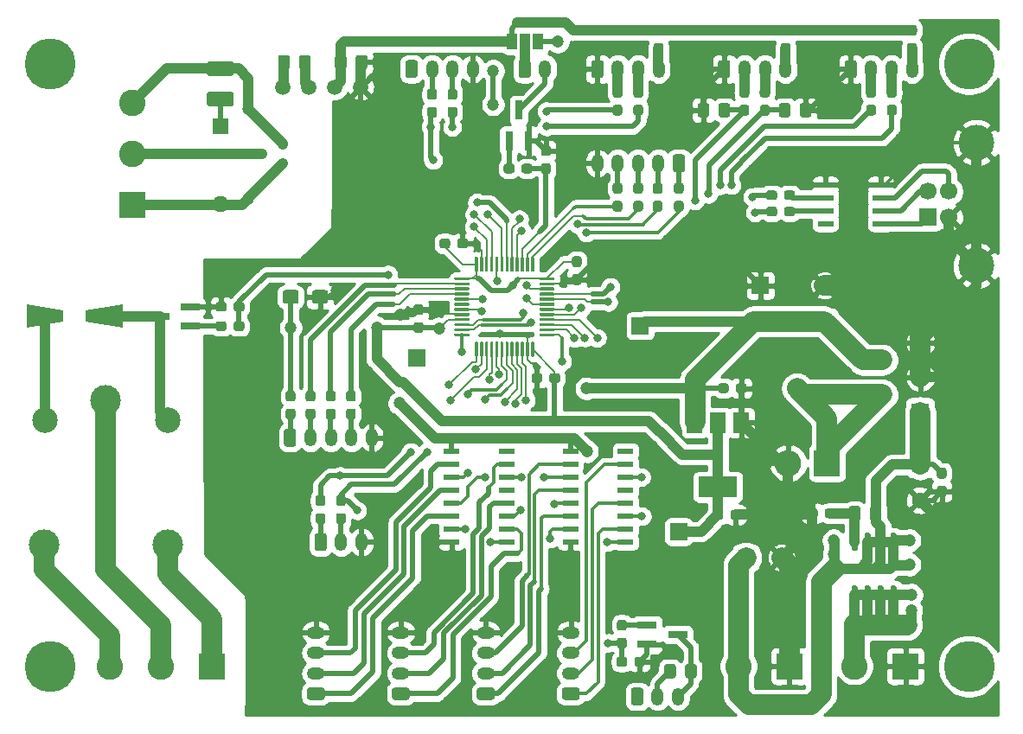
<source format=gbr>
%TF.GenerationSoftware,KiCad,Pcbnew,5.1.10*%
%TF.CreationDate,2021-10-03T18:13:03+03:00*%
%TF.ProjectId,stm32,73746d33-322e-46b6-9963-61645f706362,rev?*%
%TF.SameCoordinates,Original*%
%TF.FileFunction,Copper,L1,Top*%
%TF.FilePolarity,Positive*%
%FSLAX46Y46*%
G04 Gerber Fmt 4.6, Leading zero omitted, Abs format (unit mm)*
G04 Created by KiCad (PCBNEW 5.1.10) date 2021-10-03 18:13:03*
%MOMM*%
%LPD*%
G01*
G04 APERTURE LIST*
%TA.AperFunction,SMDPad,CuDef*%
%ADD10R,1.500000X0.600000*%
%TD*%
%TA.AperFunction,ComponentPad*%
%ADD11C,1.600000*%
%TD*%
%TA.AperFunction,ComponentPad*%
%ADD12R,1.600000X1.600000*%
%TD*%
%TA.AperFunction,SMDPad,CuDef*%
%ADD13C,0.100000*%
%TD*%
%TA.AperFunction,SMDPad,CuDef*%
%ADD14R,1.550000X0.600000*%
%TD*%
%TA.AperFunction,ComponentPad*%
%ADD15R,2.600000X2.600000*%
%TD*%
%TA.AperFunction,ComponentPad*%
%ADD16O,2.600000X2.600000*%
%TD*%
%TA.AperFunction,ComponentPad*%
%ADD17C,2.600000*%
%TD*%
%TA.AperFunction,ComponentPad*%
%ADD18C,2.500000*%
%TD*%
%TA.AperFunction,ComponentPad*%
%ADD19C,3.000000*%
%TD*%
%TA.AperFunction,ComponentPad*%
%ADD20O,1.600000X1.600000*%
%TD*%
%TA.AperFunction,ComponentPad*%
%ADD21R,1.700000X1.700000*%
%TD*%
%TA.AperFunction,ComponentPad*%
%ADD22O,1.200000X1.750000*%
%TD*%
%TA.AperFunction,ComponentPad*%
%ADD23O,1.750000X1.200000*%
%TD*%
%TA.AperFunction,ComponentPad*%
%ADD24R,1.800000X1.800000*%
%TD*%
%TA.AperFunction,ComponentPad*%
%ADD25O,1.800000X1.800000*%
%TD*%
%TA.AperFunction,ComponentPad*%
%ADD26C,5.000000*%
%TD*%
%TA.AperFunction,ComponentPad*%
%ADD27C,1.500000*%
%TD*%
%TA.AperFunction,SMDPad,CuDef*%
%ADD28R,0.900000X0.800000*%
%TD*%
%TA.AperFunction,SMDPad,CuDef*%
%ADD29R,1.900000X0.800000*%
%TD*%
%TA.AperFunction,SMDPad,CuDef*%
%ADD30R,0.800000X1.900000*%
%TD*%
%TA.AperFunction,SMDPad,CuDef*%
%ADD31R,3.800000X2.000000*%
%TD*%
%TA.AperFunction,SMDPad,CuDef*%
%ADD32R,1.500000X2.000000*%
%TD*%
%TA.AperFunction,ComponentPad*%
%ADD33C,1.700000*%
%TD*%
%TA.AperFunction,ComponentPad*%
%ADD34C,3.500000*%
%TD*%
%TA.AperFunction,ComponentPad*%
%ADD35C,2.000000*%
%TD*%
%TA.AperFunction,SMDPad,CuDef*%
%ADD36R,1.000000X1.500000*%
%TD*%
%TA.AperFunction,ViaPad*%
%ADD37C,1.200000*%
%TD*%
%TA.AperFunction,ViaPad*%
%ADD38C,0.800000*%
%TD*%
%TA.AperFunction,Conductor*%
%ADD39C,1.000000*%
%TD*%
%TA.AperFunction,Conductor*%
%ADD40C,0.500000*%
%TD*%
%TA.AperFunction,Conductor*%
%ADD41C,0.200000*%
%TD*%
%TA.AperFunction,Conductor*%
%ADD42C,2.000000*%
%TD*%
%TA.AperFunction,Conductor*%
%ADD43C,0.300000*%
%TD*%
%TA.AperFunction,Conductor*%
%ADD44C,0.254000*%
%TD*%
%TA.AperFunction,Conductor*%
%ADD45C,0.100000*%
%TD*%
G04 APERTURE END LIST*
D10*
%TO.P,U5,16*%
%TO.N,N/C*%
X121361200Y-111937800D03*
%TO.P,U5,15*%
%TO.N,Net-(J17-Pad3)*%
X121361200Y-113207800D03*
%TO.P,U5,14*%
%TO.N,/Ext2*%
X121361200Y-114477800D03*
%TO.P,U5,13*%
%TO.N,N/C*%
X121361200Y-115747800D03*
%TO.P,U5,12*%
%TO.N,Net-(J17-Pad2)*%
X121361200Y-117017800D03*
%TO.P,U5,11*%
%TO.N,/Ext1*%
X121361200Y-118287800D03*
%TO.P,U5,10*%
%TO.N,Net-(J17-Pad1)*%
X121361200Y-119557800D03*
%TO.P,U5,9*%
%TO.N,/Ext0*%
X121361200Y-120827800D03*
%TO.P,U5,8*%
%TO.N,GND*%
X115961200Y-120827800D03*
%TO.P,U5,7*%
%TO.N,/CLK3*%
X115961200Y-119557800D03*
%TO.P,U5,6*%
%TO.N,Net-(J16-Pad1)*%
X115961200Y-118287800D03*
%TO.P,U5,5*%
%TO.N,/DIR3*%
X115961200Y-117017800D03*
%TO.P,U5,4*%
%TO.N,Net-(J16-Pad2)*%
X115961200Y-115747800D03*
%TO.P,U5,3*%
%TO.N,/~EN3*%
X115961200Y-114477800D03*
%TO.P,U5,2*%
%TO.N,Net-(J16-Pad3)*%
X115961200Y-113207800D03*
%TO.P,U5,1*%
%TO.N,+5V*%
X115961200Y-111937800D03*
%TD*%
%TO.P,C1,2*%
%TO.N,GND*%
%TA.AperFunction,SMDPad,CuDef*%
G36*
G01*
X94947000Y-74287801D02*
X94947000Y-73387799D01*
G75*
G02*
X95196999Y-73137800I249999J0D01*
G01*
X95847001Y-73137800D01*
G75*
G02*
X96097000Y-73387799I0J-249999D01*
G01*
X96097000Y-74287801D01*
G75*
G02*
X95847001Y-74537800I-249999J0D01*
G01*
X95196999Y-74537800D01*
G75*
G02*
X94947000Y-74287801I0J249999D01*
G01*
G37*
%TD.AperFunction*%
%TO.P,C1,1*%
%TO.N,+5V*%
%TA.AperFunction,SMDPad,CuDef*%
G36*
G01*
X92897000Y-74287801D02*
X92897000Y-73387799D01*
G75*
G02*
X93146999Y-73137800I249999J0D01*
G01*
X93797001Y-73137800D01*
G75*
G02*
X94047000Y-73387799I0J-249999D01*
G01*
X94047000Y-74287801D01*
G75*
G02*
X93797001Y-74537800I-249999J0D01*
G01*
X93146999Y-74537800D01*
G75*
G02*
X92897000Y-74287801I0J249999D01*
G01*
G37*
%TD.AperFunction*%
%TD*%
%TO.P,C5,1*%
%TO.N,GND*%
%TA.AperFunction,SMDPad,CuDef*%
G36*
G01*
X105935000Y-91354900D02*
X105935000Y-91829900D01*
G75*
G02*
X105697500Y-92067400I-237500J0D01*
G01*
X105122500Y-92067400D01*
G75*
G02*
X104885000Y-91829900I0J237500D01*
G01*
X104885000Y-91354900D01*
G75*
G02*
X105122500Y-91117400I237500J0D01*
G01*
X105697500Y-91117400D01*
G75*
G02*
X105935000Y-91354900I0J-237500D01*
G01*
G37*
%TD.AperFunction*%
%TO.P,C5,2*%
%TO.N,+3V3*%
%TA.AperFunction,SMDPad,CuDef*%
G36*
G01*
X104185000Y-91354900D02*
X104185000Y-91829900D01*
G75*
G02*
X103947500Y-92067400I-237500J0D01*
G01*
X103372500Y-92067400D01*
G75*
G02*
X103135000Y-91829900I0J237500D01*
G01*
X103135000Y-91354900D01*
G75*
G02*
X103372500Y-91117400I237500J0D01*
G01*
X103947500Y-91117400D01*
G75*
G02*
X104185000Y-91354900I0J-237500D01*
G01*
G37*
%TD.AperFunction*%
%TD*%
%TO.P,C6,2*%
%TO.N,+3V3*%
%TA.AperFunction,SMDPad,CuDef*%
G36*
G01*
X116823500Y-93898000D02*
X116348500Y-93898000D01*
G75*
G02*
X116111000Y-93660500I0J237500D01*
G01*
X116111000Y-93085500D01*
G75*
G02*
X116348500Y-92848000I237500J0D01*
G01*
X116823500Y-92848000D01*
G75*
G02*
X117061000Y-93085500I0J-237500D01*
G01*
X117061000Y-93660500D01*
G75*
G02*
X116823500Y-93898000I-237500J0D01*
G01*
G37*
%TD.AperFunction*%
%TO.P,C6,1*%
%TO.N,GND*%
%TA.AperFunction,SMDPad,CuDef*%
G36*
G01*
X116823500Y-95648000D02*
X116348500Y-95648000D01*
G75*
G02*
X116111000Y-95410500I0J237500D01*
G01*
X116111000Y-94835500D01*
G75*
G02*
X116348500Y-94598000I237500J0D01*
G01*
X116823500Y-94598000D01*
G75*
G02*
X117061000Y-94835500I0J-237500D01*
G01*
X117061000Y-95410500D01*
G75*
G02*
X116823500Y-95648000I-237500J0D01*
G01*
G37*
%TD.AperFunction*%
%TD*%
%TO.P,C7,1*%
%TO.N,GND*%
%TA.AperFunction,SMDPad,CuDef*%
G36*
G01*
X112152000Y-105012500D02*
X112152000Y-104537500D01*
G75*
G02*
X112389500Y-104300000I237500J0D01*
G01*
X112964500Y-104300000D01*
G75*
G02*
X113202000Y-104537500I0J-237500D01*
G01*
X113202000Y-105012500D01*
G75*
G02*
X112964500Y-105250000I-237500J0D01*
G01*
X112389500Y-105250000D01*
G75*
G02*
X112152000Y-105012500I0J237500D01*
G01*
G37*
%TD.AperFunction*%
%TO.P,C7,2*%
%TO.N,+3V3*%
%TA.AperFunction,SMDPad,CuDef*%
G36*
G01*
X113902000Y-105012500D02*
X113902000Y-104537500D01*
G75*
G02*
X114139500Y-104300000I237500J0D01*
G01*
X114714500Y-104300000D01*
G75*
G02*
X114952000Y-104537500I0J-237500D01*
G01*
X114952000Y-105012500D01*
G75*
G02*
X114714500Y-105250000I-237500J0D01*
G01*
X114139500Y-105250000D01*
G75*
G02*
X113902000Y-105012500I0J237500D01*
G01*
G37*
%TD.AperFunction*%
%TD*%
%TO.P,C4,1*%
%TO.N,Net-(C4-Pad1)*%
%TA.AperFunction,SMDPad,CuDef*%
G36*
G01*
X87334400Y-74287801D02*
X87334400Y-73387799D01*
G75*
G02*
X87584399Y-73137800I249999J0D01*
G01*
X88234401Y-73137800D01*
G75*
G02*
X88484400Y-73387799I0J-249999D01*
G01*
X88484400Y-74287801D01*
G75*
G02*
X88234401Y-74537800I-249999J0D01*
G01*
X87584399Y-74537800D01*
G75*
G02*
X87334400Y-74287801I0J249999D01*
G01*
G37*
%TD.AperFunction*%
%TO.P,C4,2*%
%TO.N,Earth*%
%TA.AperFunction,SMDPad,CuDef*%
G36*
G01*
X89384400Y-74287801D02*
X89384400Y-73387799D01*
G75*
G02*
X89634399Y-73137800I249999J0D01*
G01*
X90284401Y-73137800D01*
G75*
G02*
X90534400Y-73387799I0J-249999D01*
G01*
X90534400Y-74287801D01*
G75*
G02*
X90284401Y-74537800I-249999J0D01*
G01*
X89634399Y-74537800D01*
G75*
G02*
X89384400Y-74287801I0J249999D01*
G01*
G37*
%TD.AperFunction*%
%TD*%
%TO.P,C8,2*%
%TO.N,+3V3*%
%TA.AperFunction,SMDPad,CuDef*%
G36*
G01*
X100854500Y-99297000D02*
X101329500Y-99297000D01*
G75*
G02*
X101567000Y-99534500I0J-237500D01*
G01*
X101567000Y-100109500D01*
G75*
G02*
X101329500Y-100347000I-237500J0D01*
G01*
X100854500Y-100347000D01*
G75*
G02*
X100617000Y-100109500I0J237500D01*
G01*
X100617000Y-99534500D01*
G75*
G02*
X100854500Y-99297000I237500J0D01*
G01*
G37*
%TD.AperFunction*%
%TO.P,C8,1*%
%TO.N,GND*%
%TA.AperFunction,SMDPad,CuDef*%
G36*
G01*
X100854500Y-97547000D02*
X101329500Y-97547000D01*
G75*
G02*
X101567000Y-97784500I0J-237500D01*
G01*
X101567000Y-98359500D01*
G75*
G02*
X101329500Y-98597000I-237500J0D01*
G01*
X100854500Y-98597000D01*
G75*
G02*
X100617000Y-98359500I0J237500D01*
G01*
X100617000Y-97784500D01*
G75*
G02*
X100854500Y-97547000I237500J0D01*
G01*
G37*
%TD.AperFunction*%
%TD*%
%TO.P,C9,2*%
%TO.N,GND*%
%TA.AperFunction,SMDPad,CuDef*%
G36*
G01*
X152086300Y-115321800D02*
X152561300Y-115321800D01*
G75*
G02*
X152798800Y-115559300I0J-237500D01*
G01*
X152798800Y-116134300D01*
G75*
G02*
X152561300Y-116371800I-237500J0D01*
G01*
X152086300Y-116371800D01*
G75*
G02*
X151848800Y-116134300I0J237500D01*
G01*
X151848800Y-115559300D01*
G75*
G02*
X152086300Y-115321800I237500J0D01*
G01*
G37*
%TD.AperFunction*%
%TO.P,C9,1*%
%TO.N,Net-(C10-Pad1)*%
%TA.AperFunction,SMDPad,CuDef*%
G36*
G01*
X152086300Y-113571800D02*
X152561300Y-113571800D01*
G75*
G02*
X152798800Y-113809300I0J-237500D01*
G01*
X152798800Y-114384300D01*
G75*
G02*
X152561300Y-114621800I-237500J0D01*
G01*
X152086300Y-114621800D01*
G75*
G02*
X151848800Y-114384300I0J237500D01*
G01*
X151848800Y-113809300D01*
G75*
G02*
X152086300Y-113571800I237500J0D01*
G01*
G37*
%TD.AperFunction*%
%TD*%
D11*
%TO.P,C10,2*%
%TO.N,GND*%
X150190200Y-116733200D03*
D12*
%TO.P,C10,1*%
%TO.N,Net-(C10-Pad1)*%
X150190200Y-113233200D03*
%TD*%
%TO.P,C11,1*%
%TO.N,+5V*%
%TA.AperFunction,SMDPad,CuDef*%
G36*
G01*
X130414600Y-106003100D02*
X130414600Y-105528100D01*
G75*
G02*
X130652100Y-105290600I237500J0D01*
G01*
X131227100Y-105290600D01*
G75*
G02*
X131464600Y-105528100I0J-237500D01*
G01*
X131464600Y-106003100D01*
G75*
G02*
X131227100Y-106240600I-237500J0D01*
G01*
X130652100Y-106240600D01*
G75*
G02*
X130414600Y-106003100I0J237500D01*
G01*
G37*
%TD.AperFunction*%
%TO.P,C11,2*%
%TO.N,GND*%
%TA.AperFunction,SMDPad,CuDef*%
G36*
G01*
X132164600Y-106003100D02*
X132164600Y-105528100D01*
G75*
G02*
X132402100Y-105290600I237500J0D01*
G01*
X132977100Y-105290600D01*
G75*
G02*
X133214600Y-105528100I0J-237500D01*
G01*
X133214600Y-106003100D01*
G75*
G02*
X132977100Y-106240600I-237500J0D01*
G01*
X132402100Y-106240600D01*
G75*
G02*
X132164600Y-106003100I0J237500D01*
G01*
G37*
%TD.AperFunction*%
%TD*%
%TO.P,C12,1*%
%TO.N,+3V3*%
%TA.AperFunction,SMDPad,CuDef*%
G36*
G01*
X87782300Y-97249801D02*
X87782300Y-96399799D01*
G75*
G02*
X88032299Y-96149800I249999J0D01*
G01*
X89107301Y-96149800D01*
G75*
G02*
X89357300Y-96399799I0J-249999D01*
G01*
X89357300Y-97249801D01*
G75*
G02*
X89107301Y-97499800I-249999J0D01*
G01*
X88032299Y-97499800D01*
G75*
G02*
X87782300Y-97249801I0J249999D01*
G01*
G37*
%TD.AperFunction*%
%TO.P,C12,2*%
%TO.N,GND*%
%TA.AperFunction,SMDPad,CuDef*%
G36*
G01*
X90657300Y-97249801D02*
X90657300Y-96399799D01*
G75*
G02*
X90907299Y-96149800I249999J0D01*
G01*
X91982301Y-96149800D01*
G75*
G02*
X92232300Y-96399799I0J-249999D01*
G01*
X92232300Y-97249801D01*
G75*
G02*
X91982301Y-97499800I-249999J0D01*
G01*
X90907299Y-97499800D01*
G75*
G02*
X90657300Y-97249801I0J249999D01*
G01*
G37*
%TD.AperFunction*%
%TD*%
%TO.P,C14,1*%
%TO.N,+5V*%
X140817600Y-99212400D03*
D11*
%TO.P,C14,2*%
%TO.N,GND*%
X140817600Y-95712400D03*
%TD*%
%TO.P,C15,1*%
%TO.N,+3V3*%
%TA.AperFunction,SMDPad,CuDef*%
G36*
G01*
X129881200Y-118398300D02*
X129881200Y-117923300D01*
G75*
G02*
X130118700Y-117685800I237500J0D01*
G01*
X130693700Y-117685800D01*
G75*
G02*
X130931200Y-117923300I0J-237500D01*
G01*
X130931200Y-118398300D01*
G75*
G02*
X130693700Y-118635800I-237500J0D01*
G01*
X130118700Y-118635800D01*
G75*
G02*
X129881200Y-118398300I0J237500D01*
G01*
G37*
%TD.AperFunction*%
%TO.P,C15,2*%
%TO.N,GND*%
%TA.AperFunction,SMDPad,CuDef*%
G36*
G01*
X131631200Y-118398300D02*
X131631200Y-117923300D01*
G75*
G02*
X131868700Y-117685800I237500J0D01*
G01*
X132443700Y-117685800D01*
G75*
G02*
X132681200Y-117923300I0J-237500D01*
G01*
X132681200Y-118398300D01*
G75*
G02*
X132443700Y-118635800I-237500J0D01*
G01*
X131868700Y-118635800D01*
G75*
G02*
X131631200Y-118398300I0J237500D01*
G01*
G37*
%TD.AperFunction*%
%TD*%
%TA.AperFunction,SMDPad,CuDef*%
D13*
%TO.P,D10,1*%
%TO.N,+5V*%
G36*
X62707200Y-99854400D02*
G01*
X62707200Y-97554400D01*
X66307200Y-98154400D01*
X66307200Y-99254400D01*
X62707200Y-99854400D01*
G37*
%TD.AperFunction*%
%TA.AperFunction,SMDPad,CuDef*%
%TO.P,D10,2*%
%TO.N,Net-(D10-Pad2)*%
G36*
X72107200Y-97554400D02*
G01*
X72107200Y-99854400D01*
X68507200Y-99254400D01*
X68507200Y-98154400D01*
X72107200Y-97554400D01*
G37*
%TD.AperFunction*%
%TD*%
D14*
%TO.P,D9,1*%
%TO.N,Net-(D9-Pad1)*%
X146337000Y-89636600D03*
%TO.P,D9,2*%
%TO.N,Net-(D9-Pad2)*%
X146337000Y-88366600D03*
%TO.P,D9,3*%
%TO.N,Net-(D9-Pad3)*%
X146337000Y-87096600D03*
%TO.P,D9,4*%
%TO.N,GND*%
X146337000Y-85826600D03*
%TO.P,D9,5*%
X140937000Y-85826600D03*
%TO.P,D9,6*%
%TO.N,Net-(D9-Pad6)*%
X140937000Y-87096600D03*
%TO.P,D9,7*%
%TO.N,Net-(D9-Pad7)*%
X140937000Y-88366600D03*
%TO.P,D9,8*%
%TO.N,N/C*%
X140937000Y-89636600D03*
%TD*%
%TO.P,D11,1*%
%TO.N,Net-(C10-Pad1)*%
%TA.AperFunction,SMDPad,CuDef*%
G36*
G01*
X146421800Y-117558399D02*
X146421800Y-118458401D01*
G75*
G02*
X146171801Y-118708400I-249999J0D01*
G01*
X145521799Y-118708400D01*
G75*
G02*
X145271800Y-118458401I0J249999D01*
G01*
X145271800Y-117558399D01*
G75*
G02*
X145521799Y-117308400I249999J0D01*
G01*
X146171801Y-117308400D01*
G75*
G02*
X146421800Y-117558399I0J-249999D01*
G01*
G37*
%TD.AperFunction*%
%TO.P,D11,2*%
%TO.N,Net-(D11-Pad2)*%
%TA.AperFunction,SMDPad,CuDef*%
G36*
G01*
X144371800Y-117558399D02*
X144371800Y-118458401D01*
G75*
G02*
X144121801Y-118708400I-249999J0D01*
G01*
X143471799Y-118708400D01*
G75*
G02*
X143221800Y-118458401I0J249999D01*
G01*
X143221800Y-117558399D01*
G75*
G02*
X143471799Y-117308400I249999J0D01*
G01*
X144121801Y-117308400D01*
G75*
G02*
X144371800Y-117558399I0J-249999D01*
G01*
G37*
%TD.AperFunction*%
%TD*%
D15*
%TO.P,D12,1*%
%TO.N,Net-(D12-Pad1)*%
X141097000Y-113106200D03*
D16*
%TO.P,D12,2*%
%TO.N,GND*%
X137287000Y-113106200D03*
%TD*%
D15*
%TO.P,J12,1*%
%TO.N,GND*%
X148767800Y-132994400D03*
D17*
%TO.P,J12,2*%
%TO.N,Net-(J12-Pad2)*%
X143767800Y-132994400D03*
%TD*%
D15*
%TO.P,J10,1*%
%TO.N,Net-(J10-Pad1)*%
X80861900Y-133057700D03*
D17*
%TO.P,J10,2*%
%TO.N,Net-(J10-Pad2)*%
X75861900Y-133057700D03*
%TO.P,J10,3*%
%TO.N,Net-(J10-Pad3)*%
X70861900Y-133057700D03*
%TD*%
%TO.P,J7,3*%
%TO.N,/CANH*%
X73101200Y-77782400D03*
%TO.P,J7,2*%
%TO.N,Earth*%
X73101200Y-82782400D03*
D15*
%TO.P,J7,1*%
%TO.N,/CANL*%
X73101200Y-87782400D03*
%TD*%
D18*
%TO.P,K1,2*%
%TO.N,Net-(D10-Pad2)*%
X76509600Y-108858600D03*
D19*
%TO.P,K1,3*%
%TO.N,Net-(J10-Pad1)*%
X76509600Y-121058600D03*
%TO.P,K1,4*%
%TO.N,Net-(J10-Pad3)*%
X64459600Y-121108600D03*
D18*
%TO.P,K1,5*%
%TO.N,+5V*%
X64509600Y-108858600D03*
D19*
%TO.P,K1,1*%
%TO.N,Net-(J10-Pad2)*%
X70459600Y-106908600D03*
%TD*%
%TO.P,Q5,1*%
%TO.N,Net-(C10-Pad1)*%
%TA.AperFunction,SMDPad,CuDef*%
G36*
G01*
X147449400Y-119933600D02*
X147749400Y-119933600D01*
G75*
G02*
X147899400Y-120083600I0J-150000D01*
G01*
X147899400Y-121533600D01*
G75*
G02*
X147749400Y-121683600I-150000J0D01*
G01*
X147449400Y-121683600D01*
G75*
G02*
X147299400Y-121533600I0J150000D01*
G01*
X147299400Y-120083600D01*
G75*
G02*
X147449400Y-119933600I150000J0D01*
G01*
G37*
%TD.AperFunction*%
%TO.P,Q5,2*%
%TA.AperFunction,SMDPad,CuDef*%
G36*
G01*
X146179400Y-119933600D02*
X146479400Y-119933600D01*
G75*
G02*
X146629400Y-120083600I0J-150000D01*
G01*
X146629400Y-121533600D01*
G75*
G02*
X146479400Y-121683600I-150000J0D01*
G01*
X146179400Y-121683600D01*
G75*
G02*
X146029400Y-121533600I0J150000D01*
G01*
X146029400Y-120083600D01*
G75*
G02*
X146179400Y-119933600I150000J0D01*
G01*
G37*
%TD.AperFunction*%
%TO.P,Q5,3*%
%TA.AperFunction,SMDPad,CuDef*%
G36*
G01*
X144909400Y-119933600D02*
X145209400Y-119933600D01*
G75*
G02*
X145359400Y-120083600I0J-150000D01*
G01*
X145359400Y-121533600D01*
G75*
G02*
X145209400Y-121683600I-150000J0D01*
G01*
X144909400Y-121683600D01*
G75*
G02*
X144759400Y-121533600I0J150000D01*
G01*
X144759400Y-120083600D01*
G75*
G02*
X144909400Y-119933600I150000J0D01*
G01*
G37*
%TD.AperFunction*%
%TO.P,Q5,4*%
%TO.N,Net-(D11-Pad2)*%
%TA.AperFunction,SMDPad,CuDef*%
G36*
G01*
X143639400Y-119933600D02*
X143939400Y-119933600D01*
G75*
G02*
X144089400Y-120083600I0J-150000D01*
G01*
X144089400Y-121533600D01*
G75*
G02*
X143939400Y-121683600I-150000J0D01*
G01*
X143639400Y-121683600D01*
G75*
G02*
X143489400Y-121533600I0J150000D01*
G01*
X143489400Y-120083600D01*
G75*
G02*
X143639400Y-119933600I150000J0D01*
G01*
G37*
%TD.AperFunction*%
%TO.P,Q5,5*%
%TO.N,Net-(J12-Pad2)*%
%TA.AperFunction,SMDPad,CuDef*%
G36*
G01*
X143639400Y-125083600D02*
X143939400Y-125083600D01*
G75*
G02*
X144089400Y-125233600I0J-150000D01*
G01*
X144089400Y-126683600D01*
G75*
G02*
X143939400Y-126833600I-150000J0D01*
G01*
X143639400Y-126833600D01*
G75*
G02*
X143489400Y-126683600I0J150000D01*
G01*
X143489400Y-125233600D01*
G75*
G02*
X143639400Y-125083600I150000J0D01*
G01*
G37*
%TD.AperFunction*%
%TO.P,Q5,6*%
%TA.AperFunction,SMDPad,CuDef*%
G36*
G01*
X144909400Y-125083600D02*
X145209400Y-125083600D01*
G75*
G02*
X145359400Y-125233600I0J-150000D01*
G01*
X145359400Y-126683600D01*
G75*
G02*
X145209400Y-126833600I-150000J0D01*
G01*
X144909400Y-126833600D01*
G75*
G02*
X144759400Y-126683600I0J150000D01*
G01*
X144759400Y-125233600D01*
G75*
G02*
X144909400Y-125083600I150000J0D01*
G01*
G37*
%TD.AperFunction*%
%TO.P,Q5,7*%
%TA.AperFunction,SMDPad,CuDef*%
G36*
G01*
X146179400Y-125083600D02*
X146479400Y-125083600D01*
G75*
G02*
X146629400Y-125233600I0J-150000D01*
G01*
X146629400Y-126683600D01*
G75*
G02*
X146479400Y-126833600I-150000J0D01*
G01*
X146179400Y-126833600D01*
G75*
G02*
X146029400Y-126683600I0J150000D01*
G01*
X146029400Y-125233600D01*
G75*
G02*
X146179400Y-125083600I150000J0D01*
G01*
G37*
%TD.AperFunction*%
%TO.P,Q5,8*%
%TA.AperFunction,SMDPad,CuDef*%
G36*
G01*
X147449400Y-125083600D02*
X147749400Y-125083600D01*
G75*
G02*
X147899400Y-125233600I0J-150000D01*
G01*
X147899400Y-126683600D01*
G75*
G02*
X147749400Y-126833600I-150000J0D01*
G01*
X147449400Y-126833600D01*
G75*
G02*
X147299400Y-126683600I0J150000D01*
G01*
X147299400Y-125233600D01*
G75*
G02*
X147449400Y-125083600I150000J0D01*
G01*
G37*
%TD.AperFunction*%
%TD*%
%TO.P,R2,1*%
%TO.N,Net-(J1-Pad2)*%
%TA.AperFunction,SMDPad,CuDef*%
G36*
G01*
X93734900Y-119051500D02*
X93259900Y-119051500D01*
G75*
G02*
X93022400Y-118814000I0J237500D01*
G01*
X93022400Y-118239000D01*
G75*
G02*
X93259900Y-118001500I237500J0D01*
G01*
X93734900Y-118001500D01*
G75*
G02*
X93972400Y-118239000I0J-237500D01*
G01*
X93972400Y-118814000D01*
G75*
G02*
X93734900Y-119051500I-237500J0D01*
G01*
G37*
%TD.AperFunction*%
%TO.P,R2,2*%
%TO.N,/ADC2*%
%TA.AperFunction,SMDPad,CuDef*%
G36*
G01*
X93734900Y-117301500D02*
X93259900Y-117301500D01*
G75*
G02*
X93022400Y-117064000I0J237500D01*
G01*
X93022400Y-116489000D01*
G75*
G02*
X93259900Y-116251500I237500J0D01*
G01*
X93734900Y-116251500D01*
G75*
G02*
X93972400Y-116489000I0J-237500D01*
G01*
X93972400Y-117064000D01*
G75*
G02*
X93734900Y-117301500I-237500J0D01*
G01*
G37*
%TD.AperFunction*%
%TD*%
%TO.P,R14,2*%
%TO.N,/I2C1_SCL*%
%TA.AperFunction,SMDPad,CuDef*%
G36*
G01*
X102175300Y-78212400D02*
X102650300Y-78212400D01*
G75*
G02*
X102887800Y-78449900I0J-237500D01*
G01*
X102887800Y-79024900D01*
G75*
G02*
X102650300Y-79262400I-237500J0D01*
G01*
X102175300Y-79262400D01*
G75*
G02*
X101937800Y-79024900I0J237500D01*
G01*
X101937800Y-78449900D01*
G75*
G02*
X102175300Y-78212400I237500J0D01*
G01*
G37*
%TD.AperFunction*%
%TO.P,R14,1*%
%TO.N,Net-(J5-Pad2)*%
%TA.AperFunction,SMDPad,CuDef*%
G36*
G01*
X102175300Y-76462400D02*
X102650300Y-76462400D01*
G75*
G02*
X102887800Y-76699900I0J-237500D01*
G01*
X102887800Y-77274900D01*
G75*
G02*
X102650300Y-77512400I-237500J0D01*
G01*
X102175300Y-77512400D01*
G75*
G02*
X101937800Y-77274900I0J237500D01*
G01*
X101937800Y-76699900D01*
G75*
G02*
X102175300Y-76462400I237500J0D01*
G01*
G37*
%TD.AperFunction*%
%TD*%
%TO.P,R15,1*%
%TO.N,Net-(J5-Pad3)*%
%TA.AperFunction,SMDPad,CuDef*%
G36*
G01*
X104181900Y-76462400D02*
X104656900Y-76462400D01*
G75*
G02*
X104894400Y-76699900I0J-237500D01*
G01*
X104894400Y-77274900D01*
G75*
G02*
X104656900Y-77512400I-237500J0D01*
G01*
X104181900Y-77512400D01*
G75*
G02*
X103944400Y-77274900I0J237500D01*
G01*
X103944400Y-76699900D01*
G75*
G02*
X104181900Y-76462400I237500J0D01*
G01*
G37*
%TD.AperFunction*%
%TO.P,R15,2*%
%TO.N,/I2C1_SDA*%
%TA.AperFunction,SMDPad,CuDef*%
G36*
G01*
X104181900Y-78212400D02*
X104656900Y-78212400D01*
G75*
G02*
X104894400Y-78449900I0J-237500D01*
G01*
X104894400Y-79024900D01*
G75*
G02*
X104656900Y-79262400I-237500J0D01*
G01*
X104181900Y-79262400D01*
G75*
G02*
X103944400Y-79024900I0J237500D01*
G01*
X103944400Y-78449900D01*
G75*
G02*
X104181900Y-78212400I237500J0D01*
G01*
G37*
%TD.AperFunction*%
%TD*%
%TO.P,R20,2*%
%TO.N,/Relay*%
%TA.AperFunction,SMDPad,CuDef*%
G36*
G01*
X82987600Y-98027500D02*
X82987600Y-97552500D01*
G75*
G02*
X83225100Y-97315000I237500J0D01*
G01*
X83800100Y-97315000D01*
G75*
G02*
X84037600Y-97552500I0J-237500D01*
G01*
X84037600Y-98027500D01*
G75*
G02*
X83800100Y-98265000I-237500J0D01*
G01*
X83225100Y-98265000D01*
G75*
G02*
X82987600Y-98027500I0J237500D01*
G01*
G37*
%TD.AperFunction*%
%TO.P,R20,1*%
%TO.N,GND*%
%TA.AperFunction,SMDPad,CuDef*%
G36*
G01*
X81237600Y-98027500D02*
X81237600Y-97552500D01*
G75*
G02*
X81475100Y-97315000I237500J0D01*
G01*
X82050100Y-97315000D01*
G75*
G02*
X82287600Y-97552500I0J-237500D01*
G01*
X82287600Y-98027500D01*
G75*
G02*
X82050100Y-98265000I-237500J0D01*
G01*
X81475100Y-98265000D01*
G75*
G02*
X81237600Y-98027500I0J237500D01*
G01*
G37*
%TD.AperFunction*%
%TD*%
%TO.P,R21,1*%
%TO.N,Net-(Q3-Pad1)*%
%TA.AperFunction,SMDPad,CuDef*%
G36*
G01*
X81237600Y-99932500D02*
X81237600Y-99457500D01*
G75*
G02*
X81475100Y-99220000I237500J0D01*
G01*
X82050100Y-99220000D01*
G75*
G02*
X82287600Y-99457500I0J-237500D01*
G01*
X82287600Y-99932500D01*
G75*
G02*
X82050100Y-100170000I-237500J0D01*
G01*
X81475100Y-100170000D01*
G75*
G02*
X81237600Y-99932500I0J237500D01*
G01*
G37*
%TD.AperFunction*%
%TO.P,R21,2*%
%TO.N,/Relay*%
%TA.AperFunction,SMDPad,CuDef*%
G36*
G01*
X82987600Y-99932500D02*
X82987600Y-99457500D01*
G75*
G02*
X83225100Y-99220000I237500J0D01*
G01*
X83800100Y-99220000D01*
G75*
G02*
X84037600Y-99457500I0J-237500D01*
G01*
X84037600Y-99932500D01*
G75*
G02*
X83800100Y-100170000I-237500J0D01*
G01*
X83225100Y-100170000D01*
G75*
G02*
X82987600Y-99932500I0J237500D01*
G01*
G37*
%TD.AperFunction*%
%TD*%
%TO.P,R30,1*%
%TO.N,Net-(D9-Pad7)*%
%TA.AperFunction,SMDPad,CuDef*%
G36*
G01*
X137939000Y-88230700D02*
X137939000Y-88705700D01*
G75*
G02*
X137701500Y-88943200I-237500J0D01*
G01*
X137126500Y-88943200D01*
G75*
G02*
X136889000Y-88705700I0J237500D01*
G01*
X136889000Y-88230700D01*
G75*
G02*
X137126500Y-87993200I237500J0D01*
G01*
X137701500Y-87993200D01*
G75*
G02*
X137939000Y-88230700I0J-237500D01*
G01*
G37*
%TD.AperFunction*%
%TO.P,R30,2*%
%TO.N,Net-(R30-Pad2)*%
%TA.AperFunction,SMDPad,CuDef*%
G36*
G01*
X136189000Y-88230700D02*
X136189000Y-88705700D01*
G75*
G02*
X135951500Y-88943200I-237500J0D01*
G01*
X135376500Y-88943200D01*
G75*
G02*
X135139000Y-88705700I0J237500D01*
G01*
X135139000Y-88230700D01*
G75*
G02*
X135376500Y-87993200I237500J0D01*
G01*
X135951500Y-87993200D01*
G75*
G02*
X136189000Y-88230700I0J-237500D01*
G01*
G37*
%TD.AperFunction*%
%TD*%
%TO.P,R31,1*%
%TO.N,Net-(D9-Pad6)*%
%TA.AperFunction,SMDPad,CuDef*%
G36*
G01*
X137939000Y-86630500D02*
X137939000Y-87105500D01*
G75*
G02*
X137701500Y-87343000I-237500J0D01*
G01*
X137126500Y-87343000D01*
G75*
G02*
X136889000Y-87105500I0J237500D01*
G01*
X136889000Y-86630500D01*
G75*
G02*
X137126500Y-86393000I237500J0D01*
G01*
X137701500Y-86393000D01*
G75*
G02*
X137939000Y-86630500I0J-237500D01*
G01*
G37*
%TD.AperFunction*%
%TO.P,R31,2*%
%TO.N,Net-(R31-Pad2)*%
%TA.AperFunction,SMDPad,CuDef*%
G36*
G01*
X136189000Y-86630500D02*
X136189000Y-87105500D01*
G75*
G02*
X135951500Y-87343000I-237500J0D01*
G01*
X135376500Y-87343000D01*
G75*
G02*
X135139000Y-87105500I0J237500D01*
G01*
X135139000Y-86630500D01*
G75*
G02*
X135376500Y-86393000I237500J0D01*
G01*
X135951500Y-86393000D01*
G75*
G02*
X136189000Y-86630500I0J-237500D01*
G01*
G37*
%TD.AperFunction*%
%TD*%
%TO.P,R19,1*%
%TO.N,Net-(R19-Pad1)*%
%TA.AperFunction,SMDPad,CuDef*%
G36*
G01*
X82761400Y-78157100D02*
X80611400Y-78157100D01*
G75*
G02*
X80361400Y-77907100I0J250000D01*
G01*
X80361400Y-76982100D01*
G75*
G02*
X80611400Y-76732100I250000J0D01*
G01*
X82761400Y-76732100D01*
G75*
G02*
X83011400Y-76982100I0J-250000D01*
G01*
X83011400Y-77907100D01*
G75*
G02*
X82761400Y-78157100I-250000J0D01*
G01*
G37*
%TD.AperFunction*%
%TO.P,R19,2*%
%TO.N,/CANH*%
%TA.AperFunction,SMDPad,CuDef*%
G36*
G01*
X82761400Y-75182100D02*
X80611400Y-75182100D01*
G75*
G02*
X80361400Y-74932100I0J250000D01*
G01*
X80361400Y-74007100D01*
G75*
G02*
X80611400Y-73757100I250000J0D01*
G01*
X82761400Y-73757100D01*
G75*
G02*
X83011400Y-74007100I0J-250000D01*
G01*
X83011400Y-74932100D01*
G75*
G02*
X82761400Y-75182100I-250000J0D01*
G01*
G37*
%TD.AperFunction*%
%TD*%
%TO.P,R1,2*%
%TO.N,/ADC1*%
%TA.AperFunction,SMDPad,CuDef*%
G36*
G01*
X91728300Y-117301500D02*
X91253300Y-117301500D01*
G75*
G02*
X91015800Y-117064000I0J237500D01*
G01*
X91015800Y-116489000D01*
G75*
G02*
X91253300Y-116251500I237500J0D01*
G01*
X91728300Y-116251500D01*
G75*
G02*
X91965800Y-116489000I0J-237500D01*
G01*
X91965800Y-117064000D01*
G75*
G02*
X91728300Y-117301500I-237500J0D01*
G01*
G37*
%TD.AperFunction*%
%TO.P,R1,1*%
%TO.N,Net-(J1-Pad1)*%
%TA.AperFunction,SMDPad,CuDef*%
G36*
G01*
X91728300Y-119051500D02*
X91253300Y-119051500D01*
G75*
G02*
X91015800Y-118814000I0J237500D01*
G01*
X91015800Y-118239000D01*
G75*
G02*
X91253300Y-118001500I237500J0D01*
G01*
X91728300Y-118001500D01*
G75*
G02*
X91965800Y-118239000I0J-237500D01*
G01*
X91965800Y-118814000D01*
G75*
G02*
X91728300Y-119051500I-237500J0D01*
G01*
G37*
%TD.AperFunction*%
%TD*%
%TO.P,R34,2*%
%TO.N,GND*%
%TA.AperFunction,SMDPad,CuDef*%
G36*
G01*
X140174200Y-117770900D02*
X140174200Y-118245900D01*
G75*
G02*
X139936700Y-118483400I-237500J0D01*
G01*
X139361700Y-118483400D01*
G75*
G02*
X139124200Y-118245900I0J237500D01*
G01*
X139124200Y-117770900D01*
G75*
G02*
X139361700Y-117533400I237500J0D01*
G01*
X139936700Y-117533400D01*
G75*
G02*
X140174200Y-117770900I0J-237500D01*
G01*
G37*
%TD.AperFunction*%
%TO.P,R34,1*%
%TO.N,Net-(D11-Pad2)*%
%TA.AperFunction,SMDPad,CuDef*%
G36*
G01*
X141924200Y-117770900D02*
X141924200Y-118245900D01*
G75*
G02*
X141686700Y-118483400I-237500J0D01*
G01*
X141111700Y-118483400D01*
G75*
G02*
X140874200Y-118245900I0J237500D01*
G01*
X140874200Y-117770900D01*
G75*
G02*
X141111700Y-117533400I237500J0D01*
G01*
X141686700Y-117533400D01*
G75*
G02*
X141924200Y-117770900I0J-237500D01*
G01*
G37*
%TD.AperFunction*%
%TD*%
%TO.P,R16,2*%
%TO.N,/PWM*%
%TA.AperFunction,SMDPad,CuDef*%
G36*
G01*
X120755400Y-130193500D02*
X121230400Y-130193500D01*
G75*
G02*
X121467900Y-130431000I0J-237500D01*
G01*
X121467900Y-131006000D01*
G75*
G02*
X121230400Y-131243500I-237500J0D01*
G01*
X120755400Y-131243500D01*
G75*
G02*
X120517900Y-131006000I0J237500D01*
G01*
X120517900Y-130431000D01*
G75*
G02*
X120755400Y-130193500I237500J0D01*
G01*
G37*
%TD.AperFunction*%
%TO.P,R16,1*%
%TO.N,Net-(Q2-Pad1)*%
%TA.AperFunction,SMDPad,CuDef*%
G36*
G01*
X120755400Y-128443500D02*
X121230400Y-128443500D01*
G75*
G02*
X121467900Y-128681000I0J-237500D01*
G01*
X121467900Y-129256000D01*
G75*
G02*
X121230400Y-129493500I-237500J0D01*
G01*
X120755400Y-129493500D01*
G75*
G02*
X120517900Y-129256000I0J237500D01*
G01*
X120517900Y-128681000D01*
G75*
G02*
X120755400Y-128443500I237500J0D01*
G01*
G37*
%TD.AperFunction*%
%TD*%
%TO.P,R18,2*%
%TO.N,GND*%
%TA.AperFunction,SMDPad,CuDef*%
G36*
G01*
X122220500Y-132787400D02*
X122220500Y-132312400D01*
G75*
G02*
X122458000Y-132074900I237500J0D01*
G01*
X123033000Y-132074900D01*
G75*
G02*
X123270500Y-132312400I0J-237500D01*
G01*
X123270500Y-132787400D01*
G75*
G02*
X123033000Y-133024900I-237500J0D01*
G01*
X122458000Y-133024900D01*
G75*
G02*
X122220500Y-132787400I0J237500D01*
G01*
G37*
%TD.AperFunction*%
%TO.P,R18,1*%
%TO.N,/PWM*%
%TA.AperFunction,SMDPad,CuDef*%
G36*
G01*
X120470500Y-132787400D02*
X120470500Y-132312400D01*
G75*
G02*
X120708000Y-132074900I237500J0D01*
G01*
X121283000Y-132074900D01*
G75*
G02*
X121520500Y-132312400I0J-237500D01*
G01*
X121520500Y-132787400D01*
G75*
G02*
X121283000Y-133024900I-237500J0D01*
G01*
X120708000Y-133024900D01*
G75*
G02*
X120470500Y-132787400I0J237500D01*
G01*
G37*
%TD.AperFunction*%
%TD*%
D12*
%TO.P,SW1,1*%
%TO.N,Net-(R19-Pad1)*%
X81686400Y-80137000D03*
D20*
%TO.P,SW1,2*%
%TO.N,/CANL*%
X81686400Y-87757000D03*
%TD*%
D21*
%TO.P,TP1,1*%
%TO.N,+5V*%
X122809000Y-99644200D03*
%TD*%
%TO.P,TP2,1*%
%TO.N,+3V3*%
X126568200Y-119811800D03*
%TD*%
D10*
%TO.P,U4,1*%
%TO.N,+5V*%
X104328000Y-111937800D03*
%TO.P,U4,2*%
%TO.N,Net-(J14-Pad3)*%
X104328000Y-113207800D03*
%TO.P,U4,3*%
%TO.N,/~EN1*%
X104328000Y-114477800D03*
%TO.P,U4,4*%
%TO.N,Net-(J14-Pad2)*%
X104328000Y-115747800D03*
%TO.P,U4,5*%
%TO.N,/DIR1*%
X104328000Y-117017800D03*
%TO.P,U4,6*%
%TO.N,Net-(J14-Pad1)*%
X104328000Y-118287800D03*
%TO.P,U4,7*%
%TO.N,/CLK1*%
X104328000Y-119557800D03*
%TO.P,U4,8*%
%TO.N,GND*%
X104328000Y-120827800D03*
%TO.P,U4,9*%
%TO.N,/CLK2*%
X109728000Y-120827800D03*
%TO.P,U4,10*%
%TO.N,Net-(J15-Pad1)*%
X109728000Y-119557800D03*
%TO.P,U4,11*%
%TO.N,/DIR2*%
X109728000Y-118287800D03*
%TO.P,U4,12*%
%TO.N,Net-(J15-Pad2)*%
X109728000Y-117017800D03*
%TO.P,U4,13*%
%TO.N,N/C*%
X109728000Y-115747800D03*
%TO.P,U4,14*%
%TO.N,/~EN2*%
X109728000Y-114477800D03*
%TO.P,U4,15*%
%TO.N,Net-(J15-Pad3)*%
X109728000Y-113207800D03*
%TO.P,U4,16*%
%TO.N,N/C*%
X109728000Y-111937800D03*
%TD*%
%TO.P,U2,1*%
%TO.N,+3V3*%
%TA.AperFunction,SMDPad,CuDef*%
G36*
G01*
X104602500Y-95119000D02*
X104602500Y-94969000D01*
G75*
G02*
X104677500Y-94894000I75000J0D01*
G01*
X106002500Y-94894000D01*
G75*
G02*
X106077500Y-94969000I0J-75000D01*
G01*
X106077500Y-95119000D01*
G75*
G02*
X106002500Y-95194000I-75000J0D01*
G01*
X104677500Y-95194000D01*
G75*
G02*
X104602500Y-95119000I0J75000D01*
G01*
G37*
%TD.AperFunction*%
%TO.P,U2,2*%
%TO.N,/ESW1*%
%TA.AperFunction,SMDPad,CuDef*%
G36*
G01*
X104602500Y-95619000D02*
X104602500Y-95469000D01*
G75*
G02*
X104677500Y-95394000I75000J0D01*
G01*
X106002500Y-95394000D01*
G75*
G02*
X106077500Y-95469000I0J-75000D01*
G01*
X106077500Y-95619000D01*
G75*
G02*
X106002500Y-95694000I-75000J0D01*
G01*
X104677500Y-95694000D01*
G75*
G02*
X104602500Y-95619000I0J75000D01*
G01*
G37*
%TD.AperFunction*%
%TO.P,U2,3*%
%TO.N,/ESW2*%
%TA.AperFunction,SMDPad,CuDef*%
G36*
G01*
X104602500Y-96119000D02*
X104602500Y-95969000D01*
G75*
G02*
X104677500Y-95894000I75000J0D01*
G01*
X106002500Y-95894000D01*
G75*
G02*
X106077500Y-95969000I0J-75000D01*
G01*
X106077500Y-96119000D01*
G75*
G02*
X106002500Y-96194000I-75000J0D01*
G01*
X104677500Y-96194000D01*
G75*
G02*
X104602500Y-96119000I0J75000D01*
G01*
G37*
%TD.AperFunction*%
%TO.P,U2,4*%
%TO.N,/ESW3*%
%TA.AperFunction,SMDPad,CuDef*%
G36*
G01*
X104602500Y-96619000D02*
X104602500Y-96469000D01*
G75*
G02*
X104677500Y-96394000I75000J0D01*
G01*
X106002500Y-96394000D01*
G75*
G02*
X106077500Y-96469000I0J-75000D01*
G01*
X106077500Y-96619000D01*
G75*
G02*
X106002500Y-96694000I-75000J0D01*
G01*
X104677500Y-96694000D01*
G75*
G02*
X104602500Y-96619000I0J75000D01*
G01*
G37*
%TD.AperFunction*%
%TO.P,U2,5*%
%TO.N,/Relay*%
%TA.AperFunction,SMDPad,CuDef*%
G36*
G01*
X104602500Y-97119000D02*
X104602500Y-96969000D01*
G75*
G02*
X104677500Y-96894000I75000J0D01*
G01*
X106002500Y-96894000D01*
G75*
G02*
X106077500Y-96969000I0J-75000D01*
G01*
X106077500Y-97119000D01*
G75*
G02*
X106002500Y-97194000I-75000J0D01*
G01*
X104677500Y-97194000D01*
G75*
G02*
X104602500Y-97119000I0J75000D01*
G01*
G37*
%TD.AperFunction*%
%TO.P,U2,6*%
%TO.N,N/C*%
%TA.AperFunction,SMDPad,CuDef*%
G36*
G01*
X104602500Y-97619000D02*
X104602500Y-97469000D01*
G75*
G02*
X104677500Y-97394000I75000J0D01*
G01*
X106002500Y-97394000D01*
G75*
G02*
X106077500Y-97469000I0J-75000D01*
G01*
X106077500Y-97619000D01*
G75*
G02*
X106002500Y-97694000I-75000J0D01*
G01*
X104677500Y-97694000D01*
G75*
G02*
X104602500Y-97619000I0J75000D01*
G01*
G37*
%TD.AperFunction*%
%TO.P,U2,7*%
%TO.N,Net-(TP3-Pad1)*%
%TA.AperFunction,SMDPad,CuDef*%
G36*
G01*
X104602500Y-98119000D02*
X104602500Y-97969000D01*
G75*
G02*
X104677500Y-97894000I75000J0D01*
G01*
X106002500Y-97894000D01*
G75*
G02*
X106077500Y-97969000I0J-75000D01*
G01*
X106077500Y-98119000D01*
G75*
G02*
X106002500Y-98194000I-75000J0D01*
G01*
X104677500Y-98194000D01*
G75*
G02*
X104602500Y-98119000I0J75000D01*
G01*
G37*
%TD.AperFunction*%
%TO.P,U2,8*%
%TO.N,GND*%
%TA.AperFunction,SMDPad,CuDef*%
G36*
G01*
X104602500Y-98619000D02*
X104602500Y-98469000D01*
G75*
G02*
X104677500Y-98394000I75000J0D01*
G01*
X106002500Y-98394000D01*
G75*
G02*
X106077500Y-98469000I0J-75000D01*
G01*
X106077500Y-98619000D01*
G75*
G02*
X106002500Y-98694000I-75000J0D01*
G01*
X104677500Y-98694000D01*
G75*
G02*
X104602500Y-98619000I0J75000D01*
G01*
G37*
%TD.AperFunction*%
%TO.P,U2,9*%
%TO.N,+3V3*%
%TA.AperFunction,SMDPad,CuDef*%
G36*
G01*
X104602500Y-99119000D02*
X104602500Y-98969000D01*
G75*
G02*
X104677500Y-98894000I75000J0D01*
G01*
X106002500Y-98894000D01*
G75*
G02*
X106077500Y-98969000I0J-75000D01*
G01*
X106077500Y-99119000D01*
G75*
G02*
X106002500Y-99194000I-75000J0D01*
G01*
X104677500Y-99194000D01*
G75*
G02*
X104602500Y-99119000I0J75000D01*
G01*
G37*
%TD.AperFunction*%
%TO.P,U2,10*%
%TO.N,/Enc2a*%
%TA.AperFunction,SMDPad,CuDef*%
G36*
G01*
X104602500Y-99619000D02*
X104602500Y-99469000D01*
G75*
G02*
X104677500Y-99394000I75000J0D01*
G01*
X106002500Y-99394000D01*
G75*
G02*
X106077500Y-99469000I0J-75000D01*
G01*
X106077500Y-99619000D01*
G75*
G02*
X106002500Y-99694000I-75000J0D01*
G01*
X104677500Y-99694000D01*
G75*
G02*
X104602500Y-99619000I0J75000D01*
G01*
G37*
%TD.AperFunction*%
%TO.P,U2,11*%
%TO.N,/Enc2b*%
%TA.AperFunction,SMDPad,CuDef*%
G36*
G01*
X104602500Y-100119000D02*
X104602500Y-99969000D01*
G75*
G02*
X104677500Y-99894000I75000J0D01*
G01*
X106002500Y-99894000D01*
G75*
G02*
X106077500Y-99969000I0J-75000D01*
G01*
X106077500Y-100119000D01*
G75*
G02*
X106002500Y-100194000I-75000J0D01*
G01*
X104677500Y-100194000D01*
G75*
G02*
X104602500Y-100119000I0J75000D01*
G01*
G37*
%TD.AperFunction*%
%TO.P,U2,12*%
%TO.N,/CLK1*%
%TA.AperFunction,SMDPad,CuDef*%
G36*
G01*
X104602500Y-100619000D02*
X104602500Y-100469000D01*
G75*
G02*
X104677500Y-100394000I75000J0D01*
G01*
X106002500Y-100394000D01*
G75*
G02*
X106077500Y-100469000I0J-75000D01*
G01*
X106077500Y-100619000D01*
G75*
G02*
X106002500Y-100694000I-75000J0D01*
G01*
X104677500Y-100694000D01*
G75*
G02*
X104602500Y-100619000I0J75000D01*
G01*
G37*
%TD.AperFunction*%
%TO.P,U2,13*%
%TO.N,/ADC1*%
%TA.AperFunction,SMDPad,CuDef*%
G36*
G01*
X106602500Y-102619000D02*
X106602500Y-101294000D01*
G75*
G02*
X106677500Y-101219000I75000J0D01*
G01*
X106827500Y-101219000D01*
G75*
G02*
X106902500Y-101294000I0J-75000D01*
G01*
X106902500Y-102619000D01*
G75*
G02*
X106827500Y-102694000I-75000J0D01*
G01*
X106677500Y-102694000D01*
G75*
G02*
X106602500Y-102619000I0J75000D01*
G01*
G37*
%TD.AperFunction*%
%TO.P,U2,14*%
%TO.N,/CLK2*%
%TA.AperFunction,SMDPad,CuDef*%
G36*
G01*
X107102500Y-102619000D02*
X107102500Y-101294000D01*
G75*
G02*
X107177500Y-101219000I75000J0D01*
G01*
X107327500Y-101219000D01*
G75*
G02*
X107402500Y-101294000I0J-75000D01*
G01*
X107402500Y-102619000D01*
G75*
G02*
X107327500Y-102694000I-75000J0D01*
G01*
X107177500Y-102694000D01*
G75*
G02*
X107102500Y-102619000I0J75000D01*
G01*
G37*
%TD.AperFunction*%
%TO.P,U2,15*%
%TO.N,/ADC2*%
%TA.AperFunction,SMDPad,CuDef*%
G36*
G01*
X107602500Y-102619000D02*
X107602500Y-101294000D01*
G75*
G02*
X107677500Y-101219000I75000J0D01*
G01*
X107827500Y-101219000D01*
G75*
G02*
X107902500Y-101294000I0J-75000D01*
G01*
X107902500Y-102619000D01*
G75*
G02*
X107827500Y-102694000I-75000J0D01*
G01*
X107677500Y-102694000D01*
G75*
G02*
X107602500Y-102619000I0J75000D01*
G01*
G37*
%TD.AperFunction*%
%TO.P,U2,16*%
%TO.N,/CLK3*%
%TA.AperFunction,SMDPad,CuDef*%
G36*
G01*
X108102500Y-102619000D02*
X108102500Y-101294000D01*
G75*
G02*
X108177500Y-101219000I75000J0D01*
G01*
X108327500Y-101219000D01*
G75*
G02*
X108402500Y-101294000I0J-75000D01*
G01*
X108402500Y-102619000D01*
G75*
G02*
X108327500Y-102694000I-75000J0D01*
G01*
X108177500Y-102694000D01*
G75*
G02*
X108102500Y-102619000I0J75000D01*
G01*
G37*
%TD.AperFunction*%
%TO.P,U2,17*%
%TO.N,/PWM*%
%TA.AperFunction,SMDPad,CuDef*%
G36*
G01*
X108602500Y-102619000D02*
X108602500Y-101294000D01*
G75*
G02*
X108677500Y-101219000I75000J0D01*
G01*
X108827500Y-101219000D01*
G75*
G02*
X108902500Y-101294000I0J-75000D01*
G01*
X108902500Y-102619000D01*
G75*
G02*
X108827500Y-102694000I-75000J0D01*
G01*
X108677500Y-102694000D01*
G75*
G02*
X108602500Y-102619000I0J75000D01*
G01*
G37*
%TD.AperFunction*%
%TO.P,U2,18*%
%TO.N,/~EN1*%
%TA.AperFunction,SMDPad,CuDef*%
G36*
G01*
X109102500Y-102619000D02*
X109102500Y-101294000D01*
G75*
G02*
X109177500Y-101219000I75000J0D01*
G01*
X109327500Y-101219000D01*
G75*
G02*
X109402500Y-101294000I0J-75000D01*
G01*
X109402500Y-102619000D01*
G75*
G02*
X109327500Y-102694000I-75000J0D01*
G01*
X109177500Y-102694000D01*
G75*
G02*
X109102500Y-102619000I0J75000D01*
G01*
G37*
%TD.AperFunction*%
%TO.P,U2,19*%
%TO.N,/DIR1*%
%TA.AperFunction,SMDPad,CuDef*%
G36*
G01*
X109602500Y-102619000D02*
X109602500Y-101294000D01*
G75*
G02*
X109677500Y-101219000I75000J0D01*
G01*
X109827500Y-101219000D01*
G75*
G02*
X109902500Y-101294000I0J-75000D01*
G01*
X109902500Y-102619000D01*
G75*
G02*
X109827500Y-102694000I-75000J0D01*
G01*
X109677500Y-102694000D01*
G75*
G02*
X109602500Y-102619000I0J75000D01*
G01*
G37*
%TD.AperFunction*%
%TO.P,U2,20*%
%TO.N,/~EN2*%
%TA.AperFunction,SMDPad,CuDef*%
G36*
G01*
X110102500Y-102619000D02*
X110102500Y-101294000D01*
G75*
G02*
X110177500Y-101219000I75000J0D01*
G01*
X110327500Y-101219000D01*
G75*
G02*
X110402500Y-101294000I0J-75000D01*
G01*
X110402500Y-102619000D01*
G75*
G02*
X110327500Y-102694000I-75000J0D01*
G01*
X110177500Y-102694000D01*
G75*
G02*
X110102500Y-102619000I0J75000D01*
G01*
G37*
%TD.AperFunction*%
%TO.P,U2,21*%
%TO.N,/DIR2*%
%TA.AperFunction,SMDPad,CuDef*%
G36*
G01*
X110602500Y-102619000D02*
X110602500Y-101294000D01*
G75*
G02*
X110677500Y-101219000I75000J0D01*
G01*
X110827500Y-101219000D01*
G75*
G02*
X110902500Y-101294000I0J-75000D01*
G01*
X110902500Y-102619000D01*
G75*
G02*
X110827500Y-102694000I-75000J0D01*
G01*
X110677500Y-102694000D01*
G75*
G02*
X110602500Y-102619000I0J75000D01*
G01*
G37*
%TD.AperFunction*%
%TO.P,U2,22*%
%TO.N,/~EN3*%
%TA.AperFunction,SMDPad,CuDef*%
G36*
G01*
X111102500Y-102619000D02*
X111102500Y-101294000D01*
G75*
G02*
X111177500Y-101219000I75000J0D01*
G01*
X111327500Y-101219000D01*
G75*
G02*
X111402500Y-101294000I0J-75000D01*
G01*
X111402500Y-102619000D01*
G75*
G02*
X111327500Y-102694000I-75000J0D01*
G01*
X111177500Y-102694000D01*
G75*
G02*
X111102500Y-102619000I0J75000D01*
G01*
G37*
%TD.AperFunction*%
%TO.P,U2,23*%
%TO.N,GND*%
%TA.AperFunction,SMDPad,CuDef*%
G36*
G01*
X111602500Y-102619000D02*
X111602500Y-101294000D01*
G75*
G02*
X111677500Y-101219000I75000J0D01*
G01*
X111827500Y-101219000D01*
G75*
G02*
X111902500Y-101294000I0J-75000D01*
G01*
X111902500Y-102619000D01*
G75*
G02*
X111827500Y-102694000I-75000J0D01*
G01*
X111677500Y-102694000D01*
G75*
G02*
X111602500Y-102619000I0J75000D01*
G01*
G37*
%TD.AperFunction*%
%TO.P,U2,24*%
%TO.N,+3V3*%
%TA.AperFunction,SMDPad,CuDef*%
G36*
G01*
X112102500Y-102619000D02*
X112102500Y-101294000D01*
G75*
G02*
X112177500Y-101219000I75000J0D01*
G01*
X112327500Y-101219000D01*
G75*
G02*
X112402500Y-101294000I0J-75000D01*
G01*
X112402500Y-102619000D01*
G75*
G02*
X112327500Y-102694000I-75000J0D01*
G01*
X112177500Y-102694000D01*
G75*
G02*
X112102500Y-102619000I0J75000D01*
G01*
G37*
%TD.AperFunction*%
%TO.P,U2,25*%
%TO.N,/DIR3*%
%TA.AperFunction,SMDPad,CuDef*%
G36*
G01*
X112927500Y-100619000D02*
X112927500Y-100469000D01*
G75*
G02*
X113002500Y-100394000I75000J0D01*
G01*
X114327500Y-100394000D01*
G75*
G02*
X114402500Y-100469000I0J-75000D01*
G01*
X114402500Y-100619000D01*
G75*
G02*
X114327500Y-100694000I-75000J0D01*
G01*
X113002500Y-100694000D01*
G75*
G02*
X112927500Y-100619000I0J75000D01*
G01*
G37*
%TD.AperFunction*%
%TO.P,U2,26*%
%TO.N,/Ext0*%
%TA.AperFunction,SMDPad,CuDef*%
G36*
G01*
X112927500Y-100119000D02*
X112927500Y-99969000D01*
G75*
G02*
X113002500Y-99894000I75000J0D01*
G01*
X114327500Y-99894000D01*
G75*
G02*
X114402500Y-99969000I0J-75000D01*
G01*
X114402500Y-100119000D01*
G75*
G02*
X114327500Y-100194000I-75000J0D01*
G01*
X113002500Y-100194000D01*
G75*
G02*
X112927500Y-100119000I0J75000D01*
G01*
G37*
%TD.AperFunction*%
%TO.P,U2,27*%
%TO.N,/Ext1*%
%TA.AperFunction,SMDPad,CuDef*%
G36*
G01*
X112927500Y-99619000D02*
X112927500Y-99469000D01*
G75*
G02*
X113002500Y-99394000I75000J0D01*
G01*
X114327500Y-99394000D01*
G75*
G02*
X114402500Y-99469000I0J-75000D01*
G01*
X114402500Y-99619000D01*
G75*
G02*
X114327500Y-99694000I-75000J0D01*
G01*
X113002500Y-99694000D01*
G75*
G02*
X112927500Y-99619000I0J75000D01*
G01*
G37*
%TD.AperFunction*%
%TO.P,U2,28*%
%TO.N,/Ext2*%
%TA.AperFunction,SMDPad,CuDef*%
G36*
G01*
X112927500Y-99119000D02*
X112927500Y-98969000D01*
G75*
G02*
X113002500Y-98894000I75000J0D01*
G01*
X114327500Y-98894000D01*
G75*
G02*
X114402500Y-98969000I0J-75000D01*
G01*
X114402500Y-99119000D01*
G75*
G02*
X114327500Y-99194000I-75000J0D01*
G01*
X113002500Y-99194000D01*
G75*
G02*
X112927500Y-99119000I0J75000D01*
G01*
G37*
%TD.AperFunction*%
%TO.P,U2,29*%
%TO.N,/Enc1a*%
%TA.AperFunction,SMDPad,CuDef*%
G36*
G01*
X112927500Y-98619000D02*
X112927500Y-98469000D01*
G75*
G02*
X113002500Y-98394000I75000J0D01*
G01*
X114327500Y-98394000D01*
G75*
G02*
X114402500Y-98469000I0J-75000D01*
G01*
X114402500Y-98619000D01*
G75*
G02*
X114327500Y-98694000I-75000J0D01*
G01*
X113002500Y-98694000D01*
G75*
G02*
X112927500Y-98619000I0J75000D01*
G01*
G37*
%TD.AperFunction*%
%TO.P,U2,30*%
%TO.N,/Enc1b*%
%TA.AperFunction,SMDPad,CuDef*%
G36*
G01*
X112927500Y-98119000D02*
X112927500Y-97969000D01*
G75*
G02*
X113002500Y-97894000I75000J0D01*
G01*
X114327500Y-97894000D01*
G75*
G02*
X114402500Y-97969000I0J-75000D01*
G01*
X114402500Y-98119000D01*
G75*
G02*
X114327500Y-98194000I-75000J0D01*
G01*
X113002500Y-98194000D01*
G75*
G02*
X112927500Y-98119000I0J75000D01*
G01*
G37*
%TD.AperFunction*%
%TO.P,U2,31*%
%TO.N,/BTN1*%
%TA.AperFunction,SMDPad,CuDef*%
G36*
G01*
X112927500Y-97619000D02*
X112927500Y-97469000D01*
G75*
G02*
X113002500Y-97394000I75000J0D01*
G01*
X114327500Y-97394000D01*
G75*
G02*
X114402500Y-97469000I0J-75000D01*
G01*
X114402500Y-97619000D01*
G75*
G02*
X114327500Y-97694000I-75000J0D01*
G01*
X113002500Y-97694000D01*
G75*
G02*
X112927500Y-97619000I0J75000D01*
G01*
G37*
%TD.AperFunction*%
%TO.P,U2,32*%
%TO.N,Net-(R30-Pad2)*%
%TA.AperFunction,SMDPad,CuDef*%
G36*
G01*
X112927500Y-97119000D02*
X112927500Y-96969000D01*
G75*
G02*
X113002500Y-96894000I75000J0D01*
G01*
X114327500Y-96894000D01*
G75*
G02*
X114402500Y-96969000I0J-75000D01*
G01*
X114402500Y-97119000D01*
G75*
G02*
X114327500Y-97194000I-75000J0D01*
G01*
X113002500Y-97194000D01*
G75*
G02*
X112927500Y-97119000I0J75000D01*
G01*
G37*
%TD.AperFunction*%
%TO.P,U2,33*%
%TO.N,Net-(R31-Pad2)*%
%TA.AperFunction,SMDPad,CuDef*%
G36*
G01*
X112927500Y-96619000D02*
X112927500Y-96469000D01*
G75*
G02*
X113002500Y-96394000I75000J0D01*
G01*
X114327500Y-96394000D01*
G75*
G02*
X114402500Y-96469000I0J-75000D01*
G01*
X114402500Y-96619000D01*
G75*
G02*
X114327500Y-96694000I-75000J0D01*
G01*
X113002500Y-96694000D01*
G75*
G02*
X112927500Y-96619000I0J75000D01*
G01*
G37*
%TD.AperFunction*%
%TO.P,U2,34*%
%TO.N,/BTN2*%
%TA.AperFunction,SMDPad,CuDef*%
G36*
G01*
X112927500Y-96119000D02*
X112927500Y-95969000D01*
G75*
G02*
X113002500Y-95894000I75000J0D01*
G01*
X114327500Y-95894000D01*
G75*
G02*
X114402500Y-95969000I0J-75000D01*
G01*
X114402500Y-96119000D01*
G75*
G02*
X114327500Y-96194000I-75000J0D01*
G01*
X113002500Y-96194000D01*
G75*
G02*
X112927500Y-96119000I0J75000D01*
G01*
G37*
%TD.AperFunction*%
%TO.P,U2,35*%
%TO.N,GND*%
%TA.AperFunction,SMDPad,CuDef*%
G36*
G01*
X112927500Y-95619000D02*
X112927500Y-95469000D01*
G75*
G02*
X113002500Y-95394000I75000J0D01*
G01*
X114327500Y-95394000D01*
G75*
G02*
X114402500Y-95469000I0J-75000D01*
G01*
X114402500Y-95619000D01*
G75*
G02*
X114327500Y-95694000I-75000J0D01*
G01*
X113002500Y-95694000D01*
G75*
G02*
X112927500Y-95619000I0J75000D01*
G01*
G37*
%TD.AperFunction*%
%TO.P,U2,36*%
%TO.N,+3V3*%
%TA.AperFunction,SMDPad,CuDef*%
G36*
G01*
X112927500Y-95119000D02*
X112927500Y-94969000D01*
G75*
G02*
X113002500Y-94894000I75000J0D01*
G01*
X114327500Y-94894000D01*
G75*
G02*
X114402500Y-94969000I0J-75000D01*
G01*
X114402500Y-95119000D01*
G75*
G02*
X114327500Y-95194000I-75000J0D01*
G01*
X113002500Y-95194000D01*
G75*
G02*
X112927500Y-95119000I0J75000D01*
G01*
G37*
%TD.AperFunction*%
%TO.P,U2,37*%
%TO.N,/BTN3*%
%TA.AperFunction,SMDPad,CuDef*%
G36*
G01*
X112102500Y-94294000D02*
X112102500Y-92969000D01*
G75*
G02*
X112177500Y-92894000I75000J0D01*
G01*
X112327500Y-92894000D01*
G75*
G02*
X112402500Y-92969000I0J-75000D01*
G01*
X112402500Y-94294000D01*
G75*
G02*
X112327500Y-94369000I-75000J0D01*
G01*
X112177500Y-94369000D01*
G75*
G02*
X112102500Y-94294000I0J75000D01*
G01*
G37*
%TD.AperFunction*%
%TO.P,U2,38*%
%TO.N,/BTN4*%
%TA.AperFunction,SMDPad,CuDef*%
G36*
G01*
X111602500Y-94294000D02*
X111602500Y-92969000D01*
G75*
G02*
X111677500Y-92894000I75000J0D01*
G01*
X111827500Y-92894000D01*
G75*
G02*
X111902500Y-92969000I0J-75000D01*
G01*
X111902500Y-94294000D01*
G75*
G02*
X111827500Y-94369000I-75000J0D01*
G01*
X111677500Y-94369000D01*
G75*
G02*
X111602500Y-94294000I0J75000D01*
G01*
G37*
%TD.AperFunction*%
%TO.P,U2,39*%
%TO.N,/Buzzer*%
%TA.AperFunction,SMDPad,CuDef*%
G36*
G01*
X111102500Y-94294000D02*
X111102500Y-92969000D01*
G75*
G02*
X111177500Y-92894000I75000J0D01*
G01*
X111327500Y-92894000D01*
G75*
G02*
X111402500Y-92969000I0J-75000D01*
G01*
X111402500Y-94294000D01*
G75*
G02*
X111327500Y-94369000I-75000J0D01*
G01*
X111177500Y-94369000D01*
G75*
G02*
X111102500Y-94294000I0J75000D01*
G01*
G37*
%TD.AperFunction*%
%TO.P,U2,40*%
%TO.N,/Enc3a*%
%TA.AperFunction,SMDPad,CuDef*%
G36*
G01*
X110602500Y-94294000D02*
X110602500Y-92969000D01*
G75*
G02*
X110677500Y-92894000I75000J0D01*
G01*
X110827500Y-92894000D01*
G75*
G02*
X110902500Y-92969000I0J-75000D01*
G01*
X110902500Y-94294000D01*
G75*
G02*
X110827500Y-94369000I-75000J0D01*
G01*
X110677500Y-94369000D01*
G75*
G02*
X110602500Y-94294000I0J75000D01*
G01*
G37*
%TD.AperFunction*%
%TO.P,U2,41*%
%TO.N,/Enc3b*%
%TA.AperFunction,SMDPad,CuDef*%
G36*
G01*
X110102500Y-94294000D02*
X110102500Y-92969000D01*
G75*
G02*
X110177500Y-92894000I75000J0D01*
G01*
X110327500Y-92894000D01*
G75*
G02*
X110402500Y-92969000I0J-75000D01*
G01*
X110402500Y-94294000D01*
G75*
G02*
X110327500Y-94369000I-75000J0D01*
G01*
X110177500Y-94369000D01*
G75*
G02*
X110102500Y-94294000I0J75000D01*
G01*
G37*
%TD.AperFunction*%
%TO.P,U2,42*%
%TO.N,/I2C1_SCL*%
%TA.AperFunction,SMDPad,CuDef*%
G36*
G01*
X109602500Y-94294000D02*
X109602500Y-92969000D01*
G75*
G02*
X109677500Y-92894000I75000J0D01*
G01*
X109827500Y-92894000D01*
G75*
G02*
X109902500Y-92969000I0J-75000D01*
G01*
X109902500Y-94294000D01*
G75*
G02*
X109827500Y-94369000I-75000J0D01*
G01*
X109677500Y-94369000D01*
G75*
G02*
X109602500Y-94294000I0J75000D01*
G01*
G37*
%TD.AperFunction*%
%TO.P,U2,43*%
%TO.N,/I2C1_SDA*%
%TA.AperFunction,SMDPad,CuDef*%
G36*
G01*
X109102500Y-94294000D02*
X109102500Y-92969000D01*
G75*
G02*
X109177500Y-92894000I75000J0D01*
G01*
X109327500Y-92894000D01*
G75*
G02*
X109402500Y-92969000I0J-75000D01*
G01*
X109402500Y-94294000D01*
G75*
G02*
X109327500Y-94369000I-75000J0D01*
G01*
X109177500Y-94369000D01*
G75*
G02*
X109102500Y-94294000I0J75000D01*
G01*
G37*
%TD.AperFunction*%
%TO.P,U2,44*%
%TO.N,Net-(R17-Pad1)*%
%TA.AperFunction,SMDPad,CuDef*%
G36*
G01*
X108602500Y-94294000D02*
X108602500Y-92969000D01*
G75*
G02*
X108677500Y-92894000I75000J0D01*
G01*
X108827500Y-92894000D01*
G75*
G02*
X108902500Y-92969000I0J-75000D01*
G01*
X108902500Y-94294000D01*
G75*
G02*
X108827500Y-94369000I-75000J0D01*
G01*
X108677500Y-94369000D01*
G75*
G02*
X108602500Y-94294000I0J75000D01*
G01*
G37*
%TD.AperFunction*%
%TO.P,U2,45*%
%TO.N,/CAN_Rx*%
%TA.AperFunction,SMDPad,CuDef*%
G36*
G01*
X108102500Y-94294000D02*
X108102500Y-92969000D01*
G75*
G02*
X108177500Y-92894000I75000J0D01*
G01*
X108327500Y-92894000D01*
G75*
G02*
X108402500Y-92969000I0J-75000D01*
G01*
X108402500Y-94294000D01*
G75*
G02*
X108327500Y-94369000I-75000J0D01*
G01*
X108177500Y-94369000D01*
G75*
G02*
X108102500Y-94294000I0J75000D01*
G01*
G37*
%TD.AperFunction*%
%TO.P,U2,46*%
%TO.N,/CAN_Tx*%
%TA.AperFunction,SMDPad,CuDef*%
G36*
G01*
X107602500Y-94294000D02*
X107602500Y-92969000D01*
G75*
G02*
X107677500Y-92894000I75000J0D01*
G01*
X107827500Y-92894000D01*
G75*
G02*
X107902500Y-92969000I0J-75000D01*
G01*
X107902500Y-94294000D01*
G75*
G02*
X107827500Y-94369000I-75000J0D01*
G01*
X107677500Y-94369000D01*
G75*
G02*
X107602500Y-94294000I0J75000D01*
G01*
G37*
%TD.AperFunction*%
%TO.P,U2,47*%
%TO.N,GND*%
%TA.AperFunction,SMDPad,CuDef*%
G36*
G01*
X107102500Y-94294000D02*
X107102500Y-92969000D01*
G75*
G02*
X107177500Y-92894000I75000J0D01*
G01*
X107327500Y-92894000D01*
G75*
G02*
X107402500Y-92969000I0J-75000D01*
G01*
X107402500Y-94294000D01*
G75*
G02*
X107327500Y-94369000I-75000J0D01*
G01*
X107177500Y-94369000D01*
G75*
G02*
X107102500Y-94294000I0J75000D01*
G01*
G37*
%TD.AperFunction*%
%TO.P,U2,48*%
%TO.N,+3V3*%
%TA.AperFunction,SMDPad,CuDef*%
G36*
G01*
X106602500Y-94294000D02*
X106602500Y-92969000D01*
G75*
G02*
X106677500Y-92894000I75000J0D01*
G01*
X106827500Y-92894000D01*
G75*
G02*
X106902500Y-92969000I0J-75000D01*
G01*
X106902500Y-94294000D01*
G75*
G02*
X106827500Y-94369000I-75000J0D01*
G01*
X106677500Y-94369000D01*
G75*
G02*
X106602500Y-94294000I0J75000D01*
G01*
G37*
%TD.AperFunction*%
%TD*%
D22*
%TO.P,J1,3*%
%TO.N,GND*%
X95503500Y-120827800D03*
%TO.P,J1,2*%
%TO.N,Net-(J1-Pad2)*%
X93503500Y-120827800D03*
%TO.P,J1,1*%
%TO.N,Net-(J1-Pad1)*%
%TA.AperFunction,ComponentPad*%
G36*
G01*
X90903500Y-121452801D02*
X90903500Y-120202799D01*
G75*
G02*
X91153499Y-119952800I249999J0D01*
G01*
X91853501Y-119952800D01*
G75*
G02*
X92103500Y-120202799I0J-249999D01*
G01*
X92103500Y-121452801D01*
G75*
G02*
X91853501Y-121702800I-249999J0D01*
G01*
X91153499Y-121702800D01*
G75*
G02*
X90903500Y-121452801I0J249999D01*
G01*
G37*
%TD.AperFunction*%
%TD*%
%TO.P,J2,4*%
%TO.N,Net-(J2-Pad4)*%
X149408400Y-74510900D03*
%TO.P,J2,3*%
%TO.N,Net-(J2-Pad3)*%
X147408400Y-74510900D03*
%TO.P,J2,2*%
%TO.N,Net-(J2-Pad2)*%
X145408400Y-74510900D03*
%TO.P,J2,1*%
%TO.N,GND*%
%TA.AperFunction,ComponentPad*%
G36*
G01*
X142808400Y-75135901D02*
X142808400Y-73885899D01*
G75*
G02*
X143058399Y-73635900I249999J0D01*
G01*
X143758401Y-73635900D01*
G75*
G02*
X144008400Y-73885899I0J-249999D01*
G01*
X144008400Y-75135901D01*
G75*
G02*
X143758401Y-75385900I-249999J0D01*
G01*
X143058399Y-75385900D01*
G75*
G02*
X142808400Y-75135901I0J249999D01*
G01*
G37*
%TD.AperFunction*%
%TD*%
%TO.P,J3,1*%
%TO.N,GND*%
%TA.AperFunction,ComponentPad*%
G36*
G01*
X130406850Y-75135901D02*
X130406850Y-73885899D01*
G75*
G02*
X130656849Y-73635900I249999J0D01*
G01*
X131356851Y-73635900D01*
G75*
G02*
X131606850Y-73885899I0J-249999D01*
G01*
X131606850Y-75135901D01*
G75*
G02*
X131356851Y-75385900I-249999J0D01*
G01*
X130656849Y-75385900D01*
G75*
G02*
X130406850Y-75135901I0J249999D01*
G01*
G37*
%TD.AperFunction*%
%TO.P,J3,2*%
%TO.N,Net-(J3-Pad2)*%
X133006850Y-74510900D03*
%TO.P,J3,3*%
%TO.N,Net-(J3-Pad3)*%
X135006850Y-74510900D03*
%TO.P,J3,4*%
%TO.N,Net-(J3-Pad4)*%
X137006850Y-74510900D03*
%TD*%
%TO.P,J4,1*%
%TO.N,GND*%
%TA.AperFunction,ComponentPad*%
G36*
G01*
X118005300Y-75135901D02*
X118005300Y-73885899D01*
G75*
G02*
X118255299Y-73635900I249999J0D01*
G01*
X118955301Y-73635900D01*
G75*
G02*
X119205300Y-73885899I0J-249999D01*
G01*
X119205300Y-75135901D01*
G75*
G02*
X118955301Y-75385900I-249999J0D01*
G01*
X118255299Y-75385900D01*
G75*
G02*
X118005300Y-75135901I0J249999D01*
G01*
G37*
%TD.AperFunction*%
%TO.P,J4,2*%
%TO.N,Net-(J4-Pad2)*%
X120605300Y-74510900D03*
%TO.P,J4,3*%
%TO.N,Net-(J4-Pad3)*%
X122605300Y-74510900D03*
%TO.P,J4,4*%
%TO.N,Net-(J4-Pad4)*%
X124605300Y-74510900D03*
%TD*%
%TO.P,J5,1*%
%TO.N,+3V3*%
%TA.AperFunction,ComponentPad*%
G36*
G01*
X99806200Y-75123201D02*
X99806200Y-73873199D01*
G75*
G02*
X100056199Y-73623200I249999J0D01*
G01*
X100756201Y-73623200D01*
G75*
G02*
X101006200Y-73873199I0J-249999D01*
G01*
X101006200Y-75123201D01*
G75*
G02*
X100756201Y-75373200I-249999J0D01*
G01*
X100056199Y-75373200D01*
G75*
G02*
X99806200Y-75123201I0J249999D01*
G01*
G37*
%TD.AperFunction*%
%TO.P,J5,2*%
%TO.N,Net-(J5-Pad2)*%
X102406200Y-74498200D03*
%TO.P,J5,3*%
%TO.N,Net-(J5-Pad3)*%
X104406200Y-74498200D03*
%TO.P,J5,4*%
%TO.N,GND*%
X106406200Y-74498200D03*
%TD*%
%TO.P,J6,1*%
%TO.N,+3V3*%
%TA.AperFunction,ComponentPad*%
G36*
G01*
X121891500Y-136578501D02*
X121891500Y-135328499D01*
G75*
G02*
X122141499Y-135078500I249999J0D01*
G01*
X122841501Y-135078500D01*
G75*
G02*
X123091500Y-135328499I0J-249999D01*
G01*
X123091500Y-136578501D01*
G75*
G02*
X122841501Y-136828500I-249999J0D01*
G01*
X122141499Y-136828500D01*
G75*
G02*
X121891500Y-136578501I0J249999D01*
G01*
G37*
%TD.AperFunction*%
%TO.P,J6,2*%
%TO.N,+5V*%
X124491500Y-135953500D03*
%TO.P,J6,3*%
%TO.N,/G1*%
X126491500Y-135953500D03*
%TD*%
%TO.P,J8,1*%
%TO.N,Net-(J8-Pad1)*%
%TA.AperFunction,ComponentPad*%
G36*
G01*
X127180900Y-83106099D02*
X127180900Y-84356101D01*
G75*
G02*
X126930901Y-84606100I-249999J0D01*
G01*
X126230899Y-84606100D01*
G75*
G02*
X125980900Y-84356101I0J249999D01*
G01*
X125980900Y-83106099D01*
G75*
G02*
X126230899Y-82856100I249999J0D01*
G01*
X126930901Y-82856100D01*
G75*
G02*
X127180900Y-83106099I0J-249999D01*
G01*
G37*
%TD.AperFunction*%
%TO.P,J8,2*%
%TO.N,Net-(J8-Pad2)*%
X124580900Y-83731100D03*
%TO.P,J8,3*%
%TO.N,Net-(J8-Pad3)*%
X122580900Y-83731100D03*
%TO.P,J8,4*%
%TO.N,Net-(J8-Pad4)*%
X120580900Y-83731100D03*
%TO.P,J8,5*%
%TO.N,GND*%
X118580900Y-83731100D03*
%TD*%
%TO.P,J9,5*%
%TO.N,GND*%
X96507700Y-110607100D03*
%TO.P,J9,4*%
%TO.N,Net-(J9-Pad4)*%
X94507700Y-110607100D03*
%TO.P,J9,3*%
%TO.N,Net-(J9-Pad3)*%
X92507700Y-110607100D03*
%TO.P,J9,2*%
%TO.N,Net-(J9-Pad2)*%
X90507700Y-110607100D03*
%TO.P,J9,1*%
%TO.N,Net-(J9-Pad1)*%
%TA.AperFunction,ComponentPad*%
G36*
G01*
X87907700Y-111232101D02*
X87907700Y-109982099D01*
G75*
G02*
X88157699Y-109732100I249999J0D01*
G01*
X88857701Y-109732100D01*
G75*
G02*
X89107700Y-109982099I0J-249999D01*
G01*
X89107700Y-111232101D01*
G75*
G02*
X88857701Y-111482100I-249999J0D01*
G01*
X88157699Y-111482100D01*
G75*
G02*
X87907700Y-111232101I0J249999D01*
G01*
G37*
%TD.AperFunction*%
%TD*%
D15*
%TO.P,J13,1*%
%TO.N,GND*%
X137414000Y-132994400D03*
D17*
%TO.P,J13,2*%
%TO.N,Net-(C10-Pad1)*%
X132414000Y-132994400D03*
%TD*%
%TO.P,J14,1*%
%TO.N,Net-(J14-Pad1)*%
%TA.AperFunction,ComponentPad*%
G36*
G01*
X91658601Y-136286800D02*
X90408599Y-136286800D01*
G75*
G02*
X90158600Y-136036801I0J249999D01*
G01*
X90158600Y-135336799D01*
G75*
G02*
X90408599Y-135086800I249999J0D01*
G01*
X91658601Y-135086800D01*
G75*
G02*
X91908600Y-135336799I0J-249999D01*
G01*
X91908600Y-136036801D01*
G75*
G02*
X91658601Y-136286800I-249999J0D01*
G01*
G37*
%TD.AperFunction*%
D23*
%TO.P,J14,2*%
%TO.N,Net-(J14-Pad2)*%
X91033600Y-133686800D03*
%TO.P,J14,3*%
%TO.N,Net-(J14-Pad3)*%
X91033600Y-131686800D03*
%TO.P,J14,4*%
%TO.N,GND*%
X91033600Y-129686800D03*
%TD*%
%TO.P,J15,4*%
%TO.N,GND*%
X99356333Y-129686800D03*
%TO.P,J15,3*%
%TO.N,Net-(J15-Pad3)*%
X99356333Y-131686800D03*
%TO.P,J15,2*%
%TO.N,Net-(J15-Pad2)*%
X99356333Y-133686800D03*
%TO.P,J15,1*%
%TO.N,Net-(J15-Pad1)*%
%TA.AperFunction,ComponentPad*%
G36*
G01*
X99981334Y-136286800D02*
X98731332Y-136286800D01*
G75*
G02*
X98481333Y-136036801I0J249999D01*
G01*
X98481333Y-135336799D01*
G75*
G02*
X98731332Y-135086800I249999J0D01*
G01*
X99981334Y-135086800D01*
G75*
G02*
X100231333Y-135336799I0J-249999D01*
G01*
X100231333Y-136036801D01*
G75*
G02*
X99981334Y-136286800I-249999J0D01*
G01*
G37*
%TD.AperFunction*%
%TD*%
%TO.P,J16,4*%
%TO.N,GND*%
X107679066Y-129686800D03*
%TO.P,J16,3*%
%TO.N,Net-(J16-Pad3)*%
X107679066Y-131686800D03*
%TO.P,J16,2*%
%TO.N,Net-(J16-Pad2)*%
X107679066Y-133686800D03*
%TO.P,J16,1*%
%TO.N,Net-(J16-Pad1)*%
%TA.AperFunction,ComponentPad*%
G36*
G01*
X108304067Y-136286800D02*
X107054065Y-136286800D01*
G75*
G02*
X106804066Y-136036801I0J249999D01*
G01*
X106804066Y-135336799D01*
G75*
G02*
X107054065Y-135086800I249999J0D01*
G01*
X108304067Y-135086800D01*
G75*
G02*
X108554066Y-135336799I0J-249999D01*
G01*
X108554066Y-136036801D01*
G75*
G02*
X108304067Y-136286800I-249999J0D01*
G01*
G37*
%TD.AperFunction*%
%TD*%
%TO.P,J17,4*%
%TO.N,GND*%
X116001800Y-129686800D03*
%TO.P,J17,3*%
%TO.N,Net-(J17-Pad3)*%
X116001800Y-131686800D03*
%TO.P,J17,2*%
%TO.N,Net-(J17-Pad2)*%
X116001800Y-133686800D03*
%TO.P,J17,1*%
%TO.N,Net-(J17-Pad1)*%
%TA.AperFunction,ComponentPad*%
G36*
G01*
X116626801Y-136286800D02*
X115376799Y-136286800D01*
G75*
G02*
X115126800Y-136036801I0J249999D01*
G01*
X115126800Y-135336799D01*
G75*
G02*
X115376799Y-135086800I249999J0D01*
G01*
X116626801Y-135086800D01*
G75*
G02*
X116876800Y-135336799I0J-249999D01*
G01*
X116876800Y-136036801D01*
G75*
G02*
X116626801Y-136286800I-249999J0D01*
G01*
G37*
%TD.AperFunction*%
%TD*%
%TO.P,R4,1*%
%TO.N,+5V*%
%TA.AperFunction,SMDPad,CuDef*%
G36*
G01*
X149165300Y-70191200D02*
X149640300Y-70191200D01*
G75*
G02*
X149877800Y-70428700I0J-237500D01*
G01*
X149877800Y-71003700D01*
G75*
G02*
X149640300Y-71241200I-237500J0D01*
G01*
X149165300Y-71241200D01*
G75*
G02*
X148927800Y-71003700I0J237500D01*
G01*
X148927800Y-70428700D01*
G75*
G02*
X149165300Y-70191200I237500J0D01*
G01*
G37*
%TD.AperFunction*%
%TO.P,R4,2*%
%TO.N,Net-(J2-Pad4)*%
%TA.AperFunction,SMDPad,CuDef*%
G36*
G01*
X149165300Y-71941200D02*
X149640300Y-71941200D01*
G75*
G02*
X149877800Y-72178700I0J-237500D01*
G01*
X149877800Y-72753700D01*
G75*
G02*
X149640300Y-72991200I-237500J0D01*
G01*
X149165300Y-72991200D01*
G75*
G02*
X148927800Y-72753700I0J237500D01*
G01*
X148927800Y-72178700D01*
G75*
G02*
X149165300Y-71941200I237500J0D01*
G01*
G37*
%TD.AperFunction*%
%TD*%
%TO.P,R5,2*%
%TO.N,Net-(J2-Pad3)*%
%TA.AperFunction,SMDPad,CuDef*%
G36*
G01*
X147671800Y-77309200D02*
X147196800Y-77309200D01*
G75*
G02*
X146959300Y-77071700I0J237500D01*
G01*
X146959300Y-76496700D01*
G75*
G02*
X147196800Y-76259200I237500J0D01*
G01*
X147671800Y-76259200D01*
G75*
G02*
X147909300Y-76496700I0J-237500D01*
G01*
X147909300Y-77071700D01*
G75*
G02*
X147671800Y-77309200I-237500J0D01*
G01*
G37*
%TD.AperFunction*%
%TO.P,R5,1*%
%TO.N,/Enc1a*%
%TA.AperFunction,SMDPad,CuDef*%
G36*
G01*
X147671800Y-79059200D02*
X147196800Y-79059200D01*
G75*
G02*
X146959300Y-78821700I0J237500D01*
G01*
X146959300Y-78246700D01*
G75*
G02*
X147196800Y-78009200I237500J0D01*
G01*
X147671800Y-78009200D01*
G75*
G02*
X147909300Y-78246700I0J-237500D01*
G01*
X147909300Y-78821700D01*
G75*
G02*
X147671800Y-79059200I-237500J0D01*
G01*
G37*
%TD.AperFunction*%
%TD*%
%TO.P,R6,1*%
%TO.N,/Enc1b*%
%TA.AperFunction,SMDPad,CuDef*%
G36*
G01*
X145627100Y-79059200D02*
X145152100Y-79059200D01*
G75*
G02*
X144914600Y-78821700I0J237500D01*
G01*
X144914600Y-78246700D01*
G75*
G02*
X145152100Y-78009200I237500J0D01*
G01*
X145627100Y-78009200D01*
G75*
G02*
X145864600Y-78246700I0J-237500D01*
G01*
X145864600Y-78821700D01*
G75*
G02*
X145627100Y-79059200I-237500J0D01*
G01*
G37*
%TD.AperFunction*%
%TO.P,R6,2*%
%TO.N,Net-(J2-Pad2)*%
%TA.AperFunction,SMDPad,CuDef*%
G36*
G01*
X145627100Y-77309200D02*
X145152100Y-77309200D01*
G75*
G02*
X144914600Y-77071700I0J237500D01*
G01*
X144914600Y-76496700D01*
G75*
G02*
X145152100Y-76259200I237500J0D01*
G01*
X145627100Y-76259200D01*
G75*
G02*
X145864600Y-76496700I0J-237500D01*
G01*
X145864600Y-77071700D01*
G75*
G02*
X145627100Y-77309200I-237500J0D01*
G01*
G37*
%TD.AperFunction*%
%TD*%
%TO.P,R7,1*%
%TO.N,+5V*%
%TA.AperFunction,SMDPad,CuDef*%
G36*
G01*
X136795500Y-70191200D02*
X137270500Y-70191200D01*
G75*
G02*
X137508000Y-70428700I0J-237500D01*
G01*
X137508000Y-71003700D01*
G75*
G02*
X137270500Y-71241200I-237500J0D01*
G01*
X136795500Y-71241200D01*
G75*
G02*
X136558000Y-71003700I0J237500D01*
G01*
X136558000Y-70428700D01*
G75*
G02*
X136795500Y-70191200I237500J0D01*
G01*
G37*
%TD.AperFunction*%
%TO.P,R7,2*%
%TO.N,Net-(J3-Pad4)*%
%TA.AperFunction,SMDPad,CuDef*%
G36*
G01*
X136795500Y-71941200D02*
X137270500Y-71941200D01*
G75*
G02*
X137508000Y-72178700I0J-237500D01*
G01*
X137508000Y-72753700D01*
G75*
G02*
X137270500Y-72991200I-237500J0D01*
G01*
X136795500Y-72991200D01*
G75*
G02*
X136558000Y-72753700I0J237500D01*
G01*
X136558000Y-72178700D01*
G75*
G02*
X136795500Y-71941200I237500J0D01*
G01*
G37*
%TD.AperFunction*%
%TD*%
%TO.P,R8,2*%
%TO.N,Net-(J3-Pad3)*%
%TA.AperFunction,SMDPad,CuDef*%
G36*
G01*
X135238500Y-77309200D02*
X134763500Y-77309200D01*
G75*
G02*
X134526000Y-77071700I0J237500D01*
G01*
X134526000Y-76496700D01*
G75*
G02*
X134763500Y-76259200I237500J0D01*
G01*
X135238500Y-76259200D01*
G75*
G02*
X135476000Y-76496700I0J-237500D01*
G01*
X135476000Y-77071700D01*
G75*
G02*
X135238500Y-77309200I-237500J0D01*
G01*
G37*
%TD.AperFunction*%
%TO.P,R8,1*%
%TO.N,/Enc2a*%
%TA.AperFunction,SMDPad,CuDef*%
G36*
G01*
X135238500Y-79059200D02*
X134763500Y-79059200D01*
G75*
G02*
X134526000Y-78821700I0J237500D01*
G01*
X134526000Y-78246700D01*
G75*
G02*
X134763500Y-78009200I237500J0D01*
G01*
X135238500Y-78009200D01*
G75*
G02*
X135476000Y-78246700I0J-237500D01*
G01*
X135476000Y-78821700D01*
G75*
G02*
X135238500Y-79059200I-237500J0D01*
G01*
G37*
%TD.AperFunction*%
%TD*%
%TO.P,R9,1*%
%TO.N,/Enc2b*%
%TA.AperFunction,SMDPad,CuDef*%
G36*
G01*
X133231900Y-79059200D02*
X132756900Y-79059200D01*
G75*
G02*
X132519400Y-78821700I0J237500D01*
G01*
X132519400Y-78246700D01*
G75*
G02*
X132756900Y-78009200I237500J0D01*
G01*
X133231900Y-78009200D01*
G75*
G02*
X133469400Y-78246700I0J-237500D01*
G01*
X133469400Y-78821700D01*
G75*
G02*
X133231900Y-79059200I-237500J0D01*
G01*
G37*
%TD.AperFunction*%
%TO.P,R9,2*%
%TO.N,Net-(J3-Pad2)*%
%TA.AperFunction,SMDPad,CuDef*%
G36*
G01*
X133231900Y-77309200D02*
X132756900Y-77309200D01*
G75*
G02*
X132519400Y-77071700I0J237500D01*
G01*
X132519400Y-76496700D01*
G75*
G02*
X132756900Y-76259200I237500J0D01*
G01*
X133231900Y-76259200D01*
G75*
G02*
X133469400Y-76496700I0J-237500D01*
G01*
X133469400Y-77071700D01*
G75*
G02*
X133231900Y-77309200I-237500J0D01*
G01*
G37*
%TD.AperFunction*%
%TD*%
%TO.P,R10,2*%
%TO.N,Net-(J4-Pad4)*%
%TA.AperFunction,SMDPad,CuDef*%
G36*
G01*
X124349500Y-71941200D02*
X124824500Y-71941200D01*
G75*
G02*
X125062000Y-72178700I0J-237500D01*
G01*
X125062000Y-72753700D01*
G75*
G02*
X124824500Y-72991200I-237500J0D01*
G01*
X124349500Y-72991200D01*
G75*
G02*
X124112000Y-72753700I0J237500D01*
G01*
X124112000Y-72178700D01*
G75*
G02*
X124349500Y-71941200I237500J0D01*
G01*
G37*
%TD.AperFunction*%
%TO.P,R10,1*%
%TO.N,+5V*%
%TA.AperFunction,SMDPad,CuDef*%
G36*
G01*
X124349500Y-70191200D02*
X124824500Y-70191200D01*
G75*
G02*
X125062000Y-70428700I0J-237500D01*
G01*
X125062000Y-71003700D01*
G75*
G02*
X124824500Y-71241200I-237500J0D01*
G01*
X124349500Y-71241200D01*
G75*
G02*
X124112000Y-71003700I0J237500D01*
G01*
X124112000Y-70428700D01*
G75*
G02*
X124349500Y-70191200I237500J0D01*
G01*
G37*
%TD.AperFunction*%
%TD*%
%TO.P,R11,1*%
%TO.N,/Enc3a*%
%TA.AperFunction,SMDPad,CuDef*%
G36*
G01*
X122843300Y-79059200D02*
X122368300Y-79059200D01*
G75*
G02*
X122130800Y-78821700I0J237500D01*
G01*
X122130800Y-78246700D01*
G75*
G02*
X122368300Y-78009200I237500J0D01*
G01*
X122843300Y-78009200D01*
G75*
G02*
X123080800Y-78246700I0J-237500D01*
G01*
X123080800Y-78821700D01*
G75*
G02*
X122843300Y-79059200I-237500J0D01*
G01*
G37*
%TD.AperFunction*%
%TO.P,R11,2*%
%TO.N,Net-(J4-Pad3)*%
%TA.AperFunction,SMDPad,CuDef*%
G36*
G01*
X122843300Y-77309200D02*
X122368300Y-77309200D01*
G75*
G02*
X122130800Y-77071700I0J237500D01*
G01*
X122130800Y-76496700D01*
G75*
G02*
X122368300Y-76259200I237500J0D01*
G01*
X122843300Y-76259200D01*
G75*
G02*
X123080800Y-76496700I0J-237500D01*
G01*
X123080800Y-77071700D01*
G75*
G02*
X122843300Y-77309200I-237500J0D01*
G01*
G37*
%TD.AperFunction*%
%TD*%
%TO.P,R12,2*%
%TO.N,Net-(J4-Pad2)*%
%TA.AperFunction,SMDPad,CuDef*%
G36*
G01*
X120811300Y-77309200D02*
X120336300Y-77309200D01*
G75*
G02*
X120098800Y-77071700I0J237500D01*
G01*
X120098800Y-76496700D01*
G75*
G02*
X120336300Y-76259200I237500J0D01*
G01*
X120811300Y-76259200D01*
G75*
G02*
X121048800Y-76496700I0J-237500D01*
G01*
X121048800Y-77071700D01*
G75*
G02*
X120811300Y-77309200I-237500J0D01*
G01*
G37*
%TD.AperFunction*%
%TO.P,R12,1*%
%TO.N,/Enc3b*%
%TA.AperFunction,SMDPad,CuDef*%
G36*
G01*
X120811300Y-79059200D02*
X120336300Y-79059200D01*
G75*
G02*
X120098800Y-78821700I0J237500D01*
G01*
X120098800Y-78246700D01*
G75*
G02*
X120336300Y-78009200I237500J0D01*
G01*
X120811300Y-78009200D01*
G75*
G02*
X121048800Y-78246700I0J-237500D01*
G01*
X121048800Y-78821700D01*
G75*
G02*
X120811300Y-79059200I-237500J0D01*
G01*
G37*
%TD.AperFunction*%
%TD*%
%TO.P,R22,2*%
%TO.N,+3V3*%
%TA.AperFunction,SMDPad,CuDef*%
G36*
G01*
X88796000Y-107068100D02*
X88321000Y-107068100D01*
G75*
G02*
X88083500Y-106830600I0J237500D01*
G01*
X88083500Y-106255600D01*
G75*
G02*
X88321000Y-106018100I237500J0D01*
G01*
X88796000Y-106018100D01*
G75*
G02*
X89033500Y-106255600I0J-237500D01*
G01*
X89033500Y-106830600D01*
G75*
G02*
X88796000Y-107068100I-237500J0D01*
G01*
G37*
%TD.AperFunction*%
%TO.P,R22,1*%
%TO.N,Net-(J9-Pad1)*%
%TA.AperFunction,SMDPad,CuDef*%
G36*
G01*
X88796000Y-108818100D02*
X88321000Y-108818100D01*
G75*
G02*
X88083500Y-108580600I0J237500D01*
G01*
X88083500Y-108005600D01*
G75*
G02*
X88321000Y-107768100I237500J0D01*
G01*
X88796000Y-107768100D01*
G75*
G02*
X89033500Y-108005600I0J-237500D01*
G01*
X89033500Y-108580600D01*
G75*
G02*
X88796000Y-108818100I-237500J0D01*
G01*
G37*
%TD.AperFunction*%
%TD*%
%TO.P,R23,2*%
%TO.N,/ESW1*%
%TA.AperFunction,SMDPad,CuDef*%
G36*
G01*
X90751800Y-107068100D02*
X90276800Y-107068100D01*
G75*
G02*
X90039300Y-106830600I0J237500D01*
G01*
X90039300Y-106255600D01*
G75*
G02*
X90276800Y-106018100I237500J0D01*
G01*
X90751800Y-106018100D01*
G75*
G02*
X90989300Y-106255600I0J-237500D01*
G01*
X90989300Y-106830600D01*
G75*
G02*
X90751800Y-107068100I-237500J0D01*
G01*
G37*
%TD.AperFunction*%
%TO.P,R23,1*%
%TO.N,Net-(J9-Pad2)*%
%TA.AperFunction,SMDPad,CuDef*%
G36*
G01*
X90751800Y-108818100D02*
X90276800Y-108818100D01*
G75*
G02*
X90039300Y-108580600I0J237500D01*
G01*
X90039300Y-108005600D01*
G75*
G02*
X90276800Y-107768100I237500J0D01*
G01*
X90751800Y-107768100D01*
G75*
G02*
X90989300Y-108005600I0J-237500D01*
G01*
X90989300Y-108580600D01*
G75*
G02*
X90751800Y-108818100I-237500J0D01*
G01*
G37*
%TD.AperFunction*%
%TD*%
%TO.P,R24,2*%
%TO.N,/ESW2*%
%TA.AperFunction,SMDPad,CuDef*%
G36*
G01*
X92733000Y-107068100D02*
X92258000Y-107068100D01*
G75*
G02*
X92020500Y-106830600I0J237500D01*
G01*
X92020500Y-106255600D01*
G75*
G02*
X92258000Y-106018100I237500J0D01*
G01*
X92733000Y-106018100D01*
G75*
G02*
X92970500Y-106255600I0J-237500D01*
G01*
X92970500Y-106830600D01*
G75*
G02*
X92733000Y-107068100I-237500J0D01*
G01*
G37*
%TD.AperFunction*%
%TO.P,R24,1*%
%TO.N,Net-(J9-Pad3)*%
%TA.AperFunction,SMDPad,CuDef*%
G36*
G01*
X92733000Y-108818100D02*
X92258000Y-108818100D01*
G75*
G02*
X92020500Y-108580600I0J237500D01*
G01*
X92020500Y-108005600D01*
G75*
G02*
X92258000Y-107768100I237500J0D01*
G01*
X92733000Y-107768100D01*
G75*
G02*
X92970500Y-108005600I0J-237500D01*
G01*
X92970500Y-108580600D01*
G75*
G02*
X92733000Y-108818100I-237500J0D01*
G01*
G37*
%TD.AperFunction*%
%TD*%
%TO.P,R25,1*%
%TO.N,Net-(J9-Pad4)*%
%TA.AperFunction,SMDPad,CuDef*%
G36*
G01*
X94714200Y-108818100D02*
X94239200Y-108818100D01*
G75*
G02*
X94001700Y-108580600I0J237500D01*
G01*
X94001700Y-108005600D01*
G75*
G02*
X94239200Y-107768100I237500J0D01*
G01*
X94714200Y-107768100D01*
G75*
G02*
X94951700Y-108005600I0J-237500D01*
G01*
X94951700Y-108580600D01*
G75*
G02*
X94714200Y-108818100I-237500J0D01*
G01*
G37*
%TD.AperFunction*%
%TO.P,R25,2*%
%TO.N,/ESW3*%
%TA.AperFunction,SMDPad,CuDef*%
G36*
G01*
X94714200Y-107068100D02*
X94239200Y-107068100D01*
G75*
G02*
X94001700Y-106830600I0J237500D01*
G01*
X94001700Y-106255600D01*
G75*
G02*
X94239200Y-106018100I237500J0D01*
G01*
X94714200Y-106018100D01*
G75*
G02*
X94951700Y-106255600I0J-237500D01*
G01*
X94951700Y-106830600D01*
G75*
G02*
X94714200Y-107068100I-237500J0D01*
G01*
G37*
%TD.AperFunction*%
%TD*%
%TO.P,R26,2*%
%TO.N,Net-(J8-Pad1)*%
%TA.AperFunction,SMDPad,CuDef*%
G36*
G01*
X126805700Y-86719900D02*
X126330700Y-86719900D01*
G75*
G02*
X126093200Y-86482400I0J237500D01*
G01*
X126093200Y-85907400D01*
G75*
G02*
X126330700Y-85669900I237500J0D01*
G01*
X126805700Y-85669900D01*
G75*
G02*
X127043200Y-85907400I0J-237500D01*
G01*
X127043200Y-86482400D01*
G75*
G02*
X126805700Y-86719900I-237500J0D01*
G01*
G37*
%TD.AperFunction*%
%TO.P,R26,1*%
%TO.N,/BTN1*%
%TA.AperFunction,SMDPad,CuDef*%
G36*
G01*
X126805700Y-88469900D02*
X126330700Y-88469900D01*
G75*
G02*
X126093200Y-88232400I0J237500D01*
G01*
X126093200Y-87657400D01*
G75*
G02*
X126330700Y-87419900I237500J0D01*
G01*
X126805700Y-87419900D01*
G75*
G02*
X127043200Y-87657400I0J-237500D01*
G01*
X127043200Y-88232400D01*
G75*
G02*
X126805700Y-88469900I-237500J0D01*
G01*
G37*
%TD.AperFunction*%
%TD*%
%TO.P,R27,1*%
%TO.N,/BTN2*%
%TA.AperFunction,SMDPad,CuDef*%
G36*
G01*
X124735600Y-88469900D02*
X124260600Y-88469900D01*
G75*
G02*
X124023100Y-88232400I0J237500D01*
G01*
X124023100Y-87657400D01*
G75*
G02*
X124260600Y-87419900I237500J0D01*
G01*
X124735600Y-87419900D01*
G75*
G02*
X124973100Y-87657400I0J-237500D01*
G01*
X124973100Y-88232400D01*
G75*
G02*
X124735600Y-88469900I-237500J0D01*
G01*
G37*
%TD.AperFunction*%
%TO.P,R27,2*%
%TO.N,Net-(J8-Pad2)*%
%TA.AperFunction,SMDPad,CuDef*%
G36*
G01*
X124735600Y-86719900D02*
X124260600Y-86719900D01*
G75*
G02*
X124023100Y-86482400I0J237500D01*
G01*
X124023100Y-85907400D01*
G75*
G02*
X124260600Y-85669900I237500J0D01*
G01*
X124735600Y-85669900D01*
G75*
G02*
X124973100Y-85907400I0J-237500D01*
G01*
X124973100Y-86482400D01*
G75*
G02*
X124735600Y-86719900I-237500J0D01*
G01*
G37*
%TD.AperFunction*%
%TD*%
%TO.P,R28,2*%
%TO.N,Net-(J8-Pad3)*%
%TA.AperFunction,SMDPad,CuDef*%
G36*
G01*
X122830600Y-86719900D02*
X122355600Y-86719900D01*
G75*
G02*
X122118100Y-86482400I0J237500D01*
G01*
X122118100Y-85907400D01*
G75*
G02*
X122355600Y-85669900I237500J0D01*
G01*
X122830600Y-85669900D01*
G75*
G02*
X123068100Y-85907400I0J-237500D01*
G01*
X123068100Y-86482400D01*
G75*
G02*
X122830600Y-86719900I-237500J0D01*
G01*
G37*
%TD.AperFunction*%
%TO.P,R28,1*%
%TO.N,/BTN3*%
%TA.AperFunction,SMDPad,CuDef*%
G36*
G01*
X122830600Y-88469900D02*
X122355600Y-88469900D01*
G75*
G02*
X122118100Y-88232400I0J237500D01*
G01*
X122118100Y-87657400D01*
G75*
G02*
X122355600Y-87419900I237500J0D01*
G01*
X122830600Y-87419900D01*
G75*
G02*
X123068100Y-87657400I0J-237500D01*
G01*
X123068100Y-88232400D01*
G75*
G02*
X122830600Y-88469900I-237500J0D01*
G01*
G37*
%TD.AperFunction*%
%TD*%
%TO.P,R29,1*%
%TO.N,/BTN4*%
%TA.AperFunction,SMDPad,CuDef*%
G36*
G01*
X120811300Y-88469900D02*
X120336300Y-88469900D01*
G75*
G02*
X120098800Y-88232400I0J237500D01*
G01*
X120098800Y-87657400D01*
G75*
G02*
X120336300Y-87419900I237500J0D01*
G01*
X120811300Y-87419900D01*
G75*
G02*
X121048800Y-87657400I0J-237500D01*
G01*
X121048800Y-88232400D01*
G75*
G02*
X120811300Y-88469900I-237500J0D01*
G01*
G37*
%TD.AperFunction*%
%TO.P,R29,2*%
%TO.N,Net-(J8-Pad4)*%
%TA.AperFunction,SMDPad,CuDef*%
G36*
G01*
X120811300Y-86719900D02*
X120336300Y-86719900D01*
G75*
G02*
X120098800Y-86482400I0J237500D01*
G01*
X120098800Y-85907400D01*
G75*
G02*
X120336300Y-85669900I237500J0D01*
G01*
X120811300Y-85669900D01*
G75*
G02*
X121048800Y-85907400I0J-237500D01*
G01*
X121048800Y-86482400D01*
G75*
G02*
X120811300Y-86719900I-237500J0D01*
G01*
G37*
%TD.AperFunction*%
%TD*%
%TO.P,R32,1*%
%TO.N,Net-(Q4-Pad1)*%
%TA.AperFunction,SMDPad,CuDef*%
G36*
G01*
X109431600Y-84489300D02*
X109431600Y-84014300D01*
G75*
G02*
X109669100Y-83776800I237500J0D01*
G01*
X110244100Y-83776800D01*
G75*
G02*
X110481600Y-84014300I0J-237500D01*
G01*
X110481600Y-84489300D01*
G75*
G02*
X110244100Y-84726800I-237500J0D01*
G01*
X109669100Y-84726800D01*
G75*
G02*
X109431600Y-84489300I0J237500D01*
G01*
G37*
%TD.AperFunction*%
%TO.P,R32,2*%
%TO.N,/Buzzer*%
%TA.AperFunction,SMDPad,CuDef*%
G36*
G01*
X111181600Y-84489300D02*
X111181600Y-84014300D01*
G75*
G02*
X111419100Y-83776800I237500J0D01*
G01*
X111994100Y-83776800D01*
G75*
G02*
X112231600Y-84014300I0J-237500D01*
G01*
X112231600Y-84489300D01*
G75*
G02*
X111994100Y-84726800I-237500J0D01*
G01*
X111419100Y-84726800D01*
G75*
G02*
X111181600Y-84489300I0J237500D01*
G01*
G37*
%TD.AperFunction*%
%TD*%
%TO.P,R33,1*%
%TO.N,/Buzzer*%
%TA.AperFunction,SMDPad,CuDef*%
G36*
G01*
X113800900Y-84774200D02*
X113325900Y-84774200D01*
G75*
G02*
X113088400Y-84536700I0J237500D01*
G01*
X113088400Y-83961700D01*
G75*
G02*
X113325900Y-83724200I237500J0D01*
G01*
X113800900Y-83724200D01*
G75*
G02*
X114038400Y-83961700I0J-237500D01*
G01*
X114038400Y-84536700D01*
G75*
G02*
X113800900Y-84774200I-237500J0D01*
G01*
G37*
%TD.AperFunction*%
%TO.P,R33,2*%
%TO.N,GND*%
%TA.AperFunction,SMDPad,CuDef*%
G36*
G01*
X113800900Y-83024200D02*
X113325900Y-83024200D01*
G75*
G02*
X113088400Y-82786700I0J237500D01*
G01*
X113088400Y-82211700D01*
G75*
G02*
X113325900Y-81974200I237500J0D01*
G01*
X113800900Y-81974200D01*
G75*
G02*
X114038400Y-82211700I0J-237500D01*
G01*
X114038400Y-82786700D01*
G75*
G02*
X113800900Y-83024200I-237500J0D01*
G01*
G37*
%TD.AperFunction*%
%TD*%
D21*
%TO.P,TP3,1*%
%TO.N,Net-(TP3-Pad1)*%
X100914200Y-102793800D03*
%TD*%
%TO.P,TP4,1*%
%TO.N,GND*%
X134569200Y-95707200D03*
%TD*%
D24*
%TO.P,U3,1*%
%TO.N,Net-(C10-Pad1)*%
X150215600Y-108095200D03*
D25*
%TO.P,U3,2*%
%TO.N,Net-(D12-Pad1)*%
X146515600Y-106395200D03*
%TO.P,U3,3*%
%TO.N,GND*%
X150215600Y-104695200D03*
%TO.P,U3,4*%
%TO.N,+5V*%
X146515600Y-102995200D03*
%TO.P,U3,5*%
%TO.N,GND*%
X150215600Y-101295200D03*
%TD*%
D26*
%TO.P,P1,1*%
%TO.N,N/C*%
X65024000Y-74041000D03*
%TD*%
%TO.P,P2,1*%
%TO.N,N/C*%
X155000000Y-133000000D03*
%TD*%
%TO.P,P6,1*%
%TO.N,N/C*%
X65000000Y-133000000D03*
%TD*%
%TO.P,P7,1*%
%TO.N,N/C*%
X155000000Y-74000000D03*
%TD*%
D27*
%TO.P,Q1,1*%
%TO.N,GND*%
X95427800Y-76276200D03*
%TO.P,Q1,2*%
%TO.N,+5V*%
X92887800Y-76276200D03*
%TO.P,Q1,3*%
%TO.N,Earth*%
X90347800Y-76276200D03*
%TO.P,Q1,4*%
%TO.N,Net-(C4-Pad1)*%
X87807800Y-76276200D03*
%TD*%
D28*
%TO.P,D8,1*%
%TO.N,/CANL*%
X87801200Y-83754000D03*
%TO.P,D8,2*%
%TO.N,/CANH*%
X87801200Y-81854000D03*
%TO.P,D8,3*%
%TO.N,Earth*%
X85801200Y-82804000D03*
%TD*%
D29*
%TO.P,Q2,1*%
%TO.N,Net-(Q2-Pad1)*%
X123479300Y-128958300D03*
%TO.P,Q2,2*%
%TO.N,GND*%
X123479300Y-130858300D03*
%TO.P,Q2,3*%
%TO.N,/G1*%
X126479300Y-129908300D03*
%TD*%
%TO.P,Q3,1*%
%TO.N,Net-(Q3-Pad1)*%
X78740000Y-99695000D03*
%TO.P,Q3,2*%
%TO.N,GND*%
X78740000Y-97795000D03*
%TO.P,Q3,3*%
%TO.N,Net-(D10-Pad2)*%
X75740000Y-98745000D03*
%TD*%
D30*
%TO.P,Q4,3*%
%TO.N,Net-(J18-Pad2)*%
X110896400Y-78536800D03*
%TO.P,Q4,2*%
%TO.N,GND*%
X111846400Y-81536800D03*
%TO.P,Q4,1*%
%TO.N,Net-(Q4-Pad1)*%
X109946400Y-81536800D03*
%TD*%
D31*
%TO.P,U6,2*%
%TO.N,+3V3*%
X130403600Y-115443000D03*
D32*
X130403600Y-109143000D03*
%TO.P,U6,3*%
%TO.N,+5V*%
X128103600Y-109143000D03*
%TO.P,U6,1*%
%TO.N,GND*%
X132703600Y-109143000D03*
%TD*%
D21*
%TO.P,J11,1*%
%TO.N,Net-(D9-Pad1)*%
X151000000Y-89000000D03*
D33*
%TO.P,J11,2*%
%TO.N,Net-(D9-Pad2)*%
X151000000Y-86500000D03*
%TO.P,J11,3*%
%TO.N,Net-(D9-Pad3)*%
X153000000Y-86500000D03*
%TO.P,J11,4*%
%TO.N,GND*%
X153000000Y-89000000D03*
D34*
%TO.P,J11,5*%
X155710000Y-93770000D03*
X155710000Y-81730000D03*
%TD*%
%TO.P,D7,1*%
%TO.N,+5V*%
%TA.AperFunction,SMDPad,CuDef*%
G36*
G01*
X125137000Y-133927001D02*
X125137000Y-133026999D01*
G75*
G02*
X125386999Y-132777000I249999J0D01*
G01*
X126037001Y-132777000D01*
G75*
G02*
X126287000Y-133026999I0J-249999D01*
G01*
X126287000Y-133927001D01*
G75*
G02*
X126037001Y-134177000I-249999J0D01*
G01*
X125386999Y-134177000D01*
G75*
G02*
X125137000Y-133927001I0J249999D01*
G01*
G37*
%TD.AperFunction*%
%TO.P,D7,2*%
%TO.N,/G1*%
%TA.AperFunction,SMDPad,CuDef*%
G36*
G01*
X127187000Y-133927001D02*
X127187000Y-133026999D01*
G75*
G02*
X127436999Y-132777000I249999J0D01*
G01*
X128087001Y-132777000D01*
G75*
G02*
X128337000Y-133026999I0J-249999D01*
G01*
X128337000Y-133927001D01*
G75*
G02*
X128087001Y-134177000I-249999J0D01*
G01*
X127436999Y-134177000D01*
G75*
G02*
X127187000Y-133927001I0J249999D01*
G01*
G37*
%TD.AperFunction*%
%TD*%
D12*
%TO.P,C16,1*%
%TO.N,Net-(C10-Pad1)*%
X133146800Y-122351800D03*
D11*
%TO.P,C16,2*%
%TO.N,GND*%
X136646800Y-122351800D03*
%TD*%
D35*
%TO.P,L1,1*%
%TO.N,+5V*%
X128150600Y-105765600D03*
%TO.P,L1,2*%
%TO.N,Net-(D12-Pad1)*%
X138150600Y-105765600D03*
%TD*%
%TO.P,J18,1*%
%TO.N,Net-(J18-Pad1)*%
%TA.AperFunction,ComponentPad*%
G36*
G01*
X110887200Y-75123201D02*
X110887200Y-73873199D01*
G75*
G02*
X111137199Y-73623200I249999J0D01*
G01*
X111837201Y-73623200D01*
G75*
G02*
X112087200Y-73873199I0J-249999D01*
G01*
X112087200Y-75123201D01*
G75*
G02*
X111837201Y-75373200I-249999J0D01*
G01*
X111137199Y-75373200D01*
G75*
G02*
X110887200Y-75123201I0J249999D01*
G01*
G37*
%TD.AperFunction*%
D22*
%TO.P,J18,2*%
%TO.N,Net-(J18-Pad2)*%
X113487200Y-74498200D03*
%TD*%
D36*
%TO.P,JP1,3*%
%TO.N,+3V3*%
X112806000Y-71831200D03*
%TO.P,JP1,2*%
%TO.N,Net-(J18-Pad1)*%
X111506000Y-71831200D03*
%TO.P,JP1,1*%
%TO.N,+5V*%
X110206000Y-71831200D03*
%TD*%
%TO.P,D2,2*%
%TO.N,GND*%
%TA.AperFunction,SMDPad,CuDef*%
G36*
G01*
X129556200Y-78086799D02*
X129556200Y-78986801D01*
G75*
G02*
X129306201Y-79236800I-249999J0D01*
G01*
X128656199Y-79236800D01*
G75*
G02*
X128406200Y-78986801I0J249999D01*
G01*
X128406200Y-78086799D01*
G75*
G02*
X128656199Y-77836800I249999J0D01*
G01*
X129306201Y-77836800D01*
G75*
G02*
X129556200Y-78086799I0J-249999D01*
G01*
G37*
%TD.AperFunction*%
%TO.P,D2,1*%
%TO.N,/Enc2b*%
%TA.AperFunction,SMDPad,CuDef*%
G36*
G01*
X131606200Y-78086799D02*
X131606200Y-78986801D01*
G75*
G02*
X131356201Y-79236800I-249999J0D01*
G01*
X130706199Y-79236800D01*
G75*
G02*
X130456200Y-78986801I0J249999D01*
G01*
X130456200Y-78086799D01*
G75*
G02*
X130706199Y-77836800I249999J0D01*
G01*
X131356201Y-77836800D01*
G75*
G02*
X131606200Y-78086799I0J-249999D01*
G01*
G37*
%TD.AperFunction*%
%TD*%
%TO.P,D5,1*%
%TO.N,/Enc2a*%
%TA.AperFunction,SMDPad,CuDef*%
G36*
G01*
X136363800Y-78986801D02*
X136363800Y-78086799D01*
G75*
G02*
X136613799Y-77836800I249999J0D01*
G01*
X137263801Y-77836800D01*
G75*
G02*
X137513800Y-78086799I0J-249999D01*
G01*
X137513800Y-78986801D01*
G75*
G02*
X137263801Y-79236800I-249999J0D01*
G01*
X136613799Y-79236800D01*
G75*
G02*
X136363800Y-78986801I0J249999D01*
G01*
G37*
%TD.AperFunction*%
%TO.P,D5,2*%
%TO.N,GND*%
%TA.AperFunction,SMDPad,CuDef*%
G36*
G01*
X138413800Y-78986801D02*
X138413800Y-78086799D01*
G75*
G02*
X138663799Y-77836800I249999J0D01*
G01*
X139313801Y-77836800D01*
G75*
G02*
X139563800Y-78086799I0J-249999D01*
G01*
X139563800Y-78986801D01*
G75*
G02*
X139313801Y-79236800I-249999J0D01*
G01*
X138663799Y-79236800D01*
G75*
G02*
X138413800Y-78986801I0J249999D01*
G01*
G37*
%TD.AperFunction*%
%TD*%
D37*
%TO.N,GND*%
X99339400Y-98552000D03*
D38*
X102743000Y-120904000D03*
X115951000Y-121996200D03*
X119735600Y-134772400D03*
D37*
X96507700Y-104888900D03*
X99872800Y-86537800D03*
X106451400Y-83616800D03*
D38*
X109016800Y-100406200D03*
D37*
X93040200Y-96164400D03*
X81762600Y-96240600D03*
%TO.N,+5V*%
X117576600Y-111937800D03*
X117551200Y-105791000D03*
X99212400Y-107238800D03*
%TO.N,+3V3*%
X97002600Y-99822000D03*
X88569800Y-99822000D03*
X114731800Y-71831200D03*
X103124000Y-99923600D03*
D38*
X110299500Y-95669100D03*
D37*
X108381800Y-77978000D03*
X108407200Y-74676000D03*
D38*
%TO.N,/ADC2*%
X95097600Y-117729000D03*
X101904800Y-112014000D03*
X104254300Y-106921300D03*
%TO.N,/ADC1*%
X93395800Y-114350800D03*
X100342700Y-112026700D03*
X104089200Y-105460800D03*
D37*
%TO.N,Net-(C10-Pad1)*%
X149174200Y-120650000D03*
X141782800Y-123418600D03*
X141732000Y-120650000D03*
X149174200Y-123037600D03*
X141757400Y-122021600D03*
D38*
%TO.N,/I2C1_SCL*%
X102285800Y-80162400D03*
X102514400Y-83413600D03*
X106823800Y-87578553D03*
%TO.N,/I2C1_SDA*%
X104394000Y-80187800D03*
X107873800Y-88747600D03*
%TO.N,/BTN1*%
X111683800Y-96951800D03*
X117525800Y-90525600D03*
%TO.N,/BTN2*%
X111709200Y-95707200D03*
X116636800Y-89712800D03*
D37*
%TO.N,/CANL*%
X84391500Y-87185500D03*
%TO.N,/CANH*%
X84404200Y-78435200D03*
D38*
%TO.N,/Relay*%
X98120200Y-94640400D03*
X107340400Y-97053400D03*
%TO.N,/PWM*%
X119634000Y-130708400D03*
X108966000Y-104394000D03*
%TO.N,/CLK1*%
X105333800Y-102209600D03*
X105664000Y-119557800D03*
%TO.N,/DIR1*%
X107619800Y-114452400D03*
X107619800Y-106832400D03*
%TO.N,/~EN1*%
X105879900Y-114084100D03*
X105892600Y-106349800D03*
%TO.N,/CLK2*%
X108127800Y-120827800D03*
X106705400Y-103936800D03*
%TO.N,/DIR2*%
X111125000Y-117678200D03*
X110617000Y-107289600D03*
%TO.N,/~EN2*%
X111150400Y-114477800D03*
X109575600Y-107086400D03*
%TO.N,/CAN_Rx*%
X106553000Y-88747600D03*
%TO.N,/CAN_Tx*%
X106527600Y-89966800D03*
%TO.N,/Ext0*%
X119583200Y-120827800D03*
X116357400Y-100863400D03*
%TO.N,/Ext1*%
X117383031Y-100828369D03*
X122961400Y-118313200D03*
%TO.N,/Ext2*%
X118592600Y-100838000D03*
X122910600Y-114477800D03*
%TO.N,/CLK3*%
X113969800Y-120497600D03*
X108051600Y-104876600D03*
%TO.N,/DIR3*%
X114350800Y-117068600D03*
X115163600Y-103124000D03*
%TO.N,/~EN3*%
X113385600Y-114477800D03*
X111607600Y-106934000D03*
%TO.N,/Enc2b*%
X128168400Y-87376000D03*
X112141000Y-99288600D03*
%TO.N,/Enc2a*%
X129463800Y-86741000D03*
X111328200Y-98374200D03*
D37*
%TO.N,Net-(J12-Pad2)*%
X143738600Y-128930400D03*
X149352000Y-125984000D03*
X143789400Y-130479800D03*
X149326600Y-127482600D03*
X147294600Y-128930400D03*
X145872200Y-128930400D03*
X148920200Y-128930400D03*
D38*
%TO.N,/Enc1a*%
X131724400Y-85877400D03*
X117043200Y-97891600D03*
%TO.N,/Enc1b*%
X130632200Y-85902800D03*
X115824000Y-97891600D03*
%TO.N,/Enc3a*%
X111150400Y-90373200D03*
X113639600Y-80137000D03*
%TO.N,/Enc3b*%
X110972600Y-89204800D03*
X113614200Y-78638400D03*
%TO.N,Net-(R17-Pad1)*%
X108762800Y-95250000D03*
%TO.N,Net-(R30-Pad2)*%
X134035800Y-88569800D03*
X119659400Y-97332800D03*
%TO.N,Net-(R31-Pad2)*%
X119888000Y-95834200D03*
X133794500Y-87033100D03*
%TO.N,Net-(TP3-Pad1)*%
X107315000Y-98196400D03*
%TD*%
D39*
%TO.N,GND*%
X95427800Y-73932000D02*
X95522000Y-73837800D01*
X95427800Y-76276200D02*
X95427800Y-73932000D01*
D40*
X81757600Y-97795000D02*
X81762600Y-97790000D01*
X78740000Y-97795000D02*
X81757600Y-97795000D01*
D41*
X104869410Y-98494010D02*
X102913610Y-98494010D01*
X104919400Y-98544000D02*
X104869410Y-98494010D01*
X105340000Y-98544000D02*
X104919400Y-98544000D01*
D40*
X102491600Y-98072000D02*
X101092000Y-98072000D01*
X102913610Y-98494010D02*
X102491600Y-98072000D01*
D41*
X116165000Y-95544000D02*
X116586000Y-95123000D01*
X113665000Y-95544000D02*
X116165000Y-95544000D01*
X107252500Y-93631500D02*
X107252500Y-92266500D01*
X106578400Y-91592400D02*
X105410000Y-91592400D01*
X107252500Y-92266500D02*
X106578400Y-91592400D01*
D39*
X139649200Y-119349400D02*
X136646800Y-122351800D01*
X139649200Y-118008400D02*
X139649200Y-119349400D01*
D40*
X151437400Y-116733200D02*
X152323800Y-115846800D01*
X150190200Y-116733200D02*
X151437400Y-116733200D01*
D42*
X137414000Y-123119000D02*
X136646800Y-122351800D01*
X137414000Y-132994400D02*
X137414000Y-123119000D01*
D39*
X137287000Y-115646200D02*
X139649200Y-118008400D01*
X137287000Y-113106200D02*
X137287000Y-115646200D01*
D40*
X132689600Y-109129000D02*
X132703600Y-109143000D01*
X132689600Y-105765600D02*
X132689600Y-109129000D01*
D39*
X139496800Y-118160800D02*
X139649200Y-118008400D01*
X132156200Y-118160800D02*
X139496800Y-118160800D01*
X136666800Y-113106200D02*
X132703600Y-109143000D01*
X137287000Y-113106200D02*
X136666800Y-113106200D01*
D42*
X150215600Y-104695200D02*
X150215600Y-101295200D01*
D39*
X155710000Y-95800800D02*
X150215600Y-101295200D01*
X155710000Y-93770000D02*
X155710000Y-95800800D01*
X155710000Y-81730000D02*
X155710000Y-93770000D01*
X153000000Y-91060000D02*
X155710000Y-93770000D01*
X153000000Y-89000000D02*
X153000000Y-91060000D01*
D43*
X146337000Y-85826600D02*
X146735800Y-85826600D01*
X150832400Y-81730000D02*
X155710000Y-81730000D01*
X146735800Y-85826600D02*
X150832400Y-81730000D01*
D40*
X123479300Y-131816100D02*
X122745500Y-132549900D01*
X123479300Y-130858300D02*
X123479300Y-131816100D01*
D42*
X150215600Y-101295200D02*
X150215600Y-98831400D01*
X147096600Y-95712400D02*
X140817600Y-95712400D01*
X150215600Y-98831400D02*
X147096600Y-95712400D01*
D40*
X100612000Y-98552000D02*
X101092000Y-98072000D01*
X99339400Y-98552000D02*
X100612000Y-98552000D01*
D43*
X102819200Y-120827800D02*
X102743000Y-120904000D01*
X104328000Y-120827800D02*
X102819200Y-120827800D01*
X115961200Y-121986000D02*
X115951000Y-121996200D01*
X115961200Y-120827800D02*
X115961200Y-121986000D01*
X122745500Y-132549900D02*
X122745500Y-133667500D01*
X122745500Y-133667500D02*
X122301000Y-134112000D01*
X120396000Y-134112000D02*
X119735600Y-134772400D01*
X122301000Y-134112000D02*
X120396000Y-134112000D01*
D40*
X96507700Y-110607100D02*
X96507700Y-104888900D01*
D43*
X140937000Y-85826600D02*
X146337000Y-85826600D01*
D40*
X95427800Y-76276200D02*
X95427800Y-82092800D01*
X102438200Y-89103200D02*
X104241600Y-89103200D01*
X105410000Y-90271600D02*
X105410000Y-91592400D01*
X104241600Y-89103200D02*
X105410000Y-90271600D01*
X99872800Y-86537800D02*
X102438200Y-89103200D01*
X95427800Y-82092800D02*
X99872800Y-86537800D01*
X104241600Y-85826600D02*
X104241600Y-89103200D01*
X106451400Y-83616800D02*
X104241600Y-85826600D01*
D39*
X150190200Y-116733200D02*
X151307800Y-117850800D01*
X151307800Y-117850800D02*
X153980000Y-117850800D01*
X153980000Y-117850800D02*
X154965400Y-116865400D01*
X154965400Y-116865400D02*
X154965400Y-105968800D01*
X153691800Y-104695200D02*
X150215600Y-104695200D01*
X154965400Y-105968800D02*
X153691800Y-104695200D01*
D40*
X116586000Y-95123000D02*
X118567200Y-93141800D01*
X132003800Y-93141800D02*
X134569200Y-95707200D01*
X118567200Y-93141800D02*
X132003800Y-93141800D01*
D41*
X112677000Y-104775000D02*
X112677000Y-103761600D01*
X112677000Y-103761600D02*
X112224700Y-103309300D01*
X111752500Y-103004500D02*
X112057300Y-103309300D01*
X111752500Y-101956500D02*
X111752500Y-103004500D01*
X112224700Y-103309300D02*
X112057300Y-103309300D01*
X111752500Y-101956500D02*
X111752500Y-100678100D01*
X111480600Y-100406200D02*
X109016800Y-100406200D01*
X111752500Y-100678100D02*
X111480600Y-100406200D01*
D40*
X92379800Y-96824800D02*
X93040200Y-96164400D01*
D43*
X91444800Y-96824800D02*
X92379800Y-96824800D01*
D40*
X128955800Y-76561950D02*
X131006850Y-74510900D01*
X128955800Y-78536800D02*
X128955800Y-76561950D01*
X139382500Y-78536800D02*
X143408400Y-74510900D01*
X139006800Y-78536800D02*
X139382500Y-78536800D01*
D41*
X81762600Y-96240600D02*
X81762600Y-97790000D01*
D40*
X112601000Y-81536800D02*
X113563400Y-82499200D01*
X111846400Y-81536800D02*
X112601000Y-81536800D01*
D39*
%TO.N,+5V*%
X93472000Y-75692000D02*
X92887800Y-76276200D01*
X93472000Y-73837800D02*
X93472000Y-75692000D01*
D40*
X64507200Y-108856200D02*
X64509600Y-108858600D01*
D42*
X144600400Y-102995200D02*
X140817600Y-99212400D01*
X146515600Y-102995200D02*
X144600400Y-102995200D01*
X140817600Y-99212400D02*
X133883400Y-99212400D01*
X128150600Y-104945200D02*
X128150600Y-105765600D01*
X133883400Y-99212400D02*
X128150600Y-104945200D01*
D40*
X130939600Y-105765600D02*
X128150600Y-105765600D01*
D39*
X128150600Y-109096000D02*
X128103600Y-109143000D01*
D42*
X128150600Y-105765600D02*
X128150600Y-109096000D01*
D39*
X123240800Y-99212400D02*
X122809000Y-99644200D01*
X140817600Y-99212400D02*
X123240800Y-99212400D01*
X149402800Y-70716200D02*
X137033000Y-70716200D01*
X137033000Y-70716200D02*
X124587000Y-70716200D01*
X124587000Y-70716200D02*
X116258400Y-70716200D01*
D40*
X110206000Y-71831200D02*
X110206000Y-70515000D01*
X110206000Y-70515000D02*
X110769400Y-69951600D01*
D39*
X115493800Y-69951600D02*
X116258400Y-70716200D01*
X110769400Y-69951600D02*
X115493800Y-69951600D01*
D40*
X124491500Y-134697500D02*
X125712000Y-133477000D01*
X124491500Y-135953500D02*
X124491500Y-134697500D01*
D39*
X64507200Y-101558000D02*
X64507200Y-108856200D01*
X64507200Y-98704400D02*
X64507200Y-101558000D01*
X110206000Y-71831200D02*
X93802200Y-71831200D01*
X93472000Y-72161400D02*
X93472000Y-73837800D01*
X93802200Y-71831200D02*
X93472000Y-72161400D01*
X128150600Y-105765600D02*
X117525800Y-105765600D01*
X117525800Y-105765600D02*
X117551200Y-105791000D01*
D40*
X104328000Y-110784600D02*
X104419400Y-110693200D01*
X104328000Y-111937800D02*
X104328000Y-110784600D01*
D39*
X104419400Y-110693200D02*
X108534200Y-110693200D01*
X116332000Y-110693200D02*
X117576600Y-111937800D01*
X108534200Y-110693200D02*
X113360200Y-110693200D01*
D40*
X115961200Y-110830400D02*
X115824000Y-110693200D01*
X115961200Y-111937800D02*
X115961200Y-110830400D01*
D39*
X115824000Y-110693200D02*
X116332000Y-110693200D01*
X113360200Y-110693200D02*
X115824000Y-110693200D01*
X102666800Y-110693200D02*
X104419400Y-110693200D01*
X99212400Y-107238800D02*
X102666800Y-110693200D01*
D41*
%TO.N,+3V3*%
X105172000Y-99044000D02*
X105162600Y-99034600D01*
X105340000Y-99044000D02*
X105172000Y-99044000D01*
X115336000Y-93373000D02*
X113665000Y-95044000D01*
X116586000Y-93373000D02*
X115336000Y-93373000D01*
X114427000Y-104131000D02*
X112252500Y-101956500D01*
X114427000Y-104775000D02*
X114427000Y-104131000D01*
X103660000Y-91592400D02*
X103660000Y-91849000D01*
X105442500Y-93631500D02*
X106752500Y-93631500D01*
X103660000Y-91849000D02*
X105442500Y-93631500D01*
D40*
X101092000Y-99822000D02*
X97002600Y-99822000D01*
X88569800Y-106531800D02*
X88558500Y-106543100D01*
X88569800Y-99822000D02*
X88569800Y-106531800D01*
D39*
X130403600Y-118158200D02*
X130406200Y-118160800D01*
X130403600Y-115443000D02*
X130403600Y-118158200D01*
X128755200Y-119811800D02*
X130406200Y-118160800D01*
X126568200Y-119811800D02*
X128755200Y-119811800D01*
D40*
X112806000Y-71831200D02*
X114731800Y-71831200D01*
D39*
X130403600Y-112268000D02*
X130403600Y-115443000D01*
X130403600Y-109143000D02*
X130403600Y-112268000D01*
D41*
X105340000Y-95044000D02*
X106352600Y-95044000D01*
X106752500Y-94644100D02*
X106752500Y-93631500D01*
X106352600Y-95044000D02*
X106752500Y-94644100D01*
X106352600Y-95044000D02*
X106880400Y-95044000D01*
D40*
X106880400Y-95044000D02*
X107058200Y-95044000D01*
X107058200Y-95044000D02*
X108178600Y-96164400D01*
X108178600Y-96164400D02*
X109804200Y-96164400D01*
D41*
X110961401Y-95007199D02*
X110871000Y-95097600D01*
X113628199Y-95007199D02*
X110961401Y-95007199D01*
X113665000Y-95044000D02*
X113628199Y-95007199D01*
D40*
X103022400Y-99822000D02*
X103124000Y-99923600D01*
X101092000Y-99822000D02*
X103022400Y-99822000D01*
D41*
X104013000Y-99034600D02*
X104038400Y-99034600D01*
X103124000Y-99923600D02*
X104013000Y-99034600D01*
X105162600Y-99034600D02*
X104038400Y-99034600D01*
D40*
X110299500Y-95669100D02*
X110871000Y-95097600D01*
X109804200Y-96164400D02*
X110299500Y-95669100D01*
X108381800Y-74701400D02*
X108407200Y-74676000D01*
X108381800Y-77978000D02*
X108381800Y-74701400D01*
D39*
X126949200Y-112268000D02*
X130403600Y-112268000D01*
X124714000Y-110032800D02*
X126949200Y-112268000D01*
D40*
X88569800Y-96824800D02*
X88569800Y-99822000D01*
D39*
X97002600Y-102915330D02*
X99265935Y-105178665D01*
X97002600Y-99822000D02*
X97002600Y-102915330D01*
X124714000Y-110032800D02*
X124663200Y-110032800D01*
X124663200Y-110032800D02*
X123621800Y-108991400D01*
X99265935Y-105178665D02*
X99590665Y-105178665D01*
X103403400Y-108991400D02*
X104165400Y-108991400D01*
X99590665Y-105178665D02*
X103403400Y-108991400D01*
X114528600Y-108991400D02*
X104165400Y-108991400D01*
X123621800Y-108991400D02*
X114528600Y-108991400D01*
D40*
X114427000Y-108889800D02*
X114528600Y-108991400D01*
X114427000Y-104775000D02*
X114427000Y-108889800D01*
D39*
%TO.N,Earth*%
X89959400Y-75887800D02*
X90347800Y-76276200D01*
X89959400Y-73837800D02*
X89959400Y-75887800D01*
X85779600Y-82782400D02*
X85801200Y-82804000D01*
X73101200Y-82782400D02*
X85779600Y-82782400D01*
D40*
%TO.N,/ADC2*%
X94145100Y-116776500D02*
X95097600Y-117729000D01*
X93497400Y-116776500D02*
X94145100Y-116776500D01*
X93497400Y-116230400D02*
X93497400Y-116776500D01*
X94526100Y-115201700D02*
X93497400Y-116230400D01*
X98717100Y-115201700D02*
X94526100Y-115201700D01*
X101904800Y-112014000D02*
X98717100Y-115201700D01*
D41*
X107752500Y-103925702D02*
X107752500Y-101956500D01*
X107004802Y-104673400D02*
X107752500Y-103925702D01*
X106502200Y-104673400D02*
X107004802Y-104673400D01*
X104254300Y-106921300D02*
X106502200Y-104673400D01*
D40*
%TO.N,/ADC1*%
X93395800Y-114350800D02*
X92405200Y-114350800D01*
X91490800Y-115265200D02*
X91490800Y-116776500D01*
X92405200Y-114350800D02*
X91490800Y-115265200D01*
X93395800Y-114350800D02*
X98018600Y-114350800D01*
X98018600Y-114350800D02*
X100342700Y-112026700D01*
D41*
X104089200Y-105460800D02*
X106362500Y-103187500D01*
X106362500Y-103187500D02*
X106667300Y-103187500D01*
X106667300Y-103187500D02*
X106752500Y-103102300D01*
X106752500Y-103102300D02*
X106752500Y-101956500D01*
D40*
%TO.N,Net-(C10-Pad1)*%
X151460200Y-113233200D02*
X152323800Y-114096800D01*
X150190200Y-113233200D02*
X151460200Y-113233200D01*
D39*
X150190200Y-113233200D02*
X147472400Y-113233200D01*
X145846800Y-114858800D02*
X145846800Y-118008400D01*
X147472400Y-113233200D02*
X145846800Y-114858800D01*
X147758000Y-120650000D02*
X147599400Y-120808600D01*
X149174200Y-120650000D02*
X147758000Y-120650000D01*
D42*
X132414000Y-123084600D02*
X133146800Y-122351800D01*
X132414000Y-132994400D02*
X132414000Y-123084600D01*
D39*
X145059400Y-120808600D02*
X145059400Y-122732800D01*
X145059400Y-122732800D02*
X144373600Y-123418600D01*
X144373600Y-123418600D02*
X141782800Y-123418600D01*
D42*
X141782800Y-123418600D02*
X140512800Y-124688600D01*
X140512800Y-124688600D02*
X140512800Y-135763000D01*
X140512800Y-135763000D02*
X139496800Y-136779000D01*
X139496800Y-136779000D02*
X133426200Y-136779000D01*
X132414000Y-135766800D02*
X132414000Y-132994400D01*
X133426200Y-136779000D02*
X132414000Y-135766800D01*
X150215600Y-113207800D02*
X150190200Y-113233200D01*
X150215600Y-108095200D02*
X150215600Y-113207800D01*
D39*
X145059400Y-120808600D02*
X146329400Y-120808600D01*
X146329400Y-120808600D02*
X147599400Y-120808600D01*
X145846800Y-118008400D02*
X145846800Y-118846600D01*
X146329400Y-119329200D02*
X146329400Y-120808600D01*
X145846800Y-118846600D02*
X146329400Y-119329200D01*
X146329400Y-120808600D02*
X146329400Y-122910600D01*
X145821400Y-123418600D02*
X144373600Y-123418600D01*
X146329400Y-122910600D02*
X145821400Y-123418600D01*
X147599400Y-120808600D02*
X147599400Y-123088400D01*
X147269200Y-123418600D02*
X145821400Y-123418600D01*
X147599400Y-123088400D02*
X147269200Y-123418600D01*
X141782800Y-120700800D02*
X141732000Y-120650000D01*
X141782800Y-123418600D02*
X141782800Y-120700800D01*
X149123400Y-123088400D02*
X149174200Y-123037600D01*
X147599400Y-123088400D02*
X149123400Y-123088400D01*
D40*
%TO.N,/I2C1_SCL*%
X102285800Y-78864400D02*
X102412800Y-78737400D01*
X102285800Y-80162400D02*
X102285800Y-78864400D01*
X109752500Y-89280100D02*
X109752500Y-89432500D01*
D41*
X109752500Y-89432500D02*
X109752500Y-89203900D01*
X109752500Y-93631500D02*
X109752500Y-89432500D01*
D40*
X102285800Y-83185000D02*
X102514400Y-83413600D01*
X102285800Y-80162400D02*
X102285800Y-83185000D01*
X108050953Y-87578553D02*
X108470700Y-87998300D01*
X106823800Y-87578553D02*
X108050953Y-87578553D01*
X108470700Y-87998300D02*
X109752500Y-89280100D01*
%TO.N,/I2C1_SDA*%
X104394000Y-78762800D02*
X104419400Y-78737400D01*
X104394000Y-80187800D02*
X104394000Y-78762800D01*
D41*
X109252500Y-90126300D02*
X107873800Y-88747600D01*
X109252500Y-93631500D02*
X109252500Y-90126300D01*
D40*
%TO.N,/G1*%
X127762000Y-134683000D02*
X126491500Y-135953500D01*
X127762000Y-133477000D02*
X127762000Y-134683000D01*
X127762000Y-131191000D02*
X126479300Y-129908300D01*
X127762000Y-133477000D02*
X127762000Y-131191000D01*
%TO.N,Net-(J1-Pad2)*%
X93497400Y-120821700D02*
X93503500Y-120827800D01*
X93497400Y-118526500D02*
X93497400Y-120821700D01*
D39*
%TO.N,Net-(J2-Pad3)*%
X147408400Y-76758300D02*
X147434300Y-76784200D01*
X147408400Y-74510900D02*
X147408400Y-76758300D01*
%TO.N,Net-(J2-Pad2)*%
X145408400Y-76765400D02*
X145389600Y-76784200D01*
X145408400Y-74510900D02*
X145408400Y-76765400D01*
%TO.N,Net-(J3-Pad2)*%
X133006850Y-76771750D02*
X132994400Y-76784200D01*
X133006850Y-74510900D02*
X133006850Y-76771750D01*
%TO.N,Net-(J3-Pad3)*%
X135006850Y-76778350D02*
X135001000Y-76784200D01*
X135006850Y-74510900D02*
X135006850Y-76778350D01*
%TO.N,Net-(J4-Pad2)*%
X120605300Y-76752700D02*
X120573800Y-76784200D01*
X120605300Y-74510900D02*
X120605300Y-76752700D01*
%TO.N,Net-(J4-Pad3)*%
X122605300Y-76783700D02*
X122605800Y-76784200D01*
X122605300Y-74510900D02*
X122605300Y-76783700D01*
D40*
%TO.N,Net-(J5-Pad3)*%
X104406200Y-76974200D02*
X104419400Y-76987400D01*
X104406200Y-74498200D02*
X104406200Y-76974200D01*
%TO.N,Net-(J5-Pad2)*%
X102406200Y-76980800D02*
X102412800Y-76987400D01*
X102406200Y-74498200D02*
X102406200Y-76980800D01*
D41*
%TO.N,/BTN1*%
X112276000Y-97544000D02*
X111683800Y-96951800D01*
X113665000Y-97544000D02*
X112276000Y-97544000D01*
D43*
X126568200Y-87944900D02*
X126568200Y-88468200D01*
X124510800Y-90525600D02*
X117525800Y-90525600D01*
X126568200Y-88468200D02*
X124510800Y-90525600D01*
D41*
%TO.N,/BTN2*%
X112046000Y-96044000D02*
X111709200Y-95707200D01*
X113665000Y-96044000D02*
X112046000Y-96044000D01*
D43*
X124498100Y-87944900D02*
X124498100Y-88353900D01*
X124498100Y-88353900D02*
X123139200Y-89712800D01*
X116680410Y-89756410D02*
X116636800Y-89712800D01*
X123095590Y-89756410D02*
X116680410Y-89756410D01*
X123139200Y-89712800D02*
X123095590Y-89756410D01*
D41*
%TO.N,/BTN3*%
X112252500Y-93631500D02*
X112252500Y-92852500D01*
X112252500Y-92852500D02*
X116230400Y-88874600D01*
D43*
X122593100Y-87944900D02*
X122593100Y-88277700D01*
X122593100Y-88277700D02*
X121691400Y-89179400D01*
X117525800Y-89179400D02*
X117221000Y-88874600D01*
X121691400Y-89179400D02*
X117525800Y-89179400D01*
D41*
X116230400Y-88874600D02*
X117221000Y-88874600D01*
%TO.N,/BTN4*%
X111752500Y-93631500D02*
X111752500Y-92666700D01*
D43*
X116474300Y-87944900D02*
X116243100Y-88176100D01*
X120573800Y-87944900D02*
X116474300Y-87944900D01*
D41*
X111752500Y-92666700D02*
X116243100Y-88176100D01*
D42*
%TO.N,Net-(J10-Pad2)*%
X70459600Y-106908600D02*
X70459600Y-123571000D01*
X75861900Y-128973300D02*
X75861900Y-133057700D01*
X70459600Y-123571000D02*
X75861900Y-128973300D01*
D40*
%TO.N,/CANL*%
X73126600Y-87757000D02*
X73101200Y-87782400D01*
X81686400Y-87757000D02*
X73126600Y-87757000D01*
X83820000Y-87757000D02*
X81686400Y-87757000D01*
X84391500Y-87185500D02*
X83820000Y-87757000D01*
D39*
X83794600Y-87782400D02*
X84391500Y-87185500D01*
X73101200Y-87782400D02*
X83794600Y-87782400D01*
X84391500Y-87163700D02*
X87801200Y-83754000D01*
X84391500Y-87185500D02*
X84391500Y-87163700D01*
%TO.N,/CANH*%
X76414000Y-74469600D02*
X73101200Y-77782400D01*
X81686400Y-74469600D02*
X76414000Y-74469600D01*
X87801200Y-81832200D02*
X84404200Y-78435200D01*
X87801200Y-81854000D02*
X87801200Y-81832200D01*
X84404200Y-78435200D02*
X84404200Y-75412600D01*
X83461200Y-74469600D02*
X84404200Y-75412600D01*
X81686400Y-74469600D02*
X83461200Y-74469600D01*
D40*
%TO.N,Net-(J15-Pad1)*%
X108178600Y-126149100D02*
X108178600Y-123228100D01*
X108178600Y-123228100D02*
X109448600Y-121958100D01*
D43*
X109728000Y-119557800D02*
X110718600Y-119557800D01*
X110718600Y-119557800D02*
X111175800Y-120015000D01*
X111175800Y-121615200D02*
X110832900Y-121958100D01*
X111175800Y-120015000D02*
X111175800Y-121615200D01*
D40*
X109448600Y-121958100D02*
X110832900Y-121958100D01*
X104476550Y-129851150D02*
X104476550Y-134131050D01*
X104476550Y-129851150D02*
X108178600Y-126149100D01*
X102920800Y-135686800D02*
X99356333Y-135686800D01*
X104476550Y-134131050D02*
X102920800Y-135686800D01*
%TO.N,Net-(J15-Pad2)*%
X107238800Y-120281700D02*
X107238800Y-126046864D01*
X108064300Y-119456200D02*
X107238800Y-120281700D01*
X108064300Y-117398800D02*
X108064300Y-119456200D01*
X108445300Y-117017800D02*
X108064300Y-117398800D01*
X109728000Y-117017800D02*
X108445300Y-117017800D01*
X103587231Y-129698431D02*
X103587231Y-132226369D01*
X107238800Y-126046864D02*
X103587231Y-129698431D01*
X102126800Y-133686800D02*
X99356333Y-133686800D01*
X103587231Y-132226369D02*
X102126800Y-133686800D01*
%TO.N,/Relay*%
X83512600Y-99695000D02*
X83512600Y-97790000D01*
X83512600Y-97790000D02*
X83512600Y-97284600D01*
X83512600Y-97284600D02*
X86156800Y-94640400D01*
X86156800Y-94640400D02*
X98120200Y-94640400D01*
D41*
X105962200Y-97053400D02*
X107340400Y-97053400D01*
X105952800Y-97044000D02*
X105962200Y-97053400D01*
X105340000Y-97044000D02*
X105952800Y-97044000D01*
D40*
%TO.N,/PWM*%
X120992900Y-132547300D02*
X120995500Y-132549900D01*
X120992900Y-130718500D02*
X120992900Y-132547300D01*
X119644100Y-130718500D02*
X119634000Y-130708400D01*
X120992900Y-130718500D02*
X119644100Y-130718500D01*
D41*
X108966000Y-103860600D02*
X108752500Y-103647100D01*
X108966000Y-104394000D02*
X108966000Y-103860600D01*
X108752500Y-101956500D02*
X108752500Y-103647100D01*
D43*
%TO.N,/CLK1*%
X105333800Y-100550200D02*
X105340000Y-100544000D01*
X105333800Y-102209600D02*
X105333800Y-100550200D01*
X105664000Y-119557800D02*
X104328000Y-119557800D01*
%TO.N,/DIR1*%
X104328000Y-117017800D02*
X105232200Y-117017800D01*
X107619800Y-114452400D02*
X106883200Y-114452400D01*
X106883200Y-114452400D02*
X105924350Y-115411250D01*
X105924350Y-115411250D02*
X105924350Y-116325650D01*
X105232200Y-117017800D02*
X105924350Y-116325650D01*
D41*
X109752500Y-103499394D02*
X110363000Y-104109894D01*
X109752500Y-101956500D02*
X109752500Y-103499394D01*
X109752500Y-105868100D02*
X110363000Y-105257600D01*
X110363000Y-104109894D02*
X110363000Y-105257600D01*
D43*
X109177190Y-106443410D02*
X109752500Y-105868100D01*
X108008790Y-106443410D02*
X107619800Y-106832400D01*
X109177190Y-106443410D02*
X108008790Y-106443410D01*
%TO.N,/~EN1*%
X105486200Y-114477800D02*
X105879900Y-114084100D01*
X104328000Y-114477800D02*
X105486200Y-114477800D01*
D41*
X109341400Y-105353600D02*
X109252500Y-105442500D01*
X109747800Y-104947200D02*
X109341400Y-105353600D01*
X109747800Y-104060392D02*
X109747800Y-104947200D01*
X109252500Y-103565092D02*
X109747800Y-104060392D01*
X109252500Y-101956500D02*
X109252500Y-103565092D01*
D43*
X108751600Y-105943400D02*
X109252500Y-105442500D01*
X106299000Y-105943400D02*
X105892600Y-106349800D01*
X108751600Y-105943400D02*
X106299000Y-105943400D01*
%TO.N,/CLK2*%
X108127800Y-120827800D02*
X109728000Y-120827800D01*
D41*
X107252500Y-103389700D02*
X107252500Y-102731300D01*
X106705400Y-103936800D02*
X107252500Y-103389700D01*
X107252500Y-102731300D02*
X107252500Y-101956500D01*
D43*
%TO.N,/DIR2*%
X110515400Y-118287800D02*
X111125000Y-117678200D01*
X109728000Y-118287800D02*
X110515400Y-118287800D01*
D41*
X111175800Y-106375200D02*
X111175800Y-103791298D01*
X110752500Y-103367998D02*
X110752500Y-101956500D01*
X111175800Y-103791298D02*
X110752500Y-103367998D01*
X110617000Y-106934000D02*
X111175800Y-106375200D01*
X110617000Y-107289600D02*
X110617000Y-106934000D01*
D43*
%TO.N,/~EN2*%
X111150400Y-114477800D02*
X109728000Y-114477800D01*
D41*
X110252500Y-103285300D02*
X110252500Y-101956500D01*
X110252500Y-103433696D02*
X110252500Y-103285300D01*
X110775790Y-103956986D02*
X110252500Y-103433696D01*
X110775790Y-105886210D02*
X110775790Y-103956986D01*
X109575600Y-107086400D02*
X110775790Y-105886210D01*
%TO.N,/CAN_Rx*%
X108252500Y-90447100D02*
X106553000Y-88747600D01*
X108252500Y-93631500D02*
X108252500Y-90447100D01*
%TO.N,/CAN_Tx*%
X107752500Y-93631500D02*
X107752500Y-91217100D01*
X106527600Y-89992200D02*
X106527600Y-89966800D01*
X107752500Y-91217100D02*
X106527600Y-89992200D01*
D43*
%TO.N,/Ext0*%
X121361200Y-120827800D02*
X119583200Y-120827800D01*
D41*
X115538000Y-100044000D02*
X116357400Y-100863400D01*
X113665000Y-100044000D02*
X115538000Y-100044000D01*
%TO.N,/Ext1*%
X113665000Y-99544000D02*
X116079400Y-99544000D01*
X117363769Y-100828369D02*
X117383031Y-100828369D01*
X116079400Y-99544000D02*
X117363769Y-100828369D01*
D43*
X121386600Y-118313200D02*
X121361200Y-118287800D01*
X122961400Y-118313200D02*
X121386600Y-118313200D01*
D41*
%TO.N,/Ext2*%
X116798600Y-99044000D02*
X118592600Y-100838000D01*
X113665000Y-99044000D02*
X116798600Y-99044000D01*
D43*
X122910600Y-114477800D02*
X121361200Y-114477800D01*
D41*
%TO.N,/CLK3*%
X108051600Y-104437699D02*
X108140392Y-104348907D01*
X108252500Y-104236799D02*
X108051600Y-104437699D01*
X108252500Y-101956500D02*
X108252500Y-104236799D01*
D43*
X115961200Y-119557800D02*
X114198400Y-119557800D01*
X113969800Y-119786400D02*
X113969800Y-120497600D01*
X114198400Y-119557800D02*
X113969800Y-119786400D01*
D41*
X108051600Y-104437699D02*
X108051600Y-104876600D01*
D43*
%TO.N,/DIR3*%
X114401600Y-117017800D02*
X114350800Y-117068600D01*
X115961200Y-117017800D02*
X114401600Y-117017800D01*
X115163600Y-103124000D02*
X115163600Y-100863400D01*
D41*
X114844200Y-100544000D02*
X115163600Y-100863400D01*
X113665000Y-100544000D02*
X114844200Y-100544000D01*
D43*
%TO.N,/~EN3*%
X113385600Y-114477800D02*
X115961200Y-114477800D01*
D41*
X111252500Y-103302300D02*
X111252500Y-101956500D01*
X111607600Y-103657400D02*
X111252500Y-103302300D01*
X111607600Y-103657400D02*
X111607600Y-106934000D01*
D39*
%TO.N,Net-(C4-Pad1)*%
X87909400Y-76174600D02*
X87807800Y-76276200D01*
X87909400Y-73837800D02*
X87909400Y-76174600D01*
D40*
%TO.N,/Enc2b*%
X132994400Y-78534200D02*
X132994400Y-78587600D01*
X128168400Y-83413600D02*
X128168400Y-87376000D01*
X132994400Y-78587600D02*
X128168400Y-83413600D01*
D41*
X106991698Y-99568000D02*
X106515698Y-100044000D01*
X106515698Y-100044000D02*
X106331000Y-100044000D01*
X106331000Y-100044000D02*
X105340000Y-100044000D01*
X107289600Y-99568000D02*
X106991698Y-99568000D01*
D43*
X111861600Y-99568000D02*
X112141000Y-99288600D01*
X107289600Y-99568000D02*
X111861600Y-99568000D01*
D40*
X131008400Y-78534200D02*
X131005800Y-78536800D01*
X132994400Y-78534200D02*
X131008400Y-78534200D01*
%TO.N,/Enc2a*%
X129540000Y-86664800D02*
X129463800Y-86741000D01*
X129540000Y-83947000D02*
X129540000Y-86664800D01*
X134952800Y-78534200D02*
X129540000Y-83947000D01*
X135001000Y-78534200D02*
X134952800Y-78534200D01*
D41*
X106934000Y-99060000D02*
X106450000Y-99544000D01*
X106450000Y-99544000D02*
X105340000Y-99544000D01*
D43*
X111328200Y-98374200D02*
X111328200Y-98806000D01*
X111074200Y-99060000D02*
X107467400Y-99060000D01*
X111328200Y-98806000D02*
X111074200Y-99060000D01*
D41*
X107467400Y-99060000D02*
X106934000Y-99060000D01*
D40*
X136954200Y-78534200D02*
X136956800Y-78536800D01*
X135001000Y-78534200D02*
X136954200Y-78534200D01*
%TO.N,Net-(D9-Pad1)*%
X150363400Y-89636600D02*
X151000000Y-89000000D01*
X146337000Y-89636600D02*
X150363400Y-89636600D01*
%TO.N,Net-(D9-Pad2)*%
X146337000Y-88366600D02*
X148310600Y-88366600D01*
X150177200Y-86500000D02*
X151000000Y-86500000D01*
X148310600Y-88366600D02*
X150177200Y-86500000D01*
%TO.N,Net-(D9-Pad3)*%
X147777200Y-87096600D02*
X146337000Y-87096600D01*
X150368000Y-84505800D02*
X147777200Y-87096600D01*
X152755600Y-84505800D02*
X150368000Y-84505800D01*
X153000000Y-84750200D02*
X152755600Y-84505800D01*
X153000000Y-86500000D02*
X153000000Y-84750200D01*
%TO.N,Net-(D9-Pad6)*%
X137642600Y-87096600D02*
X137414000Y-86868000D01*
X140937000Y-87096600D02*
X137642600Y-87096600D01*
%TO.N,Net-(D9-Pad7)*%
X137515600Y-88366600D02*
X137414000Y-88468200D01*
X140937000Y-88366600D02*
X137515600Y-88366600D01*
D39*
%TO.N,Net-(D10-Pad2)*%
X75699400Y-98704400D02*
X75740000Y-98745000D01*
X70307200Y-98704400D02*
X75699400Y-98704400D01*
X75740000Y-108089000D02*
X76509600Y-108858600D01*
X75740000Y-98745000D02*
X75740000Y-108089000D01*
%TO.N,Net-(D11-Pad2)*%
X143789400Y-118015800D02*
X143796800Y-118008400D01*
X143789400Y-120808600D02*
X143789400Y-118015800D01*
X141399200Y-118008400D02*
X143796800Y-118008400D01*
D42*
%TO.N,Net-(D12-Pad1)*%
X138780200Y-106395200D02*
X138150600Y-105765600D01*
X141097000Y-111813800D02*
X146515600Y-106395200D01*
X141097000Y-113106200D02*
X141097000Y-111813800D01*
X141097000Y-108712000D02*
X138150600Y-105765600D01*
X141097000Y-113106200D02*
X141097000Y-108712000D01*
X142829600Y-106395200D02*
X138780200Y-106395200D01*
X146515600Y-106395200D02*
X142829600Y-106395200D01*
D40*
%TO.N,Net-(J1-Pad1)*%
X91490800Y-120815100D02*
X91503500Y-120827800D01*
X91490800Y-118526500D02*
X91490800Y-120815100D01*
D39*
%TO.N,Net-(J2-Pad4)*%
X149402800Y-74505300D02*
X149408400Y-74510900D01*
X149402800Y-72466200D02*
X149402800Y-74505300D01*
%TO.N,Net-(J3-Pad4)*%
X137033000Y-74484750D02*
X137006850Y-74510900D01*
X137033000Y-72466200D02*
X137033000Y-74484750D01*
%TO.N,Net-(J4-Pad4)*%
X124587000Y-74492600D02*
X124605300Y-74510900D01*
X124587000Y-72466200D02*
X124587000Y-74492600D01*
D40*
%TO.N,Net-(J8-Pad1)*%
X126580900Y-86182200D02*
X126568200Y-86194900D01*
X126580900Y-83731100D02*
X126580900Y-86182200D01*
%TO.N,Net-(J8-Pad2)*%
X124580900Y-86112100D02*
X124498100Y-86194900D01*
X124580900Y-83731100D02*
X124580900Y-86112100D01*
%TO.N,Net-(J8-Pad3)*%
X122580900Y-86182700D02*
X122593100Y-86194900D01*
X122580900Y-83731100D02*
X122580900Y-86182700D01*
%TO.N,Net-(J8-Pad4)*%
X120580900Y-86187800D02*
X120573800Y-86194900D01*
X120580900Y-83731100D02*
X120580900Y-86187800D01*
%TO.N,Net-(J9-Pad4)*%
X94476700Y-110576100D02*
X94507700Y-110607100D01*
X94476700Y-108293100D02*
X94476700Y-110576100D01*
%TO.N,Net-(J9-Pad3)*%
X92495500Y-110594900D02*
X92507700Y-110607100D01*
X92495500Y-108293100D02*
X92495500Y-110594900D01*
%TO.N,Net-(J9-Pad2)*%
X90514300Y-110600500D02*
X90507700Y-110607100D01*
X90514300Y-108293100D02*
X90514300Y-110600500D01*
%TO.N,Net-(J9-Pad1)*%
X88558500Y-110556300D02*
X88507700Y-110607100D01*
X88558500Y-108293100D02*
X88558500Y-110556300D01*
D42*
%TO.N,Net-(J10-Pad1)*%
X80861900Y-133057700D02*
X80861900Y-128334500D01*
X76509600Y-123982200D02*
X76509600Y-121058600D01*
X80861900Y-128334500D02*
X76509600Y-123982200D01*
%TO.N,Net-(J10-Pad3)*%
X70861900Y-133057700D02*
X70861900Y-129967700D01*
X64459600Y-123565400D02*
X64459600Y-121108600D01*
X70861900Y-129967700D02*
X64459600Y-123565400D01*
%TO.N,Net-(J12-Pad2)*%
X143789400Y-128879600D02*
X143738600Y-128930400D01*
D39*
X143789400Y-125958600D02*
X145059400Y-125958600D01*
X146329400Y-125958600D02*
X145059400Y-125958600D01*
X147599400Y-125958600D02*
X146329400Y-125958600D01*
D42*
X143767800Y-128959600D02*
X143738600Y-128930400D01*
D39*
X147624800Y-125984000D02*
X147599400Y-125958600D01*
X149352000Y-125984000D02*
X147624800Y-125984000D01*
X146329400Y-125958600D02*
X146329400Y-128473200D01*
X146329400Y-128473200D02*
X145872200Y-128930400D01*
X147599400Y-125958600D02*
X147599400Y-128625600D01*
D42*
X147294600Y-128930400D02*
X145872200Y-128930400D01*
D39*
X147599400Y-128625600D02*
X147294600Y-128930400D01*
X143789400Y-125958600D02*
X143789400Y-128879600D01*
X145059400Y-128600200D02*
X144729200Y-128930400D01*
X145059400Y-125958600D02*
X145059400Y-128600200D01*
X144729200Y-128930400D02*
X143738600Y-128930400D01*
D42*
X145872200Y-128930400D02*
X144729200Y-128930400D01*
X143767800Y-130458200D02*
X143789400Y-130479800D01*
X143767800Y-130399800D02*
X143767800Y-130458200D01*
X143767800Y-132994400D02*
X143767800Y-130399800D01*
X143767800Y-130399800D02*
X143767800Y-128959600D01*
D39*
X149326600Y-127482600D02*
X149326600Y-128524000D01*
X148920200Y-128930400D02*
X149326600Y-128524000D01*
D42*
X147294600Y-128930400D02*
X148920200Y-128930400D01*
D40*
%TO.N,Net-(J14-Pad1)*%
X94488000Y-135686800D02*
X91033600Y-135686800D01*
X96647000Y-133527800D02*
X94488000Y-135686800D01*
X96647000Y-128244600D02*
X96647000Y-133527800D01*
X100533200Y-124358400D02*
X96647000Y-128244600D01*
X100533200Y-119710200D02*
X100533200Y-124358400D01*
X101955600Y-118287800D02*
X100533200Y-119710200D01*
X104328000Y-118287800D02*
X101955600Y-118287800D01*
%TO.N,Net-(J14-Pad2)*%
X95732600Y-127863600D02*
X95732600Y-132664200D01*
X99669600Y-119329200D02*
X99669600Y-123926600D01*
X94710000Y-133686800D02*
X91033600Y-133686800D01*
X95732600Y-132664200D02*
X94710000Y-133686800D01*
X103251000Y-115747800D02*
X99669600Y-119329200D01*
X99669600Y-123926600D02*
X95732600Y-127863600D01*
X104328000Y-115747800D02*
X103251000Y-115747800D01*
%TO.N,Net-(J14-Pad3)*%
X102285800Y-115493800D02*
X98882200Y-118897400D01*
X94894400Y-131216400D02*
X94424000Y-131686800D01*
X98882200Y-123571000D02*
X94894400Y-127558800D01*
X102285800Y-113919000D02*
X102285800Y-115493800D01*
X94424000Y-131686800D02*
X91033600Y-131686800D01*
X94894400Y-127558800D02*
X94894400Y-131216400D01*
X102997000Y-113207800D02*
X102285800Y-113919000D01*
X98882200Y-118897400D02*
X98882200Y-123571000D01*
X104328000Y-113207800D02*
X102997000Y-113207800D01*
D43*
%TO.N,Net-(J15-Pad3)*%
X108458000Y-113538000D02*
X108458000Y-114985800D01*
X108788200Y-113207800D02*
X108458000Y-113538000D01*
X109728000Y-113207800D02*
X108788200Y-113207800D01*
D40*
X107930950Y-115512850D02*
X107930950Y-116084350D01*
D43*
X108458000Y-114985800D02*
X107930950Y-115512850D01*
D40*
X107930950Y-116084350D02*
X107035600Y-116979700D01*
X107035600Y-119494938D02*
X106438700Y-120091838D01*
X107035600Y-116979700D02*
X107035600Y-119494938D01*
X106438700Y-120091838D02*
X106438700Y-125857000D01*
X102596950Y-129698750D02*
X102596950Y-130854450D01*
X106438700Y-125857000D02*
X102596950Y-129698750D01*
X101764600Y-131686800D02*
X99356333Y-131686800D01*
X102596950Y-130854450D02*
X101764600Y-131686800D01*
%TO.N,Net-(J16-Pad3)*%
X107679066Y-131686800D02*
X108622600Y-131686800D01*
X108622600Y-131686800D02*
X111226600Y-129082800D01*
X111226600Y-129082800D02*
X111226600Y-124663200D01*
X111226600Y-124663200D02*
X111798100Y-124091700D01*
D43*
X112903000Y-113207800D02*
X111900401Y-114210399D01*
X115961200Y-113207800D02*
X112903000Y-113207800D01*
X111900401Y-123989399D02*
X111798100Y-124091700D01*
X111900401Y-114210399D02*
X111900401Y-123989399D01*
D40*
%TO.N,Net-(J16-Pad2)*%
X112458500Y-124688600D02*
X112039400Y-125107700D01*
X112039400Y-130949700D02*
X109302300Y-133686800D01*
X112039400Y-125107700D02*
X112039400Y-130949700D01*
X109086900Y-133686800D02*
X107679066Y-133686800D01*
X109086900Y-133686800D02*
X109302300Y-133686800D01*
D43*
X112458500Y-124688600D02*
X112458500Y-116192300D01*
X112903000Y-115747800D02*
X115961200Y-115747800D01*
X112458500Y-116192300D02*
X112903000Y-115747800D01*
D40*
%TO.N,Net-(J16-Pad1)*%
X107679066Y-135686800D02*
X108889800Y-135686800D01*
X108889800Y-135686800D02*
X112890300Y-131686300D01*
X112890300Y-131686300D02*
X112890300Y-125659940D01*
D43*
X115961200Y-118287800D02*
X113334800Y-118287800D01*
X113128320Y-118494280D02*
X113128320Y-125421920D01*
X113334800Y-118287800D02*
X113128320Y-118494280D01*
D40*
X112890300Y-125659940D02*
X113128320Y-125421920D01*
D43*
%TO.N,Net-(J17-Pad3)*%
X116318800Y-131686800D02*
X116001800Y-131686800D01*
X117551200Y-114960400D02*
X117551200Y-130454400D01*
X117551200Y-130454400D02*
X116318800Y-131686800D01*
X119303800Y-113207800D02*
X117551200Y-114960400D01*
X121361200Y-113207800D02*
X119303800Y-113207800D01*
%TO.N,Net-(J17-Pad2)*%
X116001800Y-133686800D02*
X116782600Y-133686800D01*
X116782600Y-133686800D02*
X118135400Y-132334000D01*
X118135400Y-132334000D02*
X118135400Y-117576600D01*
X118694200Y-117017800D02*
X121361200Y-117017800D01*
X118135400Y-117576600D02*
X118694200Y-117017800D01*
%TO.N,Net-(J17-Pad1)*%
X117551200Y-135686800D02*
X116001800Y-135686800D01*
X118694200Y-134543800D02*
X117551200Y-135686800D01*
X119100600Y-119557800D02*
X118694200Y-119964200D01*
X118694200Y-119964200D02*
X118694200Y-134543800D01*
X121361200Y-119557800D02*
X119100600Y-119557800D01*
D41*
%TO.N,/Enc1a*%
X116343199Y-98591601D02*
X117043200Y-97891600D01*
X113831601Y-98591601D02*
X116343199Y-98591601D01*
X113784000Y-98544000D02*
X113831601Y-98591601D01*
X113665000Y-98544000D02*
X113784000Y-98544000D01*
D40*
X131724400Y-84632800D02*
X131724400Y-85877400D01*
X132689600Y-83667600D02*
X131724400Y-84632800D01*
X135026400Y-81280000D02*
X132689600Y-83616800D01*
X132689600Y-83616800D02*
X132689600Y-83667600D01*
X146481800Y-81280000D02*
X135026400Y-81280000D01*
X147434300Y-80327500D02*
X146481800Y-81280000D01*
X147434300Y-78534200D02*
X147434300Y-80327500D01*
%TO.N,/Enc1b*%
X130632200Y-84455000D02*
X130632200Y-85902800D01*
X134950200Y-80137000D02*
X130632200Y-84455000D01*
D41*
X115671600Y-98044000D02*
X115824000Y-97891600D01*
X113665000Y-98044000D02*
X115671600Y-98044000D01*
D40*
X143786800Y-80137000D02*
X145389600Y-78534200D01*
X134950200Y-80137000D02*
X143786800Y-80137000D01*
D41*
%TO.N,/Enc3a*%
X110752500Y-90771100D02*
X111150400Y-90373200D01*
X110752500Y-93631500D02*
X110752500Y-90771100D01*
D40*
X122605800Y-78534200D02*
X122605800Y-79603600D01*
X122605800Y-79603600D02*
X122072400Y-80137000D01*
X122072400Y-80137000D02*
X113639600Y-80137000D01*
D41*
%TO.N,/Enc3b*%
X110252500Y-93631500D02*
X110252500Y-90102700D01*
X110972600Y-89382600D02*
X110972600Y-89204800D01*
X110252500Y-90102700D02*
X110972600Y-89382600D01*
D40*
X113718400Y-78534200D02*
X113614200Y-78638400D01*
X120573800Y-78534200D02*
X113718400Y-78534200D01*
%TO.N,Net-(Q2-Pad1)*%
X123469100Y-128968500D02*
X123479300Y-128958300D01*
X120992900Y-128968500D02*
X123469100Y-128968500D01*
D41*
%TO.N,Net-(R17-Pad1)*%
X108752500Y-95239700D02*
X108762800Y-95250000D01*
X108752500Y-93631500D02*
X108752500Y-95239700D01*
D40*
%TO.N,Net-(R19-Pad1)*%
X81686400Y-77444600D02*
X81686400Y-80137000D01*
%TO.N,Net-(Q3-Pad1)*%
X81762600Y-99695000D02*
X78740000Y-99695000D01*
%TO.N,/ESW1*%
X90514300Y-106543100D02*
X90514300Y-101052500D01*
X90514300Y-101052500D02*
X95885000Y-95681800D01*
X95885000Y-95681800D02*
X98704400Y-95681800D01*
D41*
X98842200Y-95544000D02*
X98704400Y-95681800D01*
X105340000Y-95544000D02*
X98842200Y-95544000D01*
D40*
%TO.N,/ESW2*%
X92495500Y-106543100D02*
X92495500Y-100290500D01*
X92495500Y-100290500D02*
X96215200Y-96570800D01*
X96215200Y-96570800D02*
X98704400Y-96570800D01*
D41*
X105340000Y-96044000D02*
X99713800Y-96044000D01*
X99187000Y-96570800D02*
X98704400Y-96570800D01*
X99713800Y-96044000D02*
X99187000Y-96570800D01*
D40*
%TO.N,/ESW3*%
X94476700Y-106543100D02*
X94476700Y-100011100D01*
X94476700Y-100011100D02*
X96926400Y-97561400D01*
X96926400Y-97561400D02*
X98653600Y-97561400D01*
D41*
X105340000Y-96544000D02*
X100280600Y-96544000D01*
X99263200Y-97561400D02*
X98653600Y-97561400D01*
X100280600Y-96544000D02*
X99263200Y-97561400D01*
%TO.N,Net-(R30-Pad2)*%
X118135400Y-97332800D02*
X117627400Y-97332800D01*
X117338600Y-97044000D02*
X117627400Y-97332800D01*
X113665000Y-97044000D02*
X117338600Y-97044000D01*
D40*
X118135400Y-97332800D02*
X118618000Y-97332800D01*
X134137400Y-88468200D02*
X134035800Y-88569800D01*
X135664000Y-88468200D02*
X134137400Y-88468200D01*
X119659400Y-97332800D02*
X118618000Y-97332800D01*
D41*
%TO.N,Net-(R31-Pad2)*%
X118134000Y-96544000D02*
X118135400Y-96545400D01*
X113665000Y-96544000D02*
X118134000Y-96544000D01*
D40*
X133959600Y-86868000D02*
X135664000Y-86868000D01*
X119176800Y-96545400D02*
X119888000Y-95834200D01*
X118135400Y-96545400D02*
X119176800Y-96545400D01*
D43*
X133794500Y-87033100D02*
X133959600Y-86868000D01*
D40*
%TO.N,Net-(Q4-Pad1)*%
X109946400Y-84241600D02*
X109956600Y-84251800D01*
X109946400Y-81536800D02*
X109946400Y-84241600D01*
%TO.N,/Buzzer*%
X113560800Y-84251800D02*
X113563400Y-84249200D01*
X111706600Y-84251800D02*
X113560800Y-84251800D01*
D41*
X111252500Y-93631500D02*
X111252500Y-92125300D01*
D40*
X113563400Y-89814400D02*
X112966500Y-90411300D01*
X113563400Y-84249200D02*
X113563400Y-89814400D01*
D41*
X112966500Y-90411300D02*
X113512600Y-89865200D01*
X111252500Y-92125300D02*
X112966500Y-90411300D01*
%TO.N,Net-(TP3-Pad1)*%
X107162600Y-98044000D02*
X107315000Y-98196400D01*
X105340000Y-98044000D02*
X107162600Y-98044000D01*
D40*
%TO.N,Net-(J18-Pad2)*%
X113487200Y-75946000D02*
X110896400Y-78536800D01*
X113487200Y-74498200D02*
X113487200Y-75946000D01*
D39*
%TO.N,Net-(J18-Pad1)*%
X111506000Y-74479400D02*
X111487200Y-74498200D01*
X111506000Y-71831200D02*
X111506000Y-74479400D01*
%TD*%
D44*
%TO.N,GND*%
X157790001Y-72543509D02*
X157778201Y-72515021D01*
X157435114Y-72001554D01*
X156998446Y-71564886D01*
X156484979Y-71221799D01*
X155914446Y-70985476D01*
X155308771Y-70865000D01*
X154691229Y-70865000D01*
X154085554Y-70985476D01*
X153515021Y-71221799D01*
X153001554Y-71564886D01*
X152564886Y-72001554D01*
X152221799Y-72515021D01*
X151985476Y-73085554D01*
X151865000Y-73691229D01*
X151865000Y-74308771D01*
X151985476Y-74914446D01*
X152221799Y-75484979D01*
X152564886Y-75998446D01*
X153001554Y-76435114D01*
X153515021Y-76778201D01*
X154085554Y-77014524D01*
X154691229Y-77135000D01*
X155308771Y-77135000D01*
X155914446Y-77014524D01*
X156484979Y-76778201D01*
X156998446Y-76435114D01*
X157435114Y-75998446D01*
X157778201Y-75484979D01*
X157790001Y-75456492D01*
X157790001Y-80555602D01*
X157720766Y-80426073D01*
X157379609Y-80239997D01*
X155889605Y-81730000D01*
X157379609Y-83220003D01*
X157720766Y-83033927D01*
X157790001Y-82900001D01*
X157790001Y-92595602D01*
X157720766Y-92466073D01*
X157379609Y-92279997D01*
X155889605Y-93770000D01*
X157379609Y-95260003D01*
X157720766Y-95073927D01*
X157790001Y-94940001D01*
X157790000Y-131543506D01*
X157778201Y-131515021D01*
X157435114Y-131001554D01*
X156998446Y-130564886D01*
X156484979Y-130221799D01*
X155914446Y-129985476D01*
X155308771Y-129865000D01*
X154691229Y-129865000D01*
X154085554Y-129985476D01*
X153515021Y-130221799D01*
X153001554Y-130564886D01*
X152564886Y-131001554D01*
X152221799Y-131515021D01*
X151985476Y-132085554D01*
X151865000Y-132691229D01*
X151865000Y-133308771D01*
X151985476Y-133914446D01*
X152221799Y-134484979D01*
X152564886Y-134998446D01*
X153001554Y-135435114D01*
X153515021Y-135778201D01*
X154085554Y-136014524D01*
X154691229Y-136135000D01*
X155308771Y-136135000D01*
X155914446Y-136014524D01*
X156484979Y-135778201D01*
X156998446Y-135435114D01*
X157435114Y-134998446D01*
X157778201Y-134484979D01*
X157790000Y-134456494D01*
X157790000Y-137790000D01*
X140798038Y-137790000D01*
X141612113Y-136975925D01*
X141674514Y-136924714D01*
X141878831Y-136675752D01*
X142030652Y-136391715D01*
X142124143Y-136083516D01*
X142147800Y-135843322D01*
X142147800Y-135843320D01*
X142155711Y-135763000D01*
X142147800Y-135682681D01*
X142147800Y-134052807D01*
X142264787Y-134227891D01*
X142534309Y-134497413D01*
X142851234Y-134709175D01*
X143203381Y-134855039D01*
X143577219Y-134929400D01*
X143958381Y-134929400D01*
X144332219Y-134855039D01*
X144684366Y-134709175D01*
X145001291Y-134497413D01*
X145204304Y-134294400D01*
X146829728Y-134294400D01*
X146841988Y-134418882D01*
X146878298Y-134538580D01*
X146937263Y-134648894D01*
X147016615Y-134745585D01*
X147113306Y-134824937D01*
X147223620Y-134883902D01*
X147343318Y-134920212D01*
X147467800Y-134932472D01*
X148482050Y-134929400D01*
X148640800Y-134770650D01*
X148640800Y-133121400D01*
X148894800Y-133121400D01*
X148894800Y-134770650D01*
X149053550Y-134929400D01*
X150067800Y-134932472D01*
X150192282Y-134920212D01*
X150311980Y-134883902D01*
X150422294Y-134824937D01*
X150518985Y-134745585D01*
X150598337Y-134648894D01*
X150657302Y-134538580D01*
X150693612Y-134418882D01*
X150705872Y-134294400D01*
X150702800Y-133280150D01*
X150544050Y-133121400D01*
X148894800Y-133121400D01*
X148640800Y-133121400D01*
X146991550Y-133121400D01*
X146832800Y-133280150D01*
X146829728Y-134294400D01*
X145204304Y-134294400D01*
X145270813Y-134227891D01*
X145482575Y-133910966D01*
X145628439Y-133558819D01*
X145702800Y-133184981D01*
X145702800Y-132803819D01*
X145628439Y-132429981D01*
X145482575Y-132077834D01*
X145402800Y-131958442D01*
X145402800Y-131694400D01*
X146829728Y-131694400D01*
X146832800Y-132708650D01*
X146991550Y-132867400D01*
X148640800Y-132867400D01*
X148640800Y-131218150D01*
X148894800Y-131218150D01*
X148894800Y-132867400D01*
X150544050Y-132867400D01*
X150702800Y-132708650D01*
X150705872Y-131694400D01*
X150693612Y-131569918D01*
X150657302Y-131450220D01*
X150598337Y-131339906D01*
X150518985Y-131243215D01*
X150422294Y-131163863D01*
X150311980Y-131104898D01*
X150192282Y-131068588D01*
X150067800Y-131056328D01*
X149053550Y-131059400D01*
X148894800Y-131218150D01*
X148640800Y-131218150D01*
X148482050Y-131059400D01*
X147467800Y-131056328D01*
X147343318Y-131068588D01*
X147223620Y-131104898D01*
X147113306Y-131163863D01*
X147016615Y-131243215D01*
X146937263Y-131339906D01*
X146878298Y-131450220D01*
X146841988Y-131569918D01*
X146829728Y-131694400D01*
X145402800Y-131694400D01*
X145402800Y-130779421D01*
X145423880Y-130565400D01*
X149000522Y-130565400D01*
X149240716Y-130541743D01*
X149548915Y-130448252D01*
X149832952Y-130296431D01*
X150081914Y-130092114D01*
X150286231Y-129843152D01*
X150438052Y-129559115D01*
X150531543Y-129250916D01*
X150563111Y-128930400D01*
X150531543Y-128609884D01*
X150461600Y-128379312D01*
X150461600Y-127969679D01*
X150514140Y-127842836D01*
X150561600Y-127604237D01*
X150561600Y-127360963D01*
X150514140Y-127122364D01*
X150421043Y-126897608D01*
X150323956Y-126752307D01*
X150446443Y-126568992D01*
X150539540Y-126344236D01*
X150587000Y-126105637D01*
X150587000Y-125862363D01*
X150539540Y-125623764D01*
X150446443Y-125399008D01*
X150311287Y-125196733D01*
X150139267Y-125024713D01*
X149936992Y-124889557D01*
X149712236Y-124796460D01*
X149473637Y-124749000D01*
X149230363Y-124749000D01*
X148991764Y-124796460D01*
X148864921Y-124849000D01*
X148433110Y-124849000D01*
X148404658Y-124795771D01*
X148306651Y-124676349D01*
X148187229Y-124578342D01*
X148050982Y-124505516D01*
X147903145Y-124460671D01*
X147754711Y-124446051D01*
X147902823Y-124366884D01*
X148075649Y-124225049D01*
X148077002Y-124223400D01*
X148809763Y-124223400D01*
X148813964Y-124225140D01*
X149052563Y-124272600D01*
X149295837Y-124272600D01*
X149534436Y-124225140D01*
X149759192Y-124132043D01*
X149961467Y-123996887D01*
X150133487Y-123824867D01*
X150268643Y-123622592D01*
X150361740Y-123397836D01*
X150409200Y-123159237D01*
X150409200Y-122915963D01*
X150361740Y-122677364D01*
X150268643Y-122452608D01*
X150133487Y-122250333D01*
X149961467Y-122078313D01*
X149759192Y-121943157D01*
X149534436Y-121850060D01*
X149502965Y-121843800D01*
X149534436Y-121837540D01*
X149759192Y-121744443D01*
X149961467Y-121609287D01*
X150133487Y-121437267D01*
X150268643Y-121234992D01*
X150361740Y-121010236D01*
X150409200Y-120771637D01*
X150409200Y-120528363D01*
X150361740Y-120289764D01*
X150268643Y-120065008D01*
X150133487Y-119862733D01*
X149961467Y-119690713D01*
X149759192Y-119555557D01*
X149534436Y-119462460D01*
X149295837Y-119415000D01*
X149052563Y-119415000D01*
X148813964Y-119462460D01*
X148687121Y-119515000D01*
X148292822Y-119515000D01*
X148187229Y-119428342D01*
X148050982Y-119355516D01*
X147903145Y-119310671D01*
X147749400Y-119295528D01*
X147466574Y-119295528D01*
X147464400Y-119273457D01*
X147464400Y-119273448D01*
X147447977Y-119106701D01*
X147383076Y-118892753D01*
X147277684Y-118695577D01*
X147135849Y-118522751D01*
X147092535Y-118487204D01*
X147059872Y-118454541D01*
X147059872Y-117725902D01*
X149377103Y-117725902D01*
X149448686Y-117969871D01*
X149704196Y-118090771D01*
X149978384Y-118159500D01*
X150260712Y-118173417D01*
X150540330Y-118131987D01*
X150806492Y-118036803D01*
X150931714Y-117969871D01*
X151003297Y-117725902D01*
X150190200Y-116912805D01*
X149377103Y-117725902D01*
X147059872Y-117725902D01*
X147059872Y-117558399D01*
X147042808Y-117385145D01*
X146992272Y-117218549D01*
X146981800Y-117198957D01*
X146981800Y-116803712D01*
X148749983Y-116803712D01*
X148791413Y-117083330D01*
X148886597Y-117349492D01*
X148953529Y-117474714D01*
X149197498Y-117546297D01*
X150010595Y-116733200D01*
X150369805Y-116733200D01*
X151182902Y-117546297D01*
X151426871Y-117474714D01*
X151547771Y-117219204D01*
X151611867Y-116963500D01*
X151724318Y-116997612D01*
X151848800Y-117009872D01*
X152038050Y-117006800D01*
X152196800Y-116848050D01*
X152196800Y-115973800D01*
X152450800Y-115973800D01*
X152450800Y-116848050D01*
X152609550Y-117006800D01*
X152798800Y-117009872D01*
X152923282Y-116997612D01*
X153042980Y-116961302D01*
X153153294Y-116902337D01*
X153249985Y-116822985D01*
X153329337Y-116726294D01*
X153388302Y-116615980D01*
X153424612Y-116496282D01*
X153436872Y-116371800D01*
X153433800Y-116132550D01*
X153275050Y-115973800D01*
X152450800Y-115973800D01*
X152196800Y-115973800D01*
X151372550Y-115973800D01*
X151371044Y-115975306D01*
X151182902Y-115920103D01*
X150369805Y-116733200D01*
X150010595Y-116733200D01*
X149197498Y-115920103D01*
X148953529Y-115991686D01*
X148832629Y-116247196D01*
X148763900Y-116521384D01*
X148749983Y-116803712D01*
X146981800Y-116803712D01*
X146981800Y-115740498D01*
X149377103Y-115740498D01*
X150190200Y-116553595D01*
X151003297Y-115740498D01*
X150931714Y-115496529D01*
X150676204Y-115375629D01*
X150402016Y-115306900D01*
X150119688Y-115292983D01*
X149840070Y-115334413D01*
X149573908Y-115429597D01*
X149448686Y-115496529D01*
X149377103Y-115740498D01*
X146981800Y-115740498D01*
X146981800Y-115328931D01*
X147942533Y-114368200D01*
X148849243Y-114368200D01*
X148859663Y-114387694D01*
X148939015Y-114484385D01*
X149035706Y-114563737D01*
X149146020Y-114622702D01*
X149265718Y-114659012D01*
X149390200Y-114671272D01*
X149412229Y-114671272D01*
X149561486Y-114751052D01*
X149869684Y-114844542D01*
X150190200Y-114876111D01*
X150510716Y-114844542D01*
X150818914Y-114751052D01*
X150968171Y-114671272D01*
X150990200Y-114671272D01*
X151114682Y-114659012D01*
X151234380Y-114622702D01*
X151246146Y-114616413D01*
X151277377Y-114719367D01*
X151358288Y-114870742D01*
X151377899Y-114894639D01*
X151318263Y-114967306D01*
X151259298Y-115077620D01*
X151222988Y-115197318D01*
X151210728Y-115321800D01*
X151213800Y-115561050D01*
X151372550Y-115719800D01*
X152196800Y-115719800D01*
X152196800Y-115699800D01*
X152450800Y-115699800D01*
X152450800Y-115719800D01*
X153275050Y-115719800D01*
X153433800Y-115561050D01*
X153436872Y-115321800D01*
X153424612Y-115197318D01*
X153388302Y-115077620D01*
X153329337Y-114967306D01*
X153269701Y-114894639D01*
X153289312Y-114870742D01*
X153370223Y-114719367D01*
X153420048Y-114555116D01*
X153436872Y-114384300D01*
X153436872Y-113809300D01*
X153420048Y-113638484D01*
X153370223Y-113474233D01*
X153289312Y-113322858D01*
X153180423Y-113190177D01*
X153047742Y-113081288D01*
X152896367Y-113000377D01*
X152732116Y-112950552D01*
X152561300Y-112933728D01*
X152412306Y-112933728D01*
X152116734Y-112638156D01*
X152089017Y-112604383D01*
X151954259Y-112493789D01*
X151850600Y-112438383D01*
X151850600Y-108014878D01*
X151826943Y-107774684D01*
X151753672Y-107533142D01*
X151753672Y-107195200D01*
X151741412Y-107070718D01*
X151705102Y-106951020D01*
X151646137Y-106840706D01*
X151566785Y-106744015D01*
X151470094Y-106664663D01*
X151359780Y-106605698D01*
X151240082Y-106569388D01*
X151115600Y-106557128D01*
X150777657Y-106557128D01*
X150536115Y-106483857D01*
X150215600Y-106452289D01*
X149895084Y-106483857D01*
X149653542Y-106557128D01*
X149315600Y-106557128D01*
X149191118Y-106569388D01*
X149071420Y-106605698D01*
X148961106Y-106664663D01*
X148864415Y-106744015D01*
X148785063Y-106840706D01*
X148726098Y-106951020D01*
X148689788Y-107070718D01*
X148677528Y-107195200D01*
X148677528Y-107533143D01*
X148604257Y-107774685D01*
X148580600Y-108014879D01*
X148580601Y-112098200D01*
X147528152Y-112098200D01*
X147472400Y-112092709D01*
X147249901Y-112114623D01*
X147035953Y-112179524D01*
X146838777Y-112284916D01*
X146709256Y-112391211D01*
X146709254Y-112391213D01*
X146665951Y-112426751D01*
X146630413Y-112470054D01*
X145083664Y-114016805D01*
X145040351Y-114052351D01*
X144898516Y-114225177D01*
X144798092Y-114413059D01*
X144793124Y-114422354D01*
X144728223Y-114636302D01*
X144706309Y-114858800D01*
X144711800Y-114914552D01*
X144711801Y-116899284D01*
X144615187Y-116819995D01*
X144461651Y-116737928D01*
X144295055Y-116687392D01*
X144121801Y-116670328D01*
X143471799Y-116670328D01*
X143298545Y-116687392D01*
X143131949Y-116737928D01*
X142978413Y-116819995D01*
X142913339Y-116873400D01*
X141343448Y-116873400D01*
X141176701Y-116889823D01*
X141158554Y-116895328D01*
X141111700Y-116895328D01*
X140940884Y-116912152D01*
X140776633Y-116961977D01*
X140625258Y-117042888D01*
X140601361Y-117062499D01*
X140528694Y-117002863D01*
X140418380Y-116943898D01*
X140298682Y-116907588D01*
X140174200Y-116895328D01*
X139934950Y-116898400D01*
X139776200Y-117057150D01*
X139776200Y-117881400D01*
X139796200Y-117881400D01*
X139796200Y-118135400D01*
X139776200Y-118135400D01*
X139776200Y-118959650D01*
X139934950Y-119118400D01*
X140174200Y-119121472D01*
X140298682Y-119109212D01*
X140418380Y-119072902D01*
X140528694Y-119013937D01*
X140601361Y-118954301D01*
X140625258Y-118973912D01*
X140776633Y-119054823D01*
X140940884Y-119104648D01*
X141111700Y-119121472D01*
X141158554Y-119121472D01*
X141176701Y-119126977D01*
X141343448Y-119143400D01*
X142654401Y-119143400D01*
X142654400Y-119825846D01*
X142519267Y-119690713D01*
X142316992Y-119555557D01*
X142092236Y-119462460D01*
X141853637Y-119415000D01*
X141610363Y-119415000D01*
X141371764Y-119462460D01*
X141147008Y-119555557D01*
X140944733Y-119690713D01*
X140772713Y-119862733D01*
X140637557Y-120065008D01*
X140544460Y-120289764D01*
X140497000Y-120528363D01*
X140497000Y-120771637D01*
X140544460Y-121010236D01*
X140637557Y-121234992D01*
X140647801Y-121250323D01*
X140647801Y-121473199D01*
X140569860Y-121661364D01*
X140522400Y-121899963D01*
X140522400Y-122143237D01*
X140559485Y-122329676D01*
X139413486Y-123475676D01*
X139351086Y-123526886D01*
X139146769Y-123775849D01*
X138994948Y-124059886D01*
X138901457Y-124368085D01*
X138882645Y-124559091D01*
X138869889Y-124688600D01*
X138877800Y-124768920D01*
X138877801Y-131080515D01*
X138838482Y-131068588D01*
X138714000Y-131056328D01*
X137699750Y-131059400D01*
X137541000Y-131218150D01*
X137541000Y-132867400D01*
X137561000Y-132867400D01*
X137561000Y-133121400D01*
X137541000Y-133121400D01*
X137541000Y-134770650D01*
X137699750Y-134929400D01*
X138714000Y-134932472D01*
X138838482Y-134920212D01*
X138877801Y-134908285D01*
X138877801Y-135085761D01*
X138819562Y-135144000D01*
X134103438Y-135144000D01*
X134049000Y-135089562D01*
X134049000Y-134294400D01*
X135475928Y-134294400D01*
X135488188Y-134418882D01*
X135524498Y-134538580D01*
X135583463Y-134648894D01*
X135662815Y-134745585D01*
X135759506Y-134824937D01*
X135869820Y-134883902D01*
X135989518Y-134920212D01*
X136114000Y-134932472D01*
X137128250Y-134929400D01*
X137287000Y-134770650D01*
X137287000Y-133121400D01*
X135637750Y-133121400D01*
X135479000Y-133280150D01*
X135475928Y-134294400D01*
X134049000Y-134294400D01*
X134049000Y-134030358D01*
X134128775Y-133910966D01*
X134274639Y-133558819D01*
X134349000Y-133184981D01*
X134349000Y-132803819D01*
X134274639Y-132429981D01*
X134128775Y-132077834D01*
X134049000Y-131958442D01*
X134049000Y-131694400D01*
X135475928Y-131694400D01*
X135479000Y-132708650D01*
X135637750Y-132867400D01*
X137287000Y-132867400D01*
X137287000Y-131218150D01*
X137128250Y-131059400D01*
X136114000Y-131056328D01*
X135989518Y-131068588D01*
X135869820Y-131104898D01*
X135759506Y-131163863D01*
X135662815Y-131243215D01*
X135583463Y-131339906D01*
X135524498Y-131450220D01*
X135488188Y-131569918D01*
X135475928Y-131694400D01*
X134049000Y-131694400D01*
X134049000Y-123779807D01*
X134071282Y-123777612D01*
X134190980Y-123741302D01*
X134301294Y-123682337D01*
X134397985Y-123602985D01*
X134477337Y-123506294D01*
X134536302Y-123395980D01*
X134551917Y-123344502D01*
X135833703Y-123344502D01*
X135905286Y-123588471D01*
X136160796Y-123709371D01*
X136434984Y-123778100D01*
X136717312Y-123792017D01*
X136996930Y-123750587D01*
X137263092Y-123655403D01*
X137388314Y-123588471D01*
X137459897Y-123344502D01*
X136646800Y-122531405D01*
X135833703Y-123344502D01*
X134551917Y-123344502D01*
X134572612Y-123276282D01*
X134584872Y-123151800D01*
X134584872Y-123129772D01*
X134664652Y-122980515D01*
X134758143Y-122672317D01*
X134782766Y-122422312D01*
X135206583Y-122422312D01*
X135248013Y-122701930D01*
X135343197Y-122968092D01*
X135410129Y-123093314D01*
X135654098Y-123164897D01*
X136467195Y-122351800D01*
X136826405Y-122351800D01*
X137639502Y-123164897D01*
X137883471Y-123093314D01*
X138004371Y-122837804D01*
X138073100Y-122563616D01*
X138087017Y-122281288D01*
X138045587Y-122001670D01*
X137950403Y-121735508D01*
X137883471Y-121610286D01*
X137639502Y-121538703D01*
X136826405Y-122351800D01*
X136467195Y-122351800D01*
X135654098Y-121538703D01*
X135410129Y-121610286D01*
X135289229Y-121865796D01*
X135220500Y-122139984D01*
X135206583Y-122422312D01*
X134782766Y-122422312D01*
X134789711Y-122351800D01*
X134758143Y-122031284D01*
X134664652Y-121723085D01*
X134584872Y-121573828D01*
X134584872Y-121551800D01*
X134572612Y-121427318D01*
X134551918Y-121359098D01*
X135833703Y-121359098D01*
X136646800Y-122172195D01*
X137459897Y-121359098D01*
X137388314Y-121115129D01*
X137132804Y-120994229D01*
X136858616Y-120925500D01*
X136576288Y-120911583D01*
X136296670Y-120953013D01*
X136030508Y-121048197D01*
X135905286Y-121115129D01*
X135833703Y-121359098D01*
X134551918Y-121359098D01*
X134536302Y-121307620D01*
X134477337Y-121197306D01*
X134397985Y-121100615D01*
X134301294Y-121021263D01*
X134190980Y-120962298D01*
X134071282Y-120925988D01*
X133946800Y-120913728D01*
X133924772Y-120913728D01*
X133775515Y-120833948D01*
X133467316Y-120740457D01*
X133146800Y-120708889D01*
X132826283Y-120740457D01*
X132518085Y-120833948D01*
X132368828Y-120913728D01*
X132346800Y-120913728D01*
X132222318Y-120925988D01*
X132102620Y-120962298D01*
X131992306Y-121021263D01*
X131895615Y-121100615D01*
X131816263Y-121197306D01*
X131757298Y-121307620D01*
X131720988Y-121427318D01*
X131716831Y-121469531D01*
X131314681Y-121871680D01*
X131252287Y-121922886D01*
X131074120Y-122139984D01*
X131047970Y-122171848D01*
X130896148Y-122455886D01*
X130802658Y-122764084D01*
X130771089Y-123084600D01*
X130779001Y-123164929D01*
X130779000Y-131958442D01*
X130699225Y-132077834D01*
X130553361Y-132429981D01*
X130479000Y-132803819D01*
X130479000Y-133184981D01*
X130553361Y-133558819D01*
X130699225Y-133910966D01*
X130779001Y-134030359D01*
X130779000Y-135686480D01*
X130771089Y-135766800D01*
X130779000Y-135847119D01*
X130779000Y-135847121D01*
X130802657Y-136087315D01*
X130896148Y-136395514D01*
X131047969Y-136679551D01*
X131252286Y-136928514D01*
X131314687Y-136979725D01*
X132124962Y-137790000D01*
X84127000Y-137790000D01*
X84127000Y-137083127D01*
X84159128Y-137023020D01*
X84199727Y-136889184D01*
X84213435Y-136750000D01*
X84210000Y-136715123D01*
X84210000Y-129369191D01*
X89565138Y-129369191D01*
X89689869Y-129559800D01*
X90906600Y-129559800D01*
X90906600Y-128451800D01*
X91160600Y-128451800D01*
X91160600Y-129559800D01*
X92377331Y-129559800D01*
X92502062Y-129369191D01*
X92498191Y-129331518D01*
X92406021Y-129106267D01*
X92271678Y-128903326D01*
X92100325Y-128730493D01*
X91898546Y-128594410D01*
X91674096Y-128500307D01*
X91435600Y-128451800D01*
X91160600Y-128451800D01*
X90906600Y-128451800D01*
X90631600Y-128451800D01*
X90393104Y-128500307D01*
X90168654Y-128594410D01*
X89966875Y-128730493D01*
X89795522Y-128903326D01*
X89661179Y-129106267D01*
X89569009Y-129331518D01*
X89565138Y-129369191D01*
X84210000Y-129369191D01*
X84210000Y-126534874D01*
X84213435Y-126499999D01*
X84208712Y-126452047D01*
X84199727Y-126360816D01*
X84159128Y-126226980D01*
X84127000Y-126166873D01*
X84127000Y-126000000D01*
X84124560Y-125975224D01*
X84117333Y-125951399D01*
X84105597Y-125929443D01*
X84089803Y-125910197D01*
X80210000Y-122030394D01*
X80210000Y-115284877D01*
X80213435Y-115250000D01*
X80199727Y-115110816D01*
X80159128Y-114976980D01*
X80127000Y-114916873D01*
X80127000Y-100580000D01*
X80890554Y-100580000D01*
X80988658Y-100660512D01*
X81140033Y-100741423D01*
X81304284Y-100791248D01*
X81475100Y-100808072D01*
X82050100Y-100808072D01*
X82220916Y-100791248D01*
X82385167Y-100741423D01*
X82536542Y-100660512D01*
X82637600Y-100577575D01*
X82738658Y-100660512D01*
X82890033Y-100741423D01*
X83054284Y-100791248D01*
X83225100Y-100808072D01*
X83800100Y-100808072D01*
X83970916Y-100791248D01*
X84135167Y-100741423D01*
X84286542Y-100660512D01*
X84419223Y-100551623D01*
X84528112Y-100418942D01*
X84609023Y-100267567D01*
X84658848Y-100103316D01*
X84675672Y-99932500D01*
X84675672Y-99457500D01*
X84658848Y-99286684D01*
X84609023Y-99122433D01*
X84528112Y-98971058D01*
X84419223Y-98838377D01*
X84397600Y-98820631D01*
X84397600Y-98664369D01*
X84419223Y-98646623D01*
X84528112Y-98513942D01*
X84609023Y-98362567D01*
X84658848Y-98198316D01*
X84675672Y-98027500D01*
X84675672Y-97552500D01*
X84659587Y-97389191D01*
X86523379Y-95525400D01*
X87893485Y-95525400D01*
X87859045Y-95528792D01*
X87692449Y-95579328D01*
X87538913Y-95661395D01*
X87404338Y-95771838D01*
X87293895Y-95906413D01*
X87211828Y-96059949D01*
X87161292Y-96226545D01*
X87144228Y-96399799D01*
X87144228Y-97249801D01*
X87161292Y-97423055D01*
X87211828Y-97589651D01*
X87293895Y-97743187D01*
X87404338Y-97877762D01*
X87538913Y-97988205D01*
X87684800Y-98066184D01*
X87684801Y-98960445D01*
X87610513Y-99034733D01*
X87475357Y-99237008D01*
X87382260Y-99461764D01*
X87334800Y-99700363D01*
X87334800Y-99943637D01*
X87382260Y-100182236D01*
X87475357Y-100406992D01*
X87610513Y-100609267D01*
X87684800Y-100683554D01*
X87684801Y-105657284D01*
X87592988Y-105769158D01*
X87512077Y-105920533D01*
X87462252Y-106084784D01*
X87445428Y-106255600D01*
X87445428Y-106830600D01*
X87462252Y-107001416D01*
X87512077Y-107165667D01*
X87592988Y-107317042D01*
X87675925Y-107418100D01*
X87592988Y-107519158D01*
X87512077Y-107670533D01*
X87462252Y-107834784D01*
X87445428Y-108005600D01*
X87445428Y-108580600D01*
X87462252Y-108751416D01*
X87512077Y-108915667D01*
X87592988Y-109067042D01*
X87673500Y-109165146D01*
X87673500Y-109238784D01*
X87664313Y-109243695D01*
X87529738Y-109354138D01*
X87419295Y-109488713D01*
X87337228Y-109642249D01*
X87286692Y-109808845D01*
X87269628Y-109982099D01*
X87269628Y-111232101D01*
X87286692Y-111405355D01*
X87337228Y-111571951D01*
X87419295Y-111725487D01*
X87529738Y-111860062D01*
X87664313Y-111970505D01*
X87817849Y-112052572D01*
X87984445Y-112103108D01*
X88157699Y-112120172D01*
X88857701Y-112120172D01*
X89030955Y-112103108D01*
X89197551Y-112052572D01*
X89351087Y-111970505D01*
X89485662Y-111860062D01*
X89596105Y-111725487D01*
X89598510Y-111720988D01*
X89630199Y-111759602D01*
X89818252Y-111913933D01*
X90032800Y-112028611D01*
X90265599Y-112099230D01*
X90507700Y-112123075D01*
X90749802Y-112099230D01*
X90982601Y-112028611D01*
X91197149Y-111913933D01*
X91385202Y-111759602D01*
X91507701Y-111610337D01*
X91630199Y-111759602D01*
X91818252Y-111913933D01*
X92032800Y-112028611D01*
X92265599Y-112099230D01*
X92507700Y-112123075D01*
X92749802Y-112099230D01*
X92982601Y-112028611D01*
X93197149Y-111913933D01*
X93385202Y-111759602D01*
X93507701Y-111610337D01*
X93630199Y-111759602D01*
X93818252Y-111913933D01*
X94032800Y-112028611D01*
X94265599Y-112099230D01*
X94507700Y-112123075D01*
X94749802Y-112099230D01*
X94982601Y-112028611D01*
X95197149Y-111913933D01*
X95385202Y-111759602D01*
X95508181Y-111609752D01*
X95551393Y-111673825D01*
X95724226Y-111845178D01*
X95927167Y-111979521D01*
X96152418Y-112071691D01*
X96190091Y-112075562D01*
X96380700Y-111950831D01*
X96380700Y-110734100D01*
X96634700Y-110734100D01*
X96634700Y-111950831D01*
X96825309Y-112075562D01*
X96862982Y-112071691D01*
X97088233Y-111979521D01*
X97291174Y-111845178D01*
X97464007Y-111673825D01*
X97600090Y-111472046D01*
X97694193Y-111247596D01*
X97742700Y-111009100D01*
X97742700Y-110734100D01*
X96634700Y-110734100D01*
X96380700Y-110734100D01*
X96360700Y-110734100D01*
X96360700Y-110480100D01*
X96380700Y-110480100D01*
X96380700Y-109263369D01*
X96634700Y-109263369D01*
X96634700Y-110480100D01*
X97742700Y-110480100D01*
X97742700Y-110205100D01*
X97694193Y-109966604D01*
X97600090Y-109742154D01*
X97464007Y-109540375D01*
X97291174Y-109369022D01*
X97088233Y-109234679D01*
X96862982Y-109142509D01*
X96825309Y-109138638D01*
X96634700Y-109263369D01*
X96380700Y-109263369D01*
X96190091Y-109138638D01*
X96152418Y-109142509D01*
X95927167Y-109234679D01*
X95724226Y-109369022D01*
X95551393Y-109540375D01*
X95508181Y-109604448D01*
X95385202Y-109454598D01*
X95361700Y-109435311D01*
X95361700Y-109165146D01*
X95442212Y-109067042D01*
X95523123Y-108915667D01*
X95572948Y-108751416D01*
X95589772Y-108580600D01*
X95589772Y-108005600D01*
X95572948Y-107834784D01*
X95523123Y-107670533D01*
X95442212Y-107519158D01*
X95359275Y-107418100D01*
X95442212Y-107317042D01*
X95523123Y-107165667D01*
X95572948Y-107001416D01*
X95589772Y-106830600D01*
X95589772Y-106255600D01*
X95572948Y-106084784D01*
X95523123Y-105920533D01*
X95442212Y-105769158D01*
X95361700Y-105671054D01*
X95361700Y-100377678D01*
X95772269Y-99967109D01*
X95815060Y-100182236D01*
X95867600Y-100309079D01*
X95867601Y-102859569D01*
X95862109Y-102915330D01*
X95884023Y-103137828D01*
X95948924Y-103351776D01*
X95990407Y-103429385D01*
X96054317Y-103548953D01*
X96196152Y-103721779D01*
X96239460Y-103757321D01*
X98423944Y-105941806D01*
X98459486Y-105985114D01*
X98632312Y-106126949D01*
X98648520Y-106135612D01*
X98627408Y-106144357D01*
X98425133Y-106279513D01*
X98253113Y-106451533D01*
X98117957Y-106653808D01*
X98024860Y-106878564D01*
X97977400Y-107117163D01*
X97977400Y-107360437D01*
X98024860Y-107599036D01*
X98117957Y-107823792D01*
X98253113Y-108026067D01*
X98425133Y-108198087D01*
X98627408Y-108333243D01*
X98754253Y-108385784D01*
X101450408Y-111081940D01*
X101414544Y-111096795D01*
X101245026Y-111210063D01*
X101117400Y-111337689D01*
X101002474Y-111222763D01*
X100832956Y-111109495D01*
X100644598Y-111031474D01*
X100444639Y-110991700D01*
X100240761Y-110991700D01*
X100040802Y-111031474D01*
X99852444Y-111109495D01*
X99682926Y-111222763D01*
X99538763Y-111366926D01*
X99425495Y-111536444D01*
X99347474Y-111724802D01*
X99336165Y-111781656D01*
X97652022Y-113465800D01*
X93934254Y-113465800D01*
X93886056Y-113433595D01*
X93697698Y-113355574D01*
X93497739Y-113315800D01*
X93293861Y-113315800D01*
X93093902Y-113355574D01*
X92905544Y-113433595D01*
X92857346Y-113465800D01*
X92448669Y-113465800D01*
X92405200Y-113461519D01*
X92361731Y-113465800D01*
X92361723Y-113465800D01*
X92231710Y-113478605D01*
X92064887Y-113529211D01*
X91911141Y-113611389D01*
X91810153Y-113694268D01*
X91810151Y-113694270D01*
X91776383Y-113721983D01*
X91748670Y-113755751D01*
X90895756Y-114608666D01*
X90861983Y-114636383D01*
X90751389Y-114771142D01*
X90669211Y-114924888D01*
X90640725Y-115018792D01*
X90618605Y-115091710D01*
X90618448Y-115093306D01*
X90605800Y-115221724D01*
X90605800Y-115221731D01*
X90601519Y-115265200D01*
X90605800Y-115308670D01*
X90605800Y-115904454D01*
X90525288Y-116002558D01*
X90444377Y-116153933D01*
X90394552Y-116318184D01*
X90377728Y-116489000D01*
X90377728Y-117064000D01*
X90394552Y-117234816D01*
X90444377Y-117399067D01*
X90525288Y-117550442D01*
X90608225Y-117651500D01*
X90525288Y-117752558D01*
X90444377Y-117903933D01*
X90394552Y-118068184D01*
X90377728Y-118239000D01*
X90377728Y-118814000D01*
X90394552Y-118984816D01*
X90444377Y-119149067D01*
X90525288Y-119300442D01*
X90605800Y-119398546D01*
X90605800Y-119508968D01*
X90525538Y-119574838D01*
X90415095Y-119709413D01*
X90333028Y-119862949D01*
X90282492Y-120029545D01*
X90265428Y-120202799D01*
X90265428Y-121452801D01*
X90282492Y-121626055D01*
X90333028Y-121792651D01*
X90415095Y-121946187D01*
X90525538Y-122080762D01*
X90660113Y-122191205D01*
X90813649Y-122273272D01*
X90980245Y-122323808D01*
X91153499Y-122340872D01*
X91853501Y-122340872D01*
X92026755Y-122323808D01*
X92193351Y-122273272D01*
X92346887Y-122191205D01*
X92481462Y-122080762D01*
X92591905Y-121946187D01*
X92594310Y-121941688D01*
X92625999Y-121980302D01*
X92814052Y-122134633D01*
X93028600Y-122249311D01*
X93261399Y-122319930D01*
X93503500Y-122343775D01*
X93745602Y-122319930D01*
X93978401Y-122249311D01*
X94192949Y-122134633D01*
X94381002Y-121980302D01*
X94503981Y-121830452D01*
X94547193Y-121894525D01*
X94720026Y-122065878D01*
X94922967Y-122200221D01*
X95148218Y-122292391D01*
X95185891Y-122296262D01*
X95376500Y-122171531D01*
X95376500Y-120954800D01*
X95630500Y-120954800D01*
X95630500Y-122171531D01*
X95821109Y-122296262D01*
X95858782Y-122292391D01*
X96084033Y-122200221D01*
X96286974Y-122065878D01*
X96459807Y-121894525D01*
X96595890Y-121692746D01*
X96689993Y-121468296D01*
X96738500Y-121229800D01*
X96738500Y-120954800D01*
X95630500Y-120954800D01*
X95376500Y-120954800D01*
X95356500Y-120954800D01*
X95356500Y-120700800D01*
X95376500Y-120700800D01*
X95376500Y-119484069D01*
X95630500Y-119484069D01*
X95630500Y-120700800D01*
X96738500Y-120700800D01*
X96738500Y-120425800D01*
X96689993Y-120187304D01*
X96595890Y-119962854D01*
X96459807Y-119761075D01*
X96286974Y-119589722D01*
X96084033Y-119455379D01*
X95858782Y-119363209D01*
X95821109Y-119359338D01*
X95630500Y-119484069D01*
X95376500Y-119484069D01*
X95185891Y-119359338D01*
X95148218Y-119363209D01*
X94922967Y-119455379D01*
X94720026Y-119589722D01*
X94547193Y-119761075D01*
X94503981Y-119825148D01*
X94382400Y-119677001D01*
X94382400Y-119398546D01*
X94462912Y-119300442D01*
X94543823Y-119149067D01*
X94593648Y-118984816D01*
X94610472Y-118814000D01*
X94610472Y-118647501D01*
X94795702Y-118724226D01*
X94995661Y-118764000D01*
X95199539Y-118764000D01*
X95399498Y-118724226D01*
X95587856Y-118646205D01*
X95757374Y-118532937D01*
X95901537Y-118388774D01*
X96014805Y-118219256D01*
X96092826Y-118030898D01*
X96132600Y-117830939D01*
X96132600Y-117627061D01*
X96092826Y-117427102D01*
X96014805Y-117238744D01*
X95901537Y-117069226D01*
X95757374Y-116925063D01*
X95587856Y-116811795D01*
X95399498Y-116733774D01*
X95342644Y-116722465D01*
X94801634Y-116181456D01*
X94799961Y-116179418D01*
X94892679Y-116086700D01*
X98673631Y-116086700D01*
X98717100Y-116090981D01*
X98760569Y-116086700D01*
X98760577Y-116086700D01*
X98890590Y-116073895D01*
X99057413Y-116023289D01*
X99211159Y-115941111D01*
X99345917Y-115830517D01*
X99373634Y-115796744D01*
X101412375Y-113758004D01*
X101400800Y-113875524D01*
X101400800Y-113875531D01*
X101396519Y-113919000D01*
X101400800Y-113962469D01*
X101400801Y-115127220D01*
X98287156Y-118240866D01*
X98253383Y-118268583D01*
X98142789Y-118403342D01*
X98060611Y-118557088D01*
X98032601Y-118649422D01*
X98013533Y-118712282D01*
X98010005Y-118723911D01*
X97997200Y-118853924D01*
X97997200Y-118853931D01*
X97992919Y-118897400D01*
X97997200Y-118940869D01*
X97997201Y-123204420D01*
X94299356Y-126902266D01*
X94265583Y-126929983D01*
X94154989Y-127064742D01*
X94072811Y-127218488D01*
X94049480Y-127295400D01*
X94026989Y-127369542D01*
X94022205Y-127385311D01*
X94009400Y-127515324D01*
X94009400Y-127515331D01*
X94005119Y-127558800D01*
X94009400Y-127602269D01*
X94009401Y-130801800D01*
X92176966Y-130801800D01*
X92036252Y-130686319D01*
X92100325Y-130643107D01*
X92271678Y-130470274D01*
X92406021Y-130267333D01*
X92498191Y-130042082D01*
X92502062Y-130004409D01*
X92377331Y-129813800D01*
X91160600Y-129813800D01*
X91160600Y-129833800D01*
X90906600Y-129833800D01*
X90906600Y-129813800D01*
X89689869Y-129813800D01*
X89565138Y-130004409D01*
X89569009Y-130042082D01*
X89661179Y-130267333D01*
X89795522Y-130470274D01*
X89966875Y-130643107D01*
X90030948Y-130686319D01*
X89881098Y-130809298D01*
X89726767Y-130997351D01*
X89612089Y-131211899D01*
X89541470Y-131444698D01*
X89517625Y-131686800D01*
X89541470Y-131928902D01*
X89612089Y-132161701D01*
X89726767Y-132376249D01*
X89881098Y-132564302D01*
X90030362Y-132686800D01*
X89881098Y-132809298D01*
X89726767Y-132997351D01*
X89612089Y-133211899D01*
X89541470Y-133444698D01*
X89517625Y-133686800D01*
X89541470Y-133928902D01*
X89612089Y-134161701D01*
X89726767Y-134376249D01*
X89881098Y-134564302D01*
X89919711Y-134595991D01*
X89915213Y-134598395D01*
X89780638Y-134708838D01*
X89670195Y-134843413D01*
X89588128Y-134996949D01*
X89537592Y-135163545D01*
X89520528Y-135336799D01*
X89520528Y-136036801D01*
X89537592Y-136210055D01*
X89588128Y-136376651D01*
X89670195Y-136530187D01*
X89780638Y-136664762D01*
X89915213Y-136775205D01*
X90068749Y-136857272D01*
X90235345Y-136907808D01*
X90408599Y-136924872D01*
X91658601Y-136924872D01*
X91831855Y-136907808D01*
X91998451Y-136857272D01*
X92151987Y-136775205D01*
X92286562Y-136664762D01*
X92362854Y-136571800D01*
X94444531Y-136571800D01*
X94488000Y-136576081D01*
X94531469Y-136571800D01*
X94531477Y-136571800D01*
X94661490Y-136558995D01*
X94828313Y-136508389D01*
X94982059Y-136426211D01*
X95116817Y-136315617D01*
X95144534Y-136281844D01*
X97242049Y-134184330D01*
X97275817Y-134156617D01*
X97317713Y-134105568D01*
X97386410Y-134021860D01*
X97404156Y-133988660D01*
X97468589Y-133868113D01*
X97519195Y-133701290D01*
X97532000Y-133571277D01*
X97532000Y-133571267D01*
X97536281Y-133527801D01*
X97532000Y-133484334D01*
X97532000Y-129369191D01*
X97887871Y-129369191D01*
X98012602Y-129559800D01*
X99229333Y-129559800D01*
X99229333Y-128451800D01*
X99483333Y-128451800D01*
X99483333Y-129559800D01*
X100700064Y-129559800D01*
X100824795Y-129369191D01*
X100820924Y-129331518D01*
X100728754Y-129106267D01*
X100594411Y-128903326D01*
X100423058Y-128730493D01*
X100221279Y-128594410D01*
X99996829Y-128500307D01*
X99758333Y-128451800D01*
X99483333Y-128451800D01*
X99229333Y-128451800D01*
X98954333Y-128451800D01*
X98715837Y-128500307D01*
X98491387Y-128594410D01*
X98289608Y-128730493D01*
X98118255Y-128903326D01*
X97983912Y-129106267D01*
X97891742Y-129331518D01*
X97887871Y-129369191D01*
X97532000Y-129369191D01*
X97532000Y-128611178D01*
X101128249Y-125014930D01*
X101162017Y-124987217D01*
X101205519Y-124934211D01*
X101272611Y-124852459D01*
X101290971Y-124818109D01*
X101354789Y-124698713D01*
X101405395Y-124531890D01*
X101418200Y-124401877D01*
X101418200Y-124401869D01*
X101422481Y-124358400D01*
X101418200Y-124314931D01*
X101418200Y-121127800D01*
X102939928Y-121127800D01*
X102952188Y-121252282D01*
X102988498Y-121371980D01*
X103047463Y-121482294D01*
X103126815Y-121578985D01*
X103223506Y-121658337D01*
X103333820Y-121717302D01*
X103453518Y-121753612D01*
X103578000Y-121765872D01*
X104042250Y-121762800D01*
X104201000Y-121604050D01*
X104201000Y-120954800D01*
X103101750Y-120954800D01*
X102943000Y-121113550D01*
X102939928Y-121127800D01*
X101418200Y-121127800D01*
X101418200Y-120076778D01*
X102322179Y-119172800D01*
X102948299Y-119172800D01*
X102939928Y-119257800D01*
X102939928Y-119857800D01*
X102952188Y-119982282D01*
X102988498Y-120101980D01*
X103037043Y-120192800D01*
X102988498Y-120283620D01*
X102952188Y-120403318D01*
X102939928Y-120527800D01*
X102943000Y-120542050D01*
X103101750Y-120700800D01*
X104201000Y-120700800D01*
X104201000Y-120680800D01*
X104455000Y-120680800D01*
X104455000Y-120700800D01*
X104475000Y-120700800D01*
X104475000Y-120954800D01*
X104455000Y-120954800D01*
X104455000Y-121604050D01*
X104613750Y-121762800D01*
X105078000Y-121765872D01*
X105202482Y-121753612D01*
X105322180Y-121717302D01*
X105432494Y-121658337D01*
X105529185Y-121578985D01*
X105553700Y-121549113D01*
X105553701Y-125490420D01*
X102001906Y-129042216D01*
X101968133Y-129069933D01*
X101857539Y-129204692D01*
X101775361Y-129358438D01*
X101753031Y-129432049D01*
X101724852Y-129524942D01*
X101724755Y-129525261D01*
X101711950Y-129655274D01*
X101711950Y-129655281D01*
X101707669Y-129698750D01*
X101711950Y-129742220D01*
X101711951Y-130487871D01*
X101398022Y-130801800D01*
X100499699Y-130801800D01*
X100358985Y-130686319D01*
X100423058Y-130643107D01*
X100594411Y-130470274D01*
X100728754Y-130267333D01*
X100820924Y-130042082D01*
X100824795Y-130004409D01*
X100700064Y-129813800D01*
X99483333Y-129813800D01*
X99483333Y-129833800D01*
X99229333Y-129833800D01*
X99229333Y-129813800D01*
X98012602Y-129813800D01*
X97887871Y-130004409D01*
X97891742Y-130042082D01*
X97983912Y-130267333D01*
X98118255Y-130470274D01*
X98289608Y-130643107D01*
X98353681Y-130686319D01*
X98203831Y-130809298D01*
X98049500Y-130997351D01*
X97934822Y-131211899D01*
X97864203Y-131444698D01*
X97840358Y-131686800D01*
X97864203Y-131928902D01*
X97934822Y-132161701D01*
X98049500Y-132376249D01*
X98203831Y-132564302D01*
X98353095Y-132686800D01*
X98203831Y-132809298D01*
X98049500Y-132997351D01*
X97934822Y-133211899D01*
X97864203Y-133444698D01*
X97840358Y-133686800D01*
X97864203Y-133928902D01*
X97934822Y-134161701D01*
X98049500Y-134376249D01*
X98203831Y-134564302D01*
X98242444Y-134595991D01*
X98237946Y-134598395D01*
X98103371Y-134708838D01*
X97992928Y-134843413D01*
X97910861Y-134996949D01*
X97860325Y-135163545D01*
X97843261Y-135336799D01*
X97843261Y-136036801D01*
X97860325Y-136210055D01*
X97910861Y-136376651D01*
X97992928Y-136530187D01*
X98103371Y-136664762D01*
X98237946Y-136775205D01*
X98391482Y-136857272D01*
X98558078Y-136907808D01*
X98731332Y-136924872D01*
X99981334Y-136924872D01*
X100154588Y-136907808D01*
X100321184Y-136857272D01*
X100474720Y-136775205D01*
X100609295Y-136664762D01*
X100685587Y-136571800D01*
X102877331Y-136571800D01*
X102920800Y-136576081D01*
X102964269Y-136571800D01*
X102964277Y-136571800D01*
X103094290Y-136558995D01*
X103261113Y-136508389D01*
X103414859Y-136426211D01*
X103549617Y-136315617D01*
X103577334Y-136281844D01*
X105071599Y-134787580D01*
X105105367Y-134759867D01*
X105139208Y-134718633D01*
X105215961Y-134625109D01*
X105244455Y-134571800D01*
X105298139Y-134471363D01*
X105348745Y-134304540D01*
X105361550Y-134174527D01*
X105361550Y-134174519D01*
X105365831Y-134131050D01*
X105361550Y-134087581D01*
X105361550Y-130217728D01*
X106210663Y-129368615D01*
X106210604Y-129369191D01*
X106335335Y-129559800D01*
X107552066Y-129559800D01*
X107552066Y-128451800D01*
X107806066Y-128451800D01*
X107806066Y-129559800D01*
X109022797Y-129559800D01*
X109147528Y-129369191D01*
X109143657Y-129331518D01*
X109051487Y-129106267D01*
X108917144Y-128903326D01*
X108745791Y-128730493D01*
X108544012Y-128594410D01*
X108319562Y-128500307D01*
X108081066Y-128451800D01*
X107806066Y-128451800D01*
X107552066Y-128451800D01*
X107277066Y-128451800D01*
X107089287Y-128489992D01*
X108773650Y-126805629D01*
X108807417Y-126777917D01*
X108847403Y-126729195D01*
X108918010Y-126643160D01*
X108918011Y-126643159D01*
X109000189Y-126489413D01*
X109050795Y-126322590D01*
X109063600Y-126192577D01*
X109063600Y-126192567D01*
X109067881Y-126149101D01*
X109063600Y-126105635D01*
X109063600Y-123594678D01*
X109815179Y-122843100D01*
X110876377Y-122843100D01*
X111006390Y-122830295D01*
X111115402Y-122797226D01*
X111115402Y-123522820D01*
X110631552Y-124006670D01*
X110597784Y-124034383D01*
X110570071Y-124068151D01*
X110570068Y-124068154D01*
X110487190Y-124169141D01*
X110405012Y-124322887D01*
X110354405Y-124489710D01*
X110337319Y-124663200D01*
X110341601Y-124706679D01*
X110341600Y-128716221D01*
X109110301Y-129947520D01*
X109022797Y-129813800D01*
X107806066Y-129813800D01*
X107806066Y-129833800D01*
X107552066Y-129833800D01*
X107552066Y-129813800D01*
X106335335Y-129813800D01*
X106210604Y-130004409D01*
X106214475Y-130042082D01*
X106306645Y-130267333D01*
X106440988Y-130470274D01*
X106612341Y-130643107D01*
X106676414Y-130686319D01*
X106526564Y-130809298D01*
X106372233Y-130997351D01*
X106257555Y-131211899D01*
X106186936Y-131444698D01*
X106163091Y-131686800D01*
X106186936Y-131928902D01*
X106257555Y-132161701D01*
X106372233Y-132376249D01*
X106526564Y-132564302D01*
X106675828Y-132686800D01*
X106526564Y-132809298D01*
X106372233Y-132997351D01*
X106257555Y-133211899D01*
X106186936Y-133444698D01*
X106163091Y-133686800D01*
X106186936Y-133928902D01*
X106257555Y-134161701D01*
X106372233Y-134376249D01*
X106526564Y-134564302D01*
X106565177Y-134595991D01*
X106560679Y-134598395D01*
X106426104Y-134708838D01*
X106315661Y-134843413D01*
X106233594Y-134996949D01*
X106183058Y-135163545D01*
X106165994Y-135336799D01*
X106165994Y-136036801D01*
X106183058Y-136210055D01*
X106233594Y-136376651D01*
X106315661Y-136530187D01*
X106426104Y-136664762D01*
X106560679Y-136775205D01*
X106714215Y-136857272D01*
X106880811Y-136907808D01*
X107054065Y-136924872D01*
X108304067Y-136924872D01*
X108477321Y-136907808D01*
X108643917Y-136857272D01*
X108797453Y-136775205D01*
X108932028Y-136664762D01*
X109014919Y-136563759D01*
X109063290Y-136558995D01*
X109230113Y-136508389D01*
X109383859Y-136426211D01*
X109518617Y-136315617D01*
X109546334Y-136281844D01*
X113485350Y-132342828D01*
X113519117Y-132315117D01*
X113556271Y-132269846D01*
X113608234Y-132206528D01*
X113629711Y-132180359D01*
X113711889Y-132026613D01*
X113762495Y-131859790D01*
X113775300Y-131729777D01*
X113775300Y-131729767D01*
X113779581Y-131686301D01*
X113775300Y-131642835D01*
X113775300Y-129369191D01*
X114533338Y-129369191D01*
X114658069Y-129559800D01*
X115874800Y-129559800D01*
X115874800Y-128451800D01*
X115599800Y-128451800D01*
X115361304Y-128500307D01*
X115136854Y-128594410D01*
X114935075Y-128730493D01*
X114763722Y-128903326D01*
X114629379Y-129106267D01*
X114537209Y-129331518D01*
X114533338Y-129369191D01*
X113775300Y-129369191D01*
X113775300Y-126026518D01*
X113784852Y-126016966D01*
X113867730Y-125915979D01*
X113949908Y-125762233D01*
X114000514Y-125595411D01*
X114017601Y-125421921D01*
X114000514Y-125248431D01*
X113949908Y-125081607D01*
X113913320Y-125013155D01*
X113913320Y-121532600D01*
X114071739Y-121532600D01*
X114271698Y-121492826D01*
X114460056Y-121414805D01*
X114605258Y-121317784D01*
X114621698Y-121371980D01*
X114680663Y-121482294D01*
X114760015Y-121578985D01*
X114856706Y-121658337D01*
X114967020Y-121717302D01*
X115086718Y-121753612D01*
X115211200Y-121765872D01*
X115675450Y-121762800D01*
X115834200Y-121604050D01*
X115834200Y-120954800D01*
X115814200Y-120954800D01*
X115814200Y-120700800D01*
X115834200Y-120700800D01*
X115834200Y-120680800D01*
X116088200Y-120680800D01*
X116088200Y-120700800D01*
X116108200Y-120700800D01*
X116108200Y-120954800D01*
X116088200Y-120954800D01*
X116088200Y-121604050D01*
X116246950Y-121762800D01*
X116711200Y-121765872D01*
X116766200Y-121760455D01*
X116766201Y-128552255D01*
X116642296Y-128500307D01*
X116403800Y-128451800D01*
X116128800Y-128451800D01*
X116128800Y-129559800D01*
X116148800Y-129559800D01*
X116148800Y-129813800D01*
X116128800Y-129813800D01*
X116128800Y-129833800D01*
X115874800Y-129833800D01*
X115874800Y-129813800D01*
X114658069Y-129813800D01*
X114533338Y-130004409D01*
X114537209Y-130042082D01*
X114629379Y-130267333D01*
X114763722Y-130470274D01*
X114935075Y-130643107D01*
X114999148Y-130686319D01*
X114849298Y-130809298D01*
X114694967Y-130997351D01*
X114580289Y-131211899D01*
X114509670Y-131444698D01*
X114485825Y-131686800D01*
X114509670Y-131928902D01*
X114580289Y-132161701D01*
X114694967Y-132376249D01*
X114849298Y-132564302D01*
X114998562Y-132686800D01*
X114849298Y-132809298D01*
X114694967Y-132997351D01*
X114580289Y-133211899D01*
X114509670Y-133444698D01*
X114485825Y-133686800D01*
X114509670Y-133928902D01*
X114580289Y-134161701D01*
X114694967Y-134376249D01*
X114849298Y-134564302D01*
X114887911Y-134595991D01*
X114883413Y-134598395D01*
X114748838Y-134708838D01*
X114638395Y-134843413D01*
X114556328Y-134996949D01*
X114505792Y-135163545D01*
X114488728Y-135336799D01*
X114488728Y-136036801D01*
X114505792Y-136210055D01*
X114556328Y-136376651D01*
X114638395Y-136530187D01*
X114748838Y-136664762D01*
X114883413Y-136775205D01*
X115036949Y-136857272D01*
X115203545Y-136907808D01*
X115376799Y-136924872D01*
X116626801Y-136924872D01*
X116800055Y-136907808D01*
X116966651Y-136857272D01*
X117120187Y-136775205D01*
X117254762Y-136664762D01*
X117365205Y-136530187D01*
X117396414Y-136471800D01*
X117512647Y-136471800D01*
X117551200Y-136475597D01*
X117589753Y-136471800D01*
X117589761Y-136471800D01*
X117705087Y-136460441D01*
X117853060Y-136415554D01*
X117989433Y-136342662D01*
X118108964Y-136244564D01*
X118133547Y-136214610D01*
X119222015Y-135126142D01*
X119251964Y-135101564D01*
X119350062Y-134982033D01*
X119422954Y-134845660D01*
X119452739Y-134747472D01*
X119467841Y-134697688D01*
X119470662Y-134669043D01*
X119479200Y-134582361D01*
X119479200Y-134582354D01*
X119482997Y-134543801D01*
X119479200Y-134505248D01*
X119479200Y-131732885D01*
X119532061Y-131743400D01*
X119735939Y-131743400D01*
X119935898Y-131703626D01*
X120107900Y-131632380D01*
X120107901Y-131677665D01*
X120088877Y-131693277D01*
X119979988Y-131825958D01*
X119899077Y-131977333D01*
X119849252Y-132141584D01*
X119832428Y-132312400D01*
X119832428Y-132787400D01*
X119849252Y-132958216D01*
X119899077Y-133122467D01*
X119979988Y-133273842D01*
X120088877Y-133406523D01*
X120221558Y-133515412D01*
X120372933Y-133596323D01*
X120537184Y-133646148D01*
X120708000Y-133662972D01*
X121283000Y-133662972D01*
X121453816Y-133646148D01*
X121618067Y-133596323D01*
X121769442Y-133515412D01*
X121793339Y-133495801D01*
X121866006Y-133555437D01*
X121976320Y-133614402D01*
X122096018Y-133650712D01*
X122220500Y-133662972D01*
X122459750Y-133659900D01*
X122618500Y-133501150D01*
X122618500Y-132676900D01*
X122872500Y-132676900D01*
X122872500Y-133501150D01*
X123031250Y-133659900D01*
X123270500Y-133662972D01*
X123394982Y-133650712D01*
X123514680Y-133614402D01*
X123624994Y-133555437D01*
X123721685Y-133476085D01*
X123801037Y-133379394D01*
X123860002Y-133269080D01*
X123896312Y-133149382D01*
X123908572Y-133024900D01*
X123905500Y-132835650D01*
X123746750Y-132676900D01*
X122872500Y-132676900D01*
X122618500Y-132676900D01*
X122598500Y-132676900D01*
X122598500Y-132422900D01*
X122618500Y-132422900D01*
X122618500Y-132402900D01*
X122872500Y-132402900D01*
X122872500Y-132422900D01*
X123746750Y-132422900D01*
X123905500Y-132264150D01*
X123908572Y-132074900D01*
X123896312Y-131950418D01*
X123879146Y-131893828D01*
X124429300Y-131896372D01*
X124553782Y-131884112D01*
X124673480Y-131847802D01*
X124783794Y-131788837D01*
X124880485Y-131709485D01*
X124959837Y-131612794D01*
X125018802Y-131502480D01*
X125055112Y-131382782D01*
X125067372Y-131258300D01*
X125064300Y-131144050D01*
X124905550Y-130985300D01*
X123606300Y-130985300D01*
X123606300Y-131005300D01*
X123352300Y-131005300D01*
X123352300Y-130985300D01*
X123332300Y-130985300D01*
X123332300Y-130731300D01*
X123352300Y-130731300D01*
X123352300Y-130711300D01*
X123606300Y-130711300D01*
X123606300Y-130731300D01*
X124905550Y-130731300D01*
X124990157Y-130646693D01*
X124998763Y-130662794D01*
X125078115Y-130759485D01*
X125174806Y-130838837D01*
X125285120Y-130897802D01*
X125404818Y-130934112D01*
X125529300Y-130946372D01*
X126265794Y-130946372D01*
X126877001Y-131557580D01*
X126877000Y-132343263D01*
X126809038Y-132399038D01*
X126737000Y-132486816D01*
X126664962Y-132399038D01*
X126530387Y-132288595D01*
X126376851Y-132206528D01*
X126210255Y-132155992D01*
X126037001Y-132138928D01*
X125386999Y-132138928D01*
X125213745Y-132155992D01*
X125047149Y-132206528D01*
X124893613Y-132288595D01*
X124759038Y-132399038D01*
X124648595Y-132533613D01*
X124566528Y-132687149D01*
X124515992Y-132853745D01*
X124498928Y-133026999D01*
X124498928Y-133438493D01*
X123896451Y-134040971D01*
X123862684Y-134068683D01*
X123834971Y-134102451D01*
X123834968Y-134102454D01*
X123752090Y-134203441D01*
X123669912Y-134357187D01*
X123619305Y-134524010D01*
X123602219Y-134697500D01*
X123606501Y-134740978D01*
X123606501Y-134810133D01*
X123582309Y-134839611D01*
X123579905Y-134835113D01*
X123469462Y-134700538D01*
X123334887Y-134590095D01*
X123181351Y-134508028D01*
X123014755Y-134457492D01*
X122841501Y-134440428D01*
X122141499Y-134440428D01*
X121968245Y-134457492D01*
X121801649Y-134508028D01*
X121648113Y-134590095D01*
X121513538Y-134700538D01*
X121403095Y-134835113D01*
X121321028Y-134988649D01*
X121270492Y-135155245D01*
X121253428Y-135328499D01*
X121253428Y-136578501D01*
X121270492Y-136751755D01*
X121321028Y-136918351D01*
X121403095Y-137071887D01*
X121513538Y-137206462D01*
X121648113Y-137316905D01*
X121801649Y-137398972D01*
X121968245Y-137449508D01*
X122141499Y-137466572D01*
X122841501Y-137466572D01*
X123014755Y-137449508D01*
X123181351Y-137398972D01*
X123334887Y-137316905D01*
X123469462Y-137206462D01*
X123579905Y-137071887D01*
X123582310Y-137067388D01*
X123613999Y-137106002D01*
X123802052Y-137260333D01*
X124016600Y-137375011D01*
X124249399Y-137445630D01*
X124491500Y-137469475D01*
X124733602Y-137445630D01*
X124966401Y-137375011D01*
X125180949Y-137260333D01*
X125369002Y-137106002D01*
X125491501Y-136956737D01*
X125613999Y-137106002D01*
X125802052Y-137260333D01*
X126016600Y-137375011D01*
X126249399Y-137445630D01*
X126491500Y-137469475D01*
X126733602Y-137445630D01*
X126966401Y-137375011D01*
X127180949Y-137260333D01*
X127369002Y-137106002D01*
X127523333Y-136917949D01*
X127638011Y-136703400D01*
X127708630Y-136470601D01*
X127726500Y-136289164D01*
X127726500Y-135970078D01*
X128357049Y-135339530D01*
X128390817Y-135311817D01*
X128432401Y-135261148D01*
X128501410Y-135177060D01*
X128511070Y-135158988D01*
X128583589Y-135023313D01*
X128634195Y-134856490D01*
X128647000Y-134726477D01*
X128647000Y-134726467D01*
X128651281Y-134683001D01*
X128647000Y-134639535D01*
X128647000Y-134610737D01*
X128714962Y-134554962D01*
X128825405Y-134420387D01*
X128907472Y-134266851D01*
X128958008Y-134100255D01*
X128975072Y-133927001D01*
X128975072Y-133026999D01*
X128958008Y-132853745D01*
X128907472Y-132687149D01*
X128825405Y-132533613D01*
X128714962Y-132399038D01*
X128647000Y-132343263D01*
X128647000Y-131234469D01*
X128651281Y-131191000D01*
X128647000Y-131147531D01*
X128647000Y-131147523D01*
X128634195Y-131017510D01*
X128583589Y-130850687D01*
X128501411Y-130696941D01*
X128428654Y-130608287D01*
X128418532Y-130595953D01*
X128418530Y-130595951D01*
X128390817Y-130562183D01*
X128357049Y-130534470D01*
X128067372Y-130244793D01*
X128067372Y-129508300D01*
X128055112Y-129383818D01*
X128018802Y-129264120D01*
X127959837Y-129153806D01*
X127880485Y-129057115D01*
X127783794Y-128977763D01*
X127673480Y-128918798D01*
X127553782Y-128882488D01*
X127429300Y-128870228D01*
X125529300Y-128870228D01*
X125404818Y-128882488D01*
X125285120Y-128918798D01*
X125174806Y-128977763D01*
X125078115Y-129057115D01*
X125067372Y-129070205D01*
X125067372Y-128558300D01*
X125055112Y-128433818D01*
X125018802Y-128314120D01*
X124959837Y-128203806D01*
X124880485Y-128107115D01*
X124783794Y-128027763D01*
X124673480Y-127968798D01*
X124553782Y-127932488D01*
X124429300Y-127920228D01*
X122529300Y-127920228D01*
X122404818Y-127932488D01*
X122285120Y-127968798D01*
X122174806Y-128027763D01*
X122106890Y-128083500D01*
X121867269Y-128083500D01*
X121849523Y-128061877D01*
X121716842Y-127952988D01*
X121565467Y-127872077D01*
X121401216Y-127822252D01*
X121230400Y-127805428D01*
X120755400Y-127805428D01*
X120584584Y-127822252D01*
X120420333Y-127872077D01*
X120268958Y-127952988D01*
X120136277Y-128061877D01*
X120027388Y-128194558D01*
X119946477Y-128345933D01*
X119896652Y-128510184D01*
X119879828Y-128681000D01*
X119879828Y-129256000D01*
X119896652Y-129426816D01*
X119946477Y-129591067D01*
X120027388Y-129742442D01*
X120038116Y-129755515D01*
X119935898Y-129713174D01*
X119735939Y-129673400D01*
X119532061Y-129673400D01*
X119479200Y-129683915D01*
X119479200Y-121862390D01*
X119481261Y-121862800D01*
X119685139Y-121862800D01*
X119885098Y-121823026D01*
X120073456Y-121745005D01*
X120232677Y-121638617D01*
X120256706Y-121658337D01*
X120367020Y-121717302D01*
X120486718Y-121753612D01*
X120611200Y-121765872D01*
X122111200Y-121765872D01*
X122235682Y-121753612D01*
X122355380Y-121717302D01*
X122465694Y-121658337D01*
X122562385Y-121578985D01*
X122641737Y-121482294D01*
X122700702Y-121371980D01*
X122737012Y-121252282D01*
X122749272Y-121127800D01*
X122749272Y-120527800D01*
X122737012Y-120403318D01*
X122700702Y-120283620D01*
X122652157Y-120192800D01*
X122700702Y-120101980D01*
X122737012Y-119982282D01*
X122749272Y-119857800D01*
X122749272Y-119326282D01*
X122859461Y-119348200D01*
X123063339Y-119348200D01*
X123263298Y-119308426D01*
X123451656Y-119230405D01*
X123621174Y-119117137D01*
X123765337Y-118972974D01*
X123878605Y-118803456D01*
X123956626Y-118615098D01*
X123996400Y-118415139D01*
X123996400Y-118211261D01*
X123956626Y-118011302D01*
X123878605Y-117822944D01*
X123765337Y-117653426D01*
X123621174Y-117509263D01*
X123451656Y-117395995D01*
X123263298Y-117317974D01*
X123063339Y-117278200D01*
X122859461Y-117278200D01*
X122749272Y-117300118D01*
X122749272Y-116717800D01*
X122737012Y-116593318D01*
X122700702Y-116473620D01*
X122652157Y-116382800D01*
X122700702Y-116291980D01*
X122737012Y-116172282D01*
X122749272Y-116047800D01*
X122749272Y-115500987D01*
X122808661Y-115512800D01*
X123012539Y-115512800D01*
X123212498Y-115473026D01*
X123400856Y-115395005D01*
X123570374Y-115281737D01*
X123714537Y-115137574D01*
X123827805Y-114968056D01*
X123905826Y-114779698D01*
X123945600Y-114579739D01*
X123945600Y-114375861D01*
X123905826Y-114175902D01*
X123827805Y-113987544D01*
X123714537Y-113818026D01*
X123570374Y-113673863D01*
X123400856Y-113560595D01*
X123212498Y-113482574D01*
X123012539Y-113442800D01*
X122808661Y-113442800D01*
X122749272Y-113454613D01*
X122749272Y-112907800D01*
X122737012Y-112783318D01*
X122700702Y-112663620D01*
X122652157Y-112572800D01*
X122700702Y-112481980D01*
X122737012Y-112362282D01*
X122749272Y-112237800D01*
X122749272Y-111637800D01*
X122737012Y-111513318D01*
X122700702Y-111393620D01*
X122641737Y-111283306D01*
X122562385Y-111186615D01*
X122465694Y-111107263D01*
X122355380Y-111048298D01*
X122235682Y-111011988D01*
X122111200Y-110999728D01*
X120611200Y-110999728D01*
X120486718Y-111011988D01*
X120367020Y-111048298D01*
X120256706Y-111107263D01*
X120160015Y-111186615D01*
X120080663Y-111283306D01*
X120021698Y-111393620D01*
X119985388Y-111513318D01*
X119973128Y-111637800D01*
X119973128Y-112237800D01*
X119985388Y-112362282D01*
X120003746Y-112422800D01*
X119342356Y-112422800D01*
X119303800Y-112419003D01*
X119265244Y-112422800D01*
X119265239Y-112422800D01*
X119225125Y-112426751D01*
X119149913Y-112434158D01*
X119001940Y-112479046D01*
X118865567Y-112551938D01*
X118746036Y-112650036D01*
X118721453Y-112679990D01*
X117338008Y-114063435D01*
X117337012Y-114053318D01*
X117300702Y-113933620D01*
X117252157Y-113842800D01*
X117300702Y-113751980D01*
X117337012Y-113632282D01*
X117349272Y-113507800D01*
X117349272Y-113151777D01*
X117454963Y-113172800D01*
X117698237Y-113172800D01*
X117936836Y-113125340D01*
X118161592Y-113032243D01*
X118363867Y-112897087D01*
X118535887Y-112725067D01*
X118671043Y-112522792D01*
X118764140Y-112298036D01*
X118811600Y-112059437D01*
X118811600Y-111816163D01*
X118764140Y-111577564D01*
X118671043Y-111352808D01*
X118535887Y-111150533D01*
X118363867Y-110978513D01*
X118161592Y-110843357D01*
X118034748Y-110790817D01*
X117370331Y-110126400D01*
X123151669Y-110126400D01*
X123821208Y-110795940D01*
X123856751Y-110839249D01*
X124029577Y-110981084D01*
X124088817Y-111012748D01*
X126107209Y-113031141D01*
X126142751Y-113074449D01*
X126315577Y-113216284D01*
X126512753Y-113321676D01*
X126644654Y-113361688D01*
X126726700Y-113386577D01*
X126949199Y-113408491D01*
X127004951Y-113403000D01*
X129268600Y-113403000D01*
X129268600Y-113804928D01*
X128503600Y-113804928D01*
X128379118Y-113817188D01*
X128259420Y-113853498D01*
X128149106Y-113912463D01*
X128052415Y-113991815D01*
X127973063Y-114088506D01*
X127914098Y-114198820D01*
X127877788Y-114318518D01*
X127865528Y-114443000D01*
X127865528Y-116443000D01*
X127877788Y-116567482D01*
X127914098Y-116687180D01*
X127973063Y-116797494D01*
X128052415Y-116894185D01*
X128149106Y-116973537D01*
X128259420Y-117032502D01*
X128379118Y-117068812D01*
X128503600Y-117081072D01*
X129268601Y-117081072D01*
X129268601Y-117693267D01*
X128285069Y-118676800D01*
X127985883Y-118676800D01*
X127948737Y-118607306D01*
X127869385Y-118510615D01*
X127772694Y-118431263D01*
X127662380Y-118372298D01*
X127542682Y-118335988D01*
X127418200Y-118323728D01*
X125718200Y-118323728D01*
X125593718Y-118335988D01*
X125474020Y-118372298D01*
X125363706Y-118431263D01*
X125267015Y-118510615D01*
X125187663Y-118607306D01*
X125128698Y-118717620D01*
X125092388Y-118837318D01*
X125080128Y-118961800D01*
X125080128Y-120661800D01*
X125092388Y-120786282D01*
X125128698Y-120905980D01*
X125187663Y-121016294D01*
X125267015Y-121112985D01*
X125363706Y-121192337D01*
X125474020Y-121251302D01*
X125593718Y-121287612D01*
X125718200Y-121299872D01*
X127418200Y-121299872D01*
X127542682Y-121287612D01*
X127662380Y-121251302D01*
X127772694Y-121192337D01*
X127869385Y-121112985D01*
X127948737Y-121016294D01*
X127985883Y-120946800D01*
X128699449Y-120946800D01*
X128755200Y-120952291D01*
X128810951Y-120946800D01*
X128810952Y-120946800D01*
X128977699Y-120930377D01*
X129191647Y-120865476D01*
X129388823Y-120760084D01*
X129561649Y-120618249D01*
X129597195Y-120574936D01*
X130937104Y-119235029D01*
X131028767Y-119207223D01*
X131180142Y-119126312D01*
X131204039Y-119106701D01*
X131276706Y-119166337D01*
X131387020Y-119225302D01*
X131506718Y-119261612D01*
X131631200Y-119273872D01*
X131870450Y-119270800D01*
X132029200Y-119112050D01*
X132029200Y-118287800D01*
X132283200Y-118287800D01*
X132283200Y-119112050D01*
X132441950Y-119270800D01*
X132681200Y-119273872D01*
X132805682Y-119261612D01*
X132925380Y-119225302D01*
X133035694Y-119166337D01*
X133132385Y-119086985D01*
X133211737Y-118990294D01*
X133270702Y-118879980D01*
X133307012Y-118760282D01*
X133319272Y-118635800D01*
X133316799Y-118483400D01*
X138486128Y-118483400D01*
X138498388Y-118607882D01*
X138534698Y-118727580D01*
X138593663Y-118837894D01*
X138673015Y-118934585D01*
X138769706Y-119013937D01*
X138880020Y-119072902D01*
X138999718Y-119109212D01*
X139124200Y-119121472D01*
X139363450Y-119118400D01*
X139522200Y-118959650D01*
X139522200Y-118135400D01*
X138647950Y-118135400D01*
X138489200Y-118294150D01*
X138486128Y-118483400D01*
X133316799Y-118483400D01*
X133316200Y-118446550D01*
X133157450Y-118287800D01*
X132283200Y-118287800D01*
X132029200Y-118287800D01*
X132009200Y-118287800D01*
X132009200Y-118033800D01*
X132029200Y-118033800D01*
X132029200Y-118013800D01*
X132283200Y-118013800D01*
X132283200Y-118033800D01*
X133157450Y-118033800D01*
X133316200Y-117875050D01*
X133319272Y-117685800D01*
X133307012Y-117561318D01*
X133298544Y-117533400D01*
X138486128Y-117533400D01*
X138489200Y-117722650D01*
X138647950Y-117881400D01*
X139522200Y-117881400D01*
X139522200Y-117057150D01*
X139363450Y-116898400D01*
X139124200Y-116895328D01*
X138999718Y-116907588D01*
X138880020Y-116943898D01*
X138769706Y-117002863D01*
X138673015Y-117082215D01*
X138593663Y-117178906D01*
X138534698Y-117289220D01*
X138498388Y-117408918D01*
X138486128Y-117533400D01*
X133298544Y-117533400D01*
X133270702Y-117441620D01*
X133211737Y-117331306D01*
X133132385Y-117234615D01*
X133035694Y-117155263D01*
X132925380Y-117096298D01*
X132805682Y-117059988D01*
X132681200Y-117047728D01*
X132489471Y-117050190D01*
X132547780Y-117032502D01*
X132658094Y-116973537D01*
X132754785Y-116894185D01*
X132834137Y-116797494D01*
X132893102Y-116687180D01*
X132929412Y-116567482D01*
X132941672Y-116443000D01*
X132941672Y-114443000D01*
X132929412Y-114318518D01*
X132893102Y-114198820D01*
X132834137Y-114088506D01*
X132754785Y-113991815D01*
X132658094Y-113912463D01*
X132547780Y-113853498D01*
X132428082Y-113817188D01*
X132303600Y-113804928D01*
X131538600Y-113804928D01*
X131538600Y-113533684D01*
X135399811Y-113533684D01*
X135480358Y-113799228D01*
X135650275Y-114138370D01*
X135883091Y-114437846D01*
X136169858Y-114686148D01*
X136499556Y-114873733D01*
X136859515Y-114993393D01*
X137160000Y-114878282D01*
X137160000Y-113233200D01*
X135515296Y-113233200D01*
X135399811Y-113533684D01*
X131538600Y-113533684D01*
X131538600Y-112678716D01*
X135399811Y-112678716D01*
X135515296Y-112979200D01*
X137160000Y-112979200D01*
X137160000Y-111334118D01*
X136859515Y-111219007D01*
X136499556Y-111338667D01*
X136169858Y-111526252D01*
X135883091Y-111774554D01*
X135650275Y-112074030D01*
X135480358Y-112413172D01*
X135399811Y-112678716D01*
X131538600Y-112678716D01*
X131538600Y-112323752D01*
X131544091Y-112268000D01*
X131538600Y-112212248D01*
X131538600Y-110648501D01*
X131553600Y-110636191D01*
X131599106Y-110673537D01*
X131709420Y-110732502D01*
X131829118Y-110768812D01*
X131953600Y-110781072D01*
X132417850Y-110778000D01*
X132576600Y-110619250D01*
X132576600Y-109270000D01*
X132830600Y-109270000D01*
X132830600Y-110619250D01*
X132989350Y-110778000D01*
X133453600Y-110781072D01*
X133578082Y-110768812D01*
X133697780Y-110732502D01*
X133808094Y-110673537D01*
X133904785Y-110594185D01*
X133984137Y-110497494D01*
X134043102Y-110387180D01*
X134079412Y-110267482D01*
X134091672Y-110143000D01*
X134088600Y-109428750D01*
X133929850Y-109270000D01*
X132830600Y-109270000D01*
X132576600Y-109270000D01*
X132556600Y-109270000D01*
X132556600Y-109016000D01*
X132576600Y-109016000D01*
X132576600Y-107666750D01*
X132830600Y-107666750D01*
X132830600Y-109016000D01*
X133929850Y-109016000D01*
X134088600Y-108857250D01*
X134091672Y-108143000D01*
X134079412Y-108018518D01*
X134043102Y-107898820D01*
X133984137Y-107788506D01*
X133904785Y-107691815D01*
X133808094Y-107612463D01*
X133697780Y-107553498D01*
X133578082Y-107517188D01*
X133453600Y-107504928D01*
X132989350Y-107508000D01*
X132830600Y-107666750D01*
X132576600Y-107666750D01*
X132417850Y-107508000D01*
X131953600Y-107504928D01*
X131829118Y-107517188D01*
X131709420Y-107553498D01*
X131599106Y-107612463D01*
X131553600Y-107649809D01*
X131508094Y-107612463D01*
X131397780Y-107553498D01*
X131278082Y-107517188D01*
X131153600Y-107504928D01*
X129785600Y-107504928D01*
X129785600Y-106650600D01*
X130067554Y-106650600D01*
X130165658Y-106731112D01*
X130317033Y-106812023D01*
X130481284Y-106861848D01*
X130652100Y-106878672D01*
X131227100Y-106878672D01*
X131397916Y-106861848D01*
X131562167Y-106812023D01*
X131713542Y-106731112D01*
X131737439Y-106711501D01*
X131810106Y-106771137D01*
X131920420Y-106830102D01*
X132040118Y-106866412D01*
X132164600Y-106878672D01*
X132403850Y-106875600D01*
X132562600Y-106716850D01*
X132562600Y-105892600D01*
X132816600Y-105892600D01*
X132816600Y-106716850D01*
X132975350Y-106875600D01*
X133214600Y-106878672D01*
X133339082Y-106866412D01*
X133458780Y-106830102D01*
X133569094Y-106771137D01*
X133665785Y-106691785D01*
X133745137Y-106595094D01*
X133804102Y-106484780D01*
X133840412Y-106365082D01*
X133852672Y-106240600D01*
X133849600Y-106051350D01*
X133690850Y-105892600D01*
X132816600Y-105892600D01*
X132562600Y-105892600D01*
X132542600Y-105892600D01*
X132542600Y-105765600D01*
X136507689Y-105765600D01*
X136515600Y-105845919D01*
X136515600Y-105926633D01*
X136531347Y-106005801D01*
X136539258Y-106086116D01*
X136562684Y-106163343D01*
X136578432Y-106242512D01*
X136609321Y-106317083D01*
X136632748Y-106394314D01*
X136670794Y-106465492D01*
X136701682Y-106540063D01*
X136746526Y-106607176D01*
X136784570Y-106678352D01*
X136835768Y-106740737D01*
X136880613Y-106807852D01*
X137108348Y-107035587D01*
X137108351Y-107035589D01*
X137567276Y-107494514D01*
X137618486Y-107556914D01*
X137680885Y-107608124D01*
X139462001Y-109389240D01*
X139462000Y-111265243D01*
X139442506Y-111275663D01*
X139345815Y-111355015D01*
X139266463Y-111451706D01*
X139207498Y-111562020D01*
X139171188Y-111681718D01*
X139158928Y-111806200D01*
X139158928Y-112628404D01*
X139093642Y-112413172D01*
X138923725Y-112074030D01*
X138690909Y-111774554D01*
X138404142Y-111526252D01*
X138074444Y-111338667D01*
X137714485Y-111219007D01*
X137414000Y-111334118D01*
X137414000Y-112979200D01*
X137434000Y-112979200D01*
X137434000Y-113233200D01*
X137414000Y-113233200D01*
X137414000Y-114878282D01*
X137714485Y-114993393D01*
X138074444Y-114873733D01*
X138404142Y-114686148D01*
X138690909Y-114437846D01*
X138923725Y-114138370D01*
X139093642Y-113799228D01*
X139158928Y-113583996D01*
X139158928Y-114406200D01*
X139171188Y-114530682D01*
X139207498Y-114650380D01*
X139266463Y-114760694D01*
X139345815Y-114857385D01*
X139442506Y-114936737D01*
X139552820Y-114995702D01*
X139672518Y-115032012D01*
X139797000Y-115044272D01*
X142397000Y-115044272D01*
X142521482Y-115032012D01*
X142641180Y-114995702D01*
X142751494Y-114936737D01*
X142848185Y-114857385D01*
X142927537Y-114760694D01*
X142986502Y-114650380D01*
X143022812Y-114530682D01*
X143035072Y-114406200D01*
X143035072Y-112187966D01*
X147614925Y-107608115D01*
X147677314Y-107556914D01*
X147741049Y-107479253D01*
X147862208Y-107331619D01*
X147881631Y-107307952D01*
X148033452Y-107023915D01*
X148061290Y-106932145D01*
X148126943Y-106715717D01*
X148158511Y-106395200D01*
X148126943Y-106074684D01*
X148033452Y-105766485D01*
X148005749Y-105714656D01*
X147881631Y-105482448D01*
X147677314Y-105233486D01*
X147465848Y-105059941D01*
X148724559Y-105059941D01*
X148824366Y-105343820D01*
X148977638Y-105602773D01*
X149178484Y-105826849D01*
X149419186Y-106007436D01*
X149690493Y-106137594D01*
X149850860Y-106186236D01*
X150088600Y-106065578D01*
X150088600Y-104822200D01*
X150342600Y-104822200D01*
X150342600Y-106065578D01*
X150580340Y-106186236D01*
X150740707Y-106137594D01*
X151012014Y-106007436D01*
X151252716Y-105826849D01*
X151453562Y-105602773D01*
X151606834Y-105343820D01*
X151706641Y-105059941D01*
X151586592Y-104822200D01*
X150342600Y-104822200D01*
X150088600Y-104822200D01*
X148844608Y-104822200D01*
X148724559Y-105059941D01*
X147465848Y-105059941D01*
X147428352Y-105029169D01*
X147144315Y-104877348D01*
X146836116Y-104783857D01*
X146595922Y-104760200D01*
X146515600Y-104752289D01*
X146435278Y-104760200D01*
X139457438Y-104760200D01*
X139420589Y-104723351D01*
X139420587Y-104723348D01*
X139192852Y-104495613D01*
X139125737Y-104450768D01*
X139063352Y-104399570D01*
X138992176Y-104361526D01*
X138925063Y-104316682D01*
X138850492Y-104285794D01*
X138779314Y-104247748D01*
X138702083Y-104224321D01*
X138627512Y-104193432D01*
X138548343Y-104177684D01*
X138471116Y-104154258D01*
X138390801Y-104146347D01*
X138311633Y-104130600D01*
X138230919Y-104130600D01*
X138150600Y-104122689D01*
X138070281Y-104130600D01*
X137989567Y-104130600D01*
X137910399Y-104146347D01*
X137830084Y-104154258D01*
X137752857Y-104177684D01*
X137673688Y-104193432D01*
X137599117Y-104224321D01*
X137521886Y-104247748D01*
X137450708Y-104285794D01*
X137376137Y-104316682D01*
X137309024Y-104361526D01*
X137237848Y-104399570D01*
X137175462Y-104450769D01*
X137108348Y-104495613D01*
X137051272Y-104552689D01*
X136988887Y-104603887D01*
X136937689Y-104666272D01*
X136880613Y-104723348D01*
X136835769Y-104790462D01*
X136784570Y-104852848D01*
X136746526Y-104924024D01*
X136701682Y-104991137D01*
X136670794Y-105065708D01*
X136632748Y-105136886D01*
X136609321Y-105214117D01*
X136578432Y-105288688D01*
X136562684Y-105367857D01*
X136539258Y-105445084D01*
X136531347Y-105525399D01*
X136515600Y-105604567D01*
X136515600Y-105685278D01*
X136507689Y-105765600D01*
X132542600Y-105765600D01*
X132542600Y-105638600D01*
X132562600Y-105638600D01*
X132562600Y-104814350D01*
X132816600Y-104814350D01*
X132816600Y-105638600D01*
X133690850Y-105638600D01*
X133849600Y-105479850D01*
X133852672Y-105290600D01*
X133840412Y-105166118D01*
X133804102Y-105046420D01*
X133745137Y-104936106D01*
X133665785Y-104839415D01*
X133569094Y-104760063D01*
X133458780Y-104701098D01*
X133339082Y-104664788D01*
X133214600Y-104652528D01*
X132975350Y-104655600D01*
X132816600Y-104814350D01*
X132562600Y-104814350D01*
X132403850Y-104655600D01*
X132164600Y-104652528D01*
X132040118Y-104664788D01*
X131920420Y-104701098D01*
X131810106Y-104760063D01*
X131737439Y-104819699D01*
X131713542Y-104800088D01*
X131562167Y-104719177D01*
X131397916Y-104669352D01*
X131227100Y-104652528D01*
X130755511Y-104652528D01*
X134560640Y-100847400D01*
X140140362Y-100847400D01*
X143387480Y-104094519D01*
X143438686Y-104156914D01*
X143687648Y-104361231D01*
X143971685Y-104513052D01*
X144279884Y-104606543D01*
X144520078Y-104630200D01*
X144520080Y-104630200D01*
X144600399Y-104638111D01*
X144680719Y-104630200D01*
X146595922Y-104630200D01*
X146836116Y-104606543D01*
X147144315Y-104513052D01*
X147428352Y-104361231D01*
X147465847Y-104330459D01*
X148724559Y-104330459D01*
X148844608Y-104568200D01*
X150088600Y-104568200D01*
X150088600Y-103324822D01*
X150342600Y-103324822D01*
X150342600Y-104568200D01*
X151586592Y-104568200D01*
X151706641Y-104330459D01*
X151606834Y-104046580D01*
X151453562Y-103787627D01*
X151252716Y-103563551D01*
X151012014Y-103382964D01*
X150740707Y-103252806D01*
X150580340Y-103204164D01*
X150342600Y-103324822D01*
X150088600Y-103324822D01*
X149850860Y-103204164D01*
X149690493Y-103252806D01*
X149419186Y-103382964D01*
X149178484Y-103563551D01*
X148977638Y-103787627D01*
X148824366Y-104046580D01*
X148724559Y-104330459D01*
X147465847Y-104330459D01*
X147677314Y-104156914D01*
X147881631Y-103907952D01*
X148033452Y-103623915D01*
X148126943Y-103315716D01*
X148158511Y-102995200D01*
X148126943Y-102674684D01*
X148033452Y-102366485D01*
X147881631Y-102082448D01*
X147677314Y-101833486D01*
X147465848Y-101659941D01*
X148724559Y-101659941D01*
X148824366Y-101943820D01*
X148977638Y-102202773D01*
X149178484Y-102426849D01*
X149419186Y-102607436D01*
X149690493Y-102737594D01*
X149850860Y-102786236D01*
X150088600Y-102665578D01*
X150088600Y-101422200D01*
X150342600Y-101422200D01*
X150342600Y-102665578D01*
X150580340Y-102786236D01*
X150740707Y-102737594D01*
X151012014Y-102607436D01*
X151252716Y-102426849D01*
X151453562Y-102202773D01*
X151606834Y-101943820D01*
X151706641Y-101659941D01*
X151586592Y-101422200D01*
X150342600Y-101422200D01*
X150088600Y-101422200D01*
X148844608Y-101422200D01*
X148724559Y-101659941D01*
X147465848Y-101659941D01*
X147428352Y-101629169D01*
X147144315Y-101477348D01*
X146836116Y-101383857D01*
X146595922Y-101360200D01*
X145277639Y-101360200D01*
X144847898Y-100930459D01*
X148724559Y-100930459D01*
X148844608Y-101168200D01*
X150088600Y-101168200D01*
X150088600Y-99924822D01*
X150342600Y-99924822D01*
X150342600Y-101168200D01*
X151586592Y-101168200D01*
X151706641Y-100930459D01*
X151606834Y-100646580D01*
X151453562Y-100387627D01*
X151252716Y-100163551D01*
X151012014Y-99982964D01*
X150740707Y-99852806D01*
X150580340Y-99804164D01*
X150342600Y-99924822D01*
X150088600Y-99924822D01*
X149850860Y-99804164D01*
X149690493Y-99852806D01*
X149419186Y-99982964D01*
X149178484Y-100163551D01*
X148977638Y-100387627D01*
X148824366Y-100646580D01*
X148724559Y-100930459D01*
X144847898Y-100930459D01*
X142247570Y-98330131D01*
X142243412Y-98287918D01*
X142207102Y-98168220D01*
X142148137Y-98057906D01*
X142068785Y-97961215D01*
X141972094Y-97881863D01*
X141861780Y-97822898D01*
X141742082Y-97786588D01*
X141617600Y-97774328D01*
X141595573Y-97774328D01*
X141446315Y-97694548D01*
X141138116Y-97601057D01*
X140897922Y-97577400D01*
X140897919Y-97577400D01*
X140817600Y-97569489D01*
X140737281Y-97577400D01*
X133963730Y-97577400D01*
X133883400Y-97569488D01*
X133562883Y-97601057D01*
X133374881Y-97658087D01*
X133254685Y-97694548D01*
X132970648Y-97846369D01*
X132721686Y-98050686D01*
X132699762Y-98077400D01*
X123296541Y-98077400D01*
X123240799Y-98071910D01*
X123185057Y-98077400D01*
X123185048Y-98077400D01*
X123018301Y-98093823D01*
X122812911Y-98156128D01*
X121959000Y-98156128D01*
X121834518Y-98168388D01*
X121714820Y-98204698D01*
X121604506Y-98263663D01*
X121507815Y-98343015D01*
X121428463Y-98439706D01*
X121369498Y-98550020D01*
X121333188Y-98669718D01*
X121320928Y-98794200D01*
X121320928Y-100494200D01*
X121333188Y-100618682D01*
X121369498Y-100738380D01*
X121428463Y-100848694D01*
X121507815Y-100945385D01*
X121604506Y-101024737D01*
X121714820Y-101083702D01*
X121834518Y-101120012D01*
X121959000Y-101132272D01*
X123659000Y-101132272D01*
X123783482Y-101120012D01*
X123903180Y-101083702D01*
X124013494Y-101024737D01*
X124110185Y-100945385D01*
X124189537Y-100848694D01*
X124248502Y-100738380D01*
X124284812Y-100618682D01*
X124297072Y-100494200D01*
X124297072Y-100347400D01*
X130436161Y-100347400D01*
X127051287Y-103732275D01*
X126988886Y-103783486D01*
X126784569Y-104032449D01*
X126632748Y-104316486D01*
X126539257Y-104624685D01*
X126538674Y-104630600D01*
X117976958Y-104630600D01*
X117911436Y-104603460D01*
X117672837Y-104556000D01*
X117429563Y-104556000D01*
X117190964Y-104603460D01*
X116966208Y-104696557D01*
X116763933Y-104831713D01*
X116591913Y-105003733D01*
X116456757Y-105206008D01*
X116363660Y-105430764D01*
X116316200Y-105669363D01*
X116316200Y-105912637D01*
X116363660Y-106151236D01*
X116456757Y-106375992D01*
X116591913Y-106578267D01*
X116763933Y-106750287D01*
X116966208Y-106885443D01*
X117190964Y-106978540D01*
X117429563Y-107026000D01*
X117672837Y-107026000D01*
X117911436Y-106978540D01*
X118099600Y-106900600D01*
X126515600Y-106900600D01*
X126515601Y-109176322D01*
X126539258Y-109416516D01*
X126632749Y-109724715D01*
X126715528Y-109879584D01*
X126715528Y-110143000D01*
X126727788Y-110267482D01*
X126764098Y-110387180D01*
X126823063Y-110497494D01*
X126902415Y-110594185D01*
X126999106Y-110673537D01*
X127109420Y-110732502D01*
X127229118Y-110768812D01*
X127353600Y-110781072D01*
X128853600Y-110781072D01*
X128978082Y-110768812D01*
X129097780Y-110732502D01*
X129208094Y-110673537D01*
X129253600Y-110636191D01*
X129268600Y-110648502D01*
X129268601Y-111133000D01*
X127419332Y-111133000D01*
X125555996Y-109269665D01*
X125520449Y-109226351D01*
X125347623Y-109084516D01*
X125288384Y-109052852D01*
X124463796Y-108228264D01*
X124428249Y-108184951D01*
X124255423Y-108043116D01*
X124058247Y-107937724D01*
X123844299Y-107872823D01*
X123677552Y-107856400D01*
X123677551Y-107856400D01*
X123621800Y-107850909D01*
X123566049Y-107856400D01*
X115312000Y-107856400D01*
X115312000Y-105649369D01*
X115333623Y-105631623D01*
X115442512Y-105498942D01*
X115523423Y-105347567D01*
X115573248Y-105183316D01*
X115590072Y-105012500D01*
X115590072Y-104537500D01*
X115573248Y-104366684D01*
X115523423Y-104202433D01*
X115476510Y-104114665D01*
X115653856Y-104041205D01*
X115823374Y-103927937D01*
X115967537Y-103783774D01*
X116080805Y-103614256D01*
X116158826Y-103425898D01*
X116198600Y-103225939D01*
X116198600Y-103022061D01*
X116158826Y-102822102D01*
X116080805Y-102633744D01*
X115967537Y-102464226D01*
X115948600Y-102445289D01*
X115948600Y-101814345D01*
X116055502Y-101858626D01*
X116255461Y-101898400D01*
X116459339Y-101898400D01*
X116659298Y-101858626D01*
X116847656Y-101780605D01*
X116897287Y-101747443D01*
X117081133Y-101823595D01*
X117281092Y-101863369D01*
X117484970Y-101863369D01*
X117684929Y-101823595D01*
X117873287Y-101745574D01*
X117980609Y-101673864D01*
X118102344Y-101755205D01*
X118290702Y-101833226D01*
X118490661Y-101873000D01*
X118694539Y-101873000D01*
X118894498Y-101833226D01*
X119082856Y-101755205D01*
X119252374Y-101641937D01*
X119396537Y-101497774D01*
X119509805Y-101328256D01*
X119587826Y-101139898D01*
X119627600Y-100939939D01*
X119627600Y-100736061D01*
X119587826Y-100536102D01*
X119509805Y-100347744D01*
X119396537Y-100178226D01*
X119252374Y-100034063D01*
X119082856Y-99920795D01*
X118894498Y-99842774D01*
X118694539Y-99803000D01*
X118597047Y-99803000D01*
X117575055Y-98781009D01*
X117702974Y-98695537D01*
X117847137Y-98551374D01*
X117960405Y-98381856D01*
X118030851Y-98211785D01*
X118091923Y-98217800D01*
X119120946Y-98217800D01*
X119169144Y-98250005D01*
X119357502Y-98328026D01*
X119557461Y-98367800D01*
X119761339Y-98367800D01*
X119961298Y-98328026D01*
X120149656Y-98250005D01*
X120319174Y-98136737D01*
X120463337Y-97992574D01*
X120576605Y-97823056D01*
X120654626Y-97634698D01*
X120694400Y-97434739D01*
X120694400Y-97230861D01*
X120654626Y-97030902D01*
X120576605Y-96842544D01*
X120473282Y-96687911D01*
X120547774Y-96638137D01*
X120628711Y-96557200D01*
X133081128Y-96557200D01*
X133093388Y-96681682D01*
X133129698Y-96801380D01*
X133188663Y-96911694D01*
X133268015Y-97008385D01*
X133364706Y-97087737D01*
X133475020Y-97146702D01*
X133594718Y-97183012D01*
X133719200Y-97195272D01*
X134283450Y-97192200D01*
X134442200Y-97033450D01*
X134442200Y-95834200D01*
X134696200Y-95834200D01*
X134696200Y-97033450D01*
X134854950Y-97192200D01*
X135419200Y-97195272D01*
X135543682Y-97183012D01*
X135663380Y-97146702D01*
X135773694Y-97087737D01*
X135870385Y-97008385D01*
X135949737Y-96911694D01*
X136008702Y-96801380D01*
X136037907Y-96705102D01*
X140004503Y-96705102D01*
X140076086Y-96949071D01*
X140331596Y-97069971D01*
X140605784Y-97138700D01*
X140888112Y-97152617D01*
X141167730Y-97111187D01*
X141433892Y-97016003D01*
X141559114Y-96949071D01*
X141630697Y-96705102D01*
X140817600Y-95892005D01*
X140004503Y-96705102D01*
X136037907Y-96705102D01*
X136045012Y-96681682D01*
X136057272Y-96557200D01*
X136054200Y-95992950D01*
X135895450Y-95834200D01*
X134696200Y-95834200D01*
X134442200Y-95834200D01*
X133242950Y-95834200D01*
X133084200Y-95992950D01*
X133081128Y-96557200D01*
X120628711Y-96557200D01*
X120691937Y-96493974D01*
X120805205Y-96324456D01*
X120883226Y-96136098D01*
X120923000Y-95936139D01*
X120923000Y-95782912D01*
X139377383Y-95782912D01*
X139418813Y-96062530D01*
X139513997Y-96328692D01*
X139580929Y-96453914D01*
X139824898Y-96525497D01*
X140637995Y-95712400D01*
X140997205Y-95712400D01*
X141810302Y-96525497D01*
X142054271Y-96453914D01*
X142175171Y-96198404D01*
X142243900Y-95924216D01*
X142257817Y-95641888D01*
X142227847Y-95439609D01*
X154219997Y-95439609D01*
X154406073Y-95780766D01*
X154823409Y-95996513D01*
X155274815Y-96126696D01*
X155742946Y-96166313D01*
X156209811Y-96113842D01*
X156657468Y-95971297D01*
X157013927Y-95780766D01*
X157200003Y-95439609D01*
X155710000Y-93949605D01*
X154219997Y-95439609D01*
X142227847Y-95439609D01*
X142216387Y-95362270D01*
X142121203Y-95096108D01*
X142054271Y-94970886D01*
X141810302Y-94899303D01*
X140997205Y-95712400D01*
X140637995Y-95712400D01*
X139824898Y-94899303D01*
X139580929Y-94970886D01*
X139460029Y-95226396D01*
X139391300Y-95500584D01*
X139377383Y-95782912D01*
X120923000Y-95782912D01*
X120923000Y-95732261D01*
X120883226Y-95532302D01*
X120805205Y-95343944D01*
X120691937Y-95174426D01*
X120547774Y-95030263D01*
X120378256Y-94916995D01*
X120233900Y-94857200D01*
X133081128Y-94857200D01*
X133084200Y-95421450D01*
X133242950Y-95580200D01*
X134442200Y-95580200D01*
X134442200Y-94380950D01*
X134696200Y-94380950D01*
X134696200Y-95580200D01*
X135895450Y-95580200D01*
X136054200Y-95421450D01*
X136057272Y-94857200D01*
X136045012Y-94732718D01*
X136041063Y-94719698D01*
X140004503Y-94719698D01*
X140817600Y-95532795D01*
X141630697Y-94719698D01*
X141559114Y-94475729D01*
X141303604Y-94354829D01*
X141029416Y-94286100D01*
X140747088Y-94272183D01*
X140467470Y-94313613D01*
X140201308Y-94408797D01*
X140076086Y-94475729D01*
X140004503Y-94719698D01*
X136041063Y-94719698D01*
X136008702Y-94613020D01*
X135949737Y-94502706D01*
X135870385Y-94406015D01*
X135773694Y-94326663D01*
X135663380Y-94267698D01*
X135543682Y-94231388D01*
X135419200Y-94219128D01*
X134854950Y-94222200D01*
X134696200Y-94380950D01*
X134442200Y-94380950D01*
X134283450Y-94222200D01*
X133719200Y-94219128D01*
X133594718Y-94231388D01*
X133475020Y-94267698D01*
X133364706Y-94326663D01*
X133268015Y-94406015D01*
X133188663Y-94502706D01*
X133129698Y-94613020D01*
X133093388Y-94732718D01*
X133081128Y-94857200D01*
X120233900Y-94857200D01*
X120189898Y-94838974D01*
X119989939Y-94799200D01*
X119786061Y-94799200D01*
X119586102Y-94838974D01*
X119397744Y-94916995D01*
X119228226Y-95030263D01*
X119084063Y-95174426D01*
X118970795Y-95343944D01*
X118892774Y-95532302D01*
X118881465Y-95589157D01*
X118810222Y-95660400D01*
X118091923Y-95660400D01*
X117961910Y-95673205D01*
X117795087Y-95723811D01*
X117683480Y-95783465D01*
X117686812Y-95772482D01*
X117699072Y-95648000D01*
X117696000Y-95408750D01*
X117537250Y-95250000D01*
X116713000Y-95250000D01*
X116713000Y-95270000D01*
X116459000Y-95270000D01*
X116459000Y-95250000D01*
X115634750Y-95250000D01*
X115476000Y-95408750D01*
X115472928Y-95648000D01*
X115485188Y-95772482D01*
X115496266Y-95809000D01*
X115028426Y-95809000D01*
X115037500Y-95725750D01*
X114961518Y-95649768D01*
X114920398Y-95572838D01*
X114896731Y-95544000D01*
X114920398Y-95515162D01*
X114961518Y-95438232D01*
X115037500Y-95362250D01*
X115026368Y-95260117D01*
X115026314Y-95259949D01*
X115026871Y-95258113D01*
X115040572Y-95119000D01*
X115040572Y-94969000D01*
X115026871Y-94829887D01*
X115001662Y-94746784D01*
X115613876Y-94134571D01*
X115620488Y-94146942D01*
X115640099Y-94170839D01*
X115580463Y-94243506D01*
X115521498Y-94353820D01*
X115485188Y-94473518D01*
X115472928Y-94598000D01*
X115476000Y-94837250D01*
X115634750Y-94996000D01*
X116459000Y-94996000D01*
X116459000Y-94976000D01*
X116713000Y-94976000D01*
X116713000Y-94996000D01*
X117537250Y-94996000D01*
X117696000Y-94837250D01*
X117699072Y-94598000D01*
X117686812Y-94473518D01*
X117650502Y-94353820D01*
X117591537Y-94243506D01*
X117531901Y-94170839D01*
X117551512Y-94146942D01*
X117632423Y-93995567D01*
X117682248Y-93831316D01*
X117685042Y-93802946D01*
X153313687Y-93802946D01*
X153366158Y-94269811D01*
X153508703Y-94717468D01*
X153699234Y-95073927D01*
X154040391Y-95260003D01*
X155530395Y-93770000D01*
X154040391Y-92279997D01*
X153699234Y-92466073D01*
X153483487Y-92883409D01*
X153353304Y-93334815D01*
X153313687Y-93802946D01*
X117685042Y-93802946D01*
X117699072Y-93660500D01*
X117699072Y-93085500D01*
X117682248Y-92914684D01*
X117632423Y-92750433D01*
X117551512Y-92599058D01*
X117442623Y-92466377D01*
X117309942Y-92357488D01*
X117158567Y-92276577D01*
X116994316Y-92226752D01*
X116823500Y-92209928D01*
X116348500Y-92209928D01*
X116177684Y-92226752D01*
X116013433Y-92276577D01*
X115862058Y-92357488D01*
X115729377Y-92466377D01*
X115620488Y-92599058D01*
X115599673Y-92638000D01*
X115372105Y-92638000D01*
X115336000Y-92634444D01*
X115299895Y-92638000D01*
X115191915Y-92648635D01*
X115053367Y-92690663D01*
X114925680Y-92758913D01*
X114813762Y-92850762D01*
X114790746Y-92878807D01*
X113413626Y-94255928D01*
X113040572Y-94255928D01*
X113040572Y-93103874D01*
X114044055Y-92100391D01*
X154219997Y-92100391D01*
X155710000Y-93590395D01*
X157200003Y-92100391D01*
X157013927Y-91759234D01*
X156596591Y-91543487D01*
X156145185Y-91413304D01*
X155677054Y-91373687D01*
X155210189Y-91426158D01*
X154762532Y-91568703D01*
X154406073Y-91759234D01*
X154219997Y-92100391D01*
X114044055Y-92100391D01*
X115808434Y-90336013D01*
X115832863Y-90372574D01*
X115977026Y-90516737D01*
X116146544Y-90630005D01*
X116334902Y-90708026D01*
X116513892Y-90743629D01*
X116530574Y-90827498D01*
X116608595Y-91015856D01*
X116721863Y-91185374D01*
X116866026Y-91329537D01*
X117035544Y-91442805D01*
X
... [191022 chars truncated]
</source>
